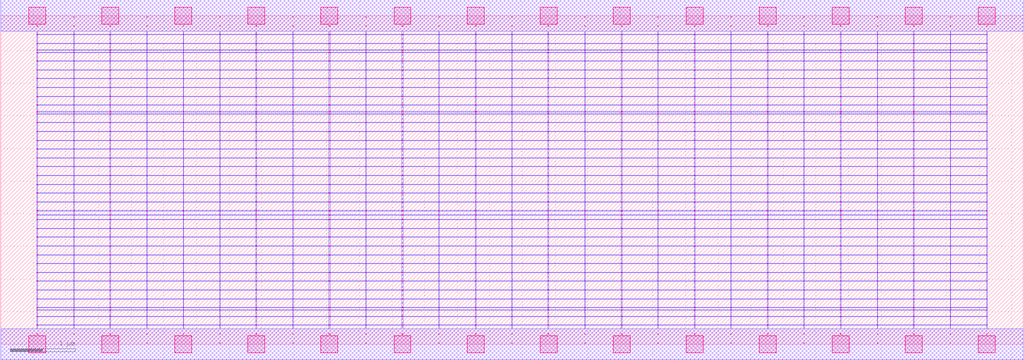
<source format=lef>
MACRO OOOAAOAI222211_DEBUG
 CLASS CORE ;
 FOREIGN OOOAAOAI222211_DEBUG 0 0 ;
 SIZE 15.68 BY 5.04 ;
 ORIGIN 0 0 ;
 SYMMETRY X Y R90 ;
 SITE unit ;

 OBS
    LAYER polycont ;
     RECT 7.83600000 2.58300000 7.84400000 2.59100000 ;
     RECT 7.83600000 2.71800000 7.84400000 2.72600000 ;
     RECT 7.83600000 2.85300000 7.84400000 2.86100000 ;
     RECT 7.83600000 2.98800000 7.84400000 2.99600000 ;
     RECT 7.83600000 3.12300000 7.84400000 3.13100000 ;
     RECT 7.83600000 3.25800000 7.84400000 3.26600000 ;
     RECT 7.83600000 3.39300000 7.84400000 3.40100000 ;
     RECT 7.83600000 3.52800000 7.84400000 3.53600000 ;
     RECT 7.83600000 3.56100000 7.84400000 3.56900000 ;
     RECT 7.83600000 3.66300000 7.84400000 3.67100000 ;
     RECT 7.83600000 3.79800000 7.84400000 3.80600000 ;
     RECT 7.83600000 3.93300000 7.84400000 3.94100000 ;
     RECT 7.83600000 4.06800000 7.84400000 4.07600000 ;
     RECT 7.83600000 4.20300000 7.84400000 4.21100000 ;
     RECT 7.83600000 4.33800000 7.84400000 4.34600000 ;
     RECT 7.83600000 4.47300000 7.84400000 4.48100000 ;
     RECT 7.83600000 4.51100000 7.84400000 4.51900000 ;
     RECT 7.83600000 4.60800000 7.84400000 4.61600000 ;
     RECT 7.83600000 4.74300000 7.84400000 4.75100000 ;
     RECT 7.83600000 4.87800000 7.84400000 4.88600000 ;
     RECT 11.19600000 2.71800000 11.20400000 2.72600000 ;
     RECT 11.75100000 2.71800000 11.76900000 2.72600000 ;
     RECT 12.31600000 2.71800000 12.32400000 2.72600000 ;
     RECT 12.87600000 2.71800000 12.88900000 2.72600000 ;
     RECT 13.43600000 2.71800000 13.44400000 2.72600000 ;
     RECT 13.99100000 2.71800000 14.00400000 2.72600000 ;
     RECT 14.55600000 2.71800000 14.56400000 2.72600000 ;
     RECT 15.11600000 2.71800000 15.12900000 2.72600000 ;
     RECT 8.95600000 2.58300000 8.96400000 2.59100000 ;
     RECT 8.39100000 2.85300000 8.40400000 2.86100000 ;
     RECT 8.95600000 2.85300000 8.96400000 2.86100000 ;
     RECT 9.51100000 2.85300000 9.52900000 2.86100000 ;
     RECT 10.07600000 2.85300000 10.08400000 2.86100000 ;
     RECT 10.63100000 2.85300000 10.64900000 2.86100000 ;
     RECT 11.19600000 2.85300000 11.20400000 2.86100000 ;
     RECT 11.75100000 2.85300000 11.76900000 2.86100000 ;
     RECT 12.31600000 2.85300000 12.32400000 2.86100000 ;
     RECT 12.87600000 2.85300000 12.88900000 2.86100000 ;
     RECT 13.43600000 2.85300000 13.44400000 2.86100000 ;
     RECT 13.99100000 2.85300000 14.00400000 2.86100000 ;
     RECT 14.55600000 2.85300000 14.56400000 2.86100000 ;
     RECT 15.11600000 2.85300000 15.12900000 2.86100000 ;
     RECT 9.51100000 2.58300000 9.52900000 2.59100000 ;
     RECT 8.39100000 2.98800000 8.40400000 2.99600000 ;
     RECT 8.95600000 2.98800000 8.96400000 2.99600000 ;
     RECT 9.51100000 2.98800000 9.52900000 2.99600000 ;
     RECT 10.07600000 2.98800000 10.08400000 2.99600000 ;
     RECT 10.63100000 2.98800000 10.64900000 2.99600000 ;
     RECT 11.19600000 2.98800000 11.20400000 2.99600000 ;
     RECT 11.75100000 2.98800000 11.76900000 2.99600000 ;
     RECT 12.31600000 2.98800000 12.32400000 2.99600000 ;
     RECT 12.87600000 2.98800000 12.88900000 2.99600000 ;
     RECT 13.43600000 2.98800000 13.44400000 2.99600000 ;
     RECT 13.99100000 2.98800000 14.00400000 2.99600000 ;
     RECT 14.55600000 2.98800000 14.56400000 2.99600000 ;
     RECT 15.11600000 2.98800000 15.12900000 2.99600000 ;
     RECT 10.07600000 2.58300000 10.08400000 2.59100000 ;
     RECT 13.43600000 3.12300000 13.44400000 3.13100000 ;
     RECT 10.63100000 2.58300000 10.64900000 2.59100000 ;
     RECT 13.43600000 3.25800000 13.44400000 3.26600000 ;
     RECT 11.19600000 2.58300000 11.20400000 2.59100000 ;
     RECT 13.43600000 3.39300000 13.44400000 3.40100000 ;
     RECT 11.75100000 2.58300000 11.76900000 2.59100000 ;
     RECT 13.43600000 3.52800000 13.44400000 3.53600000 ;
     RECT 12.31600000 2.58300000 12.32400000 2.59100000 ;
     RECT 13.43600000 3.56100000 13.44400000 3.56900000 ;
     RECT 12.87600000 2.58300000 12.88900000 2.59100000 ;
     RECT 13.43600000 3.66300000 13.44400000 3.67100000 ;
     RECT 13.43600000 2.58300000 13.44400000 2.59100000 ;
     RECT 13.43600000 3.79800000 13.44400000 3.80600000 ;
     RECT 13.99100000 2.58300000 14.00400000 2.59100000 ;
     RECT 13.43600000 3.93300000 13.44400000 3.94100000 ;
     RECT 14.55600000 2.58300000 14.56400000 2.59100000 ;
     RECT 13.43600000 4.06800000 13.44400000 4.07600000 ;
     RECT 15.11600000 2.58300000 15.12900000 2.59100000 ;
     RECT 13.43600000 4.20300000 13.44400000 4.21100000 ;
     RECT 8.39100000 2.58300000 8.40400000 2.59100000 ;
     RECT 13.43600000 4.33800000 13.44400000 4.34600000 ;
     RECT 8.39100000 2.71800000 8.40400000 2.72600000 ;
     RECT 13.43600000 4.47300000 13.44400000 4.48100000 ;
     RECT 8.95600000 2.71800000 8.96400000 2.72600000 ;
     RECT 13.43600000 4.51100000 13.44400000 4.51900000 ;
     RECT 9.51100000 2.71800000 9.52900000 2.72600000 ;
     RECT 13.43600000 4.60800000 13.44400000 4.61600000 ;
     RECT 10.07600000 2.71800000 10.08400000 2.72600000 ;
     RECT 13.43600000 4.74300000 13.44400000 4.75100000 ;
     RECT 10.63100000 2.71800000 10.64900000 2.72600000 ;
     RECT 13.43600000 4.87800000 13.44400000 4.88600000 ;
     RECT 4.47600000 2.98800000 4.48400000 2.99600000 ;
     RECT 5.03100000 2.98800000 5.04900000 2.99600000 ;
     RECT 5.59600000 2.98800000 5.60400000 2.99600000 ;
     RECT 6.15100000 2.98800000 6.16900000 2.99600000 ;
     RECT 6.71600000 2.98800000 6.72400000 2.99600000 ;
     RECT 7.27600000 2.98800000 7.28900000 2.99600000 ;
     RECT 2.23600000 2.58300000 2.24400000 2.59100000 ;
     RECT 2.79600000 2.58300000 2.80900000 2.59100000 ;
     RECT 3.35600000 2.58300000 3.36400000 2.59100000 ;
     RECT 3.91100000 2.58300000 3.92400000 2.59100000 ;
     RECT 4.47600000 2.58300000 4.48400000 2.59100000 ;
     RECT 5.03100000 2.58300000 5.04900000 2.59100000 ;
     RECT 5.59600000 2.58300000 5.60400000 2.59100000 ;
     RECT 6.15100000 2.58300000 6.16900000 2.59100000 ;
     RECT 6.71600000 2.58300000 6.72400000 2.59100000 ;
     RECT 7.27600000 2.58300000 7.28900000 2.59100000 ;
     RECT 0.55100000 2.58300000 0.56400000 2.59100000 ;
     RECT 0.55100000 2.71800000 0.56400000 2.72600000 ;
     RECT 0.55100000 2.85300000 0.56400000 2.86100000 ;
     RECT 1.11600000 2.85300000 1.12400000 2.86100000 ;
     RECT 3.35600000 3.12300000 3.36400000 3.13100000 ;
     RECT 1.67100000 2.85300000 1.68900000 2.86100000 ;
     RECT 2.23600000 2.85300000 2.24400000 2.86100000 ;
     RECT 3.35600000 3.25800000 3.36400000 3.26600000 ;
     RECT 2.79600000 2.85300000 2.80900000 2.86100000 ;
     RECT 3.35600000 2.85300000 3.36400000 2.86100000 ;
     RECT 3.35600000 3.39300000 3.36400000 3.40100000 ;
     RECT 3.91100000 2.85300000 3.92400000 2.86100000 ;
     RECT 4.47600000 2.85300000 4.48400000 2.86100000 ;
     RECT 3.35600000 3.52800000 3.36400000 3.53600000 ;
     RECT 5.03100000 2.85300000 5.04900000 2.86100000 ;
     RECT 5.59600000 2.85300000 5.60400000 2.86100000 ;
     RECT 3.35600000 3.56100000 3.36400000 3.56900000 ;
     RECT 6.15100000 2.85300000 6.16900000 2.86100000 ;
     RECT 6.71600000 2.85300000 6.72400000 2.86100000 ;
     RECT 3.35600000 3.66300000 3.36400000 3.67100000 ;
     RECT 7.27600000 2.85300000 7.28900000 2.86100000 ;
     RECT 1.11600000 2.71800000 1.12400000 2.72600000 ;
     RECT 3.35600000 3.79800000 3.36400000 3.80600000 ;
     RECT 1.67100000 2.71800000 1.68900000 2.72600000 ;
     RECT 2.23600000 2.71800000 2.24400000 2.72600000 ;
     RECT 3.35600000 3.93300000 3.36400000 3.94100000 ;
     RECT 2.79600000 2.71800000 2.80900000 2.72600000 ;
     RECT 3.35600000 2.71800000 3.36400000 2.72600000 ;
     RECT 3.35600000 4.06800000 3.36400000 4.07600000 ;
     RECT 3.91100000 2.71800000 3.92400000 2.72600000 ;
     RECT 4.47600000 2.71800000 4.48400000 2.72600000 ;
     RECT 3.35600000 4.20300000 3.36400000 4.21100000 ;
     RECT 5.03100000 2.71800000 5.04900000 2.72600000 ;
     RECT 5.59600000 2.71800000 5.60400000 2.72600000 ;
     RECT 3.35600000 4.33800000 3.36400000 4.34600000 ;
     RECT 6.15100000 2.71800000 6.16900000 2.72600000 ;
     RECT 6.71600000 2.71800000 6.72400000 2.72600000 ;
     RECT 3.35600000 4.47300000 3.36400000 4.48100000 ;
     RECT 7.27600000 2.71800000 7.28900000 2.72600000 ;
     RECT 1.11600000 2.58300000 1.12400000 2.59100000 ;
     RECT 3.35600000 4.51100000 3.36400000 4.51900000 ;
     RECT 1.67100000 2.58300000 1.68900000 2.59100000 ;
     RECT 0.55100000 2.98800000 0.56400000 2.99600000 ;
     RECT 3.35600000 4.60800000 3.36400000 4.61600000 ;
     RECT 1.11600000 2.98800000 1.12400000 2.99600000 ;
     RECT 1.67100000 2.98800000 1.68900000 2.99600000 ;
     RECT 3.35600000 4.74300000 3.36400000 4.75100000 ;
     RECT 2.23600000 2.98800000 2.24400000 2.99600000 ;
     RECT 2.79600000 2.98800000 2.80900000 2.99600000 ;
     RECT 3.35600000 4.87800000 3.36400000 4.88600000 ;
     RECT 3.35600000 2.98800000 3.36400000 2.99600000 ;
     RECT 3.91100000 2.98800000 3.92400000 2.99600000 ;
     RECT 4.47600000 2.04300000 4.48400000 2.05100000 ;
     RECT 4.47600000 2.17800000 4.48400000 2.18600000 ;
     RECT 4.47600000 2.31300000 4.48400000 2.32100000 ;
     RECT 4.47600000 2.44800000 4.48400000 2.45600000 ;
     RECT 4.47600000 0.15300000 4.48400000 0.16100000 ;
     RECT 4.47600000 0.28800000 4.48400000 0.29600000 ;
     RECT 4.47600000 0.42300000 4.48400000 0.43100000 ;
     RECT 4.47600000 0.52100000 4.48400000 0.52900000 ;
     RECT 4.47600000 0.55800000 4.48400000 0.56600000 ;
     RECT 4.47600000 0.69300000 4.48400000 0.70100000 ;
     RECT 4.47600000 0.82800000 4.48400000 0.83600000 ;
     RECT 4.47600000 0.96300000 4.48400000 0.97100000 ;
     RECT 4.47600000 1.09800000 4.48400000 1.10600000 ;
     RECT 4.47600000 1.23300000 4.48400000 1.24100000 ;
     RECT 4.47600000 1.36800000 4.48400000 1.37600000 ;
     RECT 4.47600000 1.50300000 4.48400000 1.51100000 ;
     RECT 4.47600000 1.63800000 4.48400000 1.64600000 ;
     RECT 4.47600000 1.77300000 4.48400000 1.78100000 ;
     RECT 4.47600000 1.90800000 4.48400000 1.91600000 ;
     RECT 4.47600000 1.98100000 4.48400000 1.98900000 ;
     RECT 13.43600000 2.44800000 13.44400000 2.45600000 ;
     RECT 13.99100000 2.44800000 14.00400000 2.45600000 ;
     RECT 14.55600000 2.44800000 14.56400000 2.45600000 ;
     RECT 15.11600000 2.44800000 15.12900000 2.45600000 ;
     RECT 15.11600000 0.15300000 15.12900000 0.16100000 ;
     RECT 13.43600000 0.55800000 13.44400000 0.56600000 ;
     RECT 13.99100000 0.55800000 14.00400000 0.56600000 ;
     RECT 14.55600000 0.55800000 14.56400000 0.56600000 ;
     RECT 15.11600000 0.55800000 15.12900000 0.56600000 ;
     RECT 13.43600000 0.15300000 13.44400000 0.16100000 ;
     RECT 13.43600000 0.69300000 13.44400000 0.70100000 ;
     RECT 13.99100000 0.69300000 14.00400000 0.70100000 ;
     RECT 14.55600000 0.69300000 14.56400000 0.70100000 ;
     RECT 15.11600000 0.69300000 15.12900000 0.70100000 ;
     RECT 13.43600000 0.28800000 13.44400000 0.29600000 ;
     RECT 13.43600000 0.82800000 13.44400000 0.83600000 ;
     RECT 13.99100000 0.82800000 14.00400000 0.83600000 ;
     RECT 14.55600000 0.82800000 14.56400000 0.83600000 ;
     RECT 15.11600000 0.82800000 15.12900000 0.83600000 ;
     RECT 13.99100000 0.28800000 14.00400000 0.29600000 ;
     RECT 13.43600000 0.96300000 13.44400000 0.97100000 ;
     RECT 13.99100000 0.96300000 14.00400000 0.97100000 ;
     RECT 14.55600000 0.96300000 14.56400000 0.97100000 ;
     RECT 15.11600000 0.96300000 15.12900000 0.97100000 ;
     RECT 14.55600000 0.28800000 14.56400000 0.29600000 ;
     RECT 13.43600000 1.09800000 13.44400000 1.10600000 ;
     RECT 13.99100000 1.09800000 14.00400000 1.10600000 ;
     RECT 14.55600000 1.09800000 14.56400000 1.10600000 ;
     RECT 15.11600000 1.09800000 15.12900000 1.10600000 ;
     RECT 15.11600000 0.28800000 15.12900000 0.29600000 ;
     RECT 13.43600000 1.23300000 13.44400000 1.24100000 ;
     RECT 13.99100000 1.23300000 14.00400000 1.24100000 ;
     RECT 14.55600000 1.23300000 14.56400000 1.24100000 ;
     RECT 15.11600000 1.23300000 15.12900000 1.24100000 ;
     RECT 13.99100000 0.15300000 14.00400000 0.16100000 ;
     RECT 13.43600000 1.36800000 13.44400000 1.37600000 ;
     RECT 13.99100000 1.36800000 14.00400000 1.37600000 ;
     RECT 14.55600000 1.36800000 14.56400000 1.37600000 ;
     RECT 15.11600000 1.36800000 15.12900000 1.37600000 ;
     RECT 13.43600000 0.42300000 13.44400000 0.43100000 ;
     RECT 13.43600000 1.50300000 13.44400000 1.51100000 ;
     RECT 13.99100000 1.50300000 14.00400000 1.51100000 ;
     RECT 14.55600000 1.50300000 14.56400000 1.51100000 ;
     RECT 15.11600000 1.50300000 15.12900000 1.51100000 ;
     RECT 13.99100000 0.42300000 14.00400000 0.43100000 ;
     RECT 13.43600000 1.63800000 13.44400000 1.64600000 ;
     RECT 13.99100000 1.63800000 14.00400000 1.64600000 ;
     RECT 14.55600000 1.63800000 14.56400000 1.64600000 ;
     RECT 15.11600000 1.63800000 15.12900000 1.64600000 ;
     RECT 14.55600000 0.42300000 14.56400000 0.43100000 ;
     RECT 13.43600000 1.77300000 13.44400000 1.78100000 ;
     RECT 13.99100000 1.77300000 14.00400000 1.78100000 ;
     RECT 14.55600000 1.77300000 14.56400000 1.78100000 ;
     RECT 15.11600000 1.77300000 15.12900000 1.78100000 ;
     RECT 15.11600000 0.42300000 15.12900000 0.43100000 ;
     RECT 13.43600000 1.90800000 13.44400000 1.91600000 ;
     RECT 13.99100000 1.90800000 14.00400000 1.91600000 ;
     RECT 14.55600000 1.90800000 14.56400000 1.91600000 ;
     RECT 15.11600000 1.90800000 15.12900000 1.91600000 ;
     RECT 14.55600000 0.15300000 14.56400000 0.16100000 ;
     RECT 13.43600000 1.98100000 13.44400000 1.98900000 ;
     RECT 13.99100000 1.98100000 14.00400000 1.98900000 ;
     RECT 14.55600000 1.98100000 14.56400000 1.98900000 ;
     RECT 15.11600000 1.98100000 15.12900000 1.98900000 ;
     RECT 13.43600000 0.52100000 13.44400000 0.52900000 ;
     RECT 13.43600000 2.04300000 13.44400000 2.05100000 ;
     RECT 13.99100000 2.04300000 14.00400000 2.05100000 ;
     RECT 14.55600000 2.04300000 14.56400000 2.05100000 ;
     RECT 15.11600000 2.04300000 15.12900000 2.05100000 ;
     RECT 13.99100000 0.52100000 14.00400000 0.52900000 ;
     RECT 13.43600000 2.17800000 13.44400000 2.18600000 ;
     RECT 13.99100000 2.17800000 14.00400000 2.18600000 ;
     RECT 14.55600000 2.17800000 14.56400000 2.18600000 ;
     RECT 15.11600000 2.17800000 15.12900000 2.18600000 ;
     RECT 14.55600000 0.52100000 14.56400000 0.52900000 ;
     RECT 13.43600000 2.31300000 13.44400000 2.32100000 ;
     RECT 13.99100000 2.31300000 14.00400000 2.32100000 ;
     RECT 14.55600000 2.31300000 14.56400000 2.32100000 ;
     RECT 15.11600000 2.31300000 15.12900000 2.32100000 ;
     RECT 15.11600000 0.52100000 15.12900000 0.52900000 ;

    LAYER pdiffc ;
     RECT 0.55100000 3.39300000 0.55900000 3.40100000 ;
     RECT 2.80100000 3.39300000 2.80900000 3.40100000 ;
     RECT 3.91100000 3.39300000 3.91900000 3.40100000 ;
     RECT 7.28100000 3.39300000 7.28900000 3.40100000 ;
     RECT 8.39100000 3.39300000 8.39900000 3.40100000 ;
     RECT 12.88100000 3.39300000 12.88900000 3.40100000 ;
     RECT 13.99100000 3.39300000 13.99900000 3.40100000 ;
     RECT 15.12100000 3.39300000 15.12900000 3.40100000 ;
     RECT 0.55100000 3.52800000 0.55900000 3.53600000 ;
     RECT 2.80100000 3.52800000 2.80900000 3.53600000 ;
     RECT 3.91100000 3.52800000 3.91900000 3.53600000 ;
     RECT 7.28100000 3.52800000 7.28900000 3.53600000 ;
     RECT 8.39100000 3.52800000 8.39900000 3.53600000 ;
     RECT 12.88100000 3.52800000 12.88900000 3.53600000 ;
     RECT 13.99100000 3.52800000 13.99900000 3.53600000 ;
     RECT 15.12100000 3.52800000 15.12900000 3.53600000 ;
     RECT 0.55100000 3.56100000 0.55900000 3.56900000 ;
     RECT 2.80100000 3.56100000 2.80900000 3.56900000 ;
     RECT 3.91100000 3.56100000 3.91900000 3.56900000 ;
     RECT 7.28100000 3.56100000 7.28900000 3.56900000 ;
     RECT 8.39100000 3.56100000 8.39900000 3.56900000 ;
     RECT 12.88100000 3.56100000 12.88900000 3.56900000 ;
     RECT 13.99100000 3.56100000 13.99900000 3.56900000 ;
     RECT 15.12100000 3.56100000 15.12900000 3.56900000 ;
     RECT 0.55100000 3.66300000 0.55900000 3.67100000 ;
     RECT 2.80100000 3.66300000 2.80900000 3.67100000 ;
     RECT 3.91100000 3.66300000 3.91900000 3.67100000 ;
     RECT 7.28100000 3.66300000 7.28900000 3.67100000 ;
     RECT 8.39100000 3.66300000 8.39900000 3.67100000 ;
     RECT 12.88100000 3.66300000 12.88900000 3.67100000 ;
     RECT 13.99100000 3.66300000 13.99900000 3.67100000 ;
     RECT 15.12100000 3.66300000 15.12900000 3.67100000 ;
     RECT 0.55100000 3.79800000 0.55900000 3.80600000 ;
     RECT 2.80100000 3.79800000 2.80900000 3.80600000 ;
     RECT 3.91100000 3.79800000 3.91900000 3.80600000 ;
     RECT 7.28100000 3.79800000 7.28900000 3.80600000 ;
     RECT 8.39100000 3.79800000 8.39900000 3.80600000 ;
     RECT 12.88100000 3.79800000 12.88900000 3.80600000 ;
     RECT 13.99100000 3.79800000 13.99900000 3.80600000 ;
     RECT 15.12100000 3.79800000 15.12900000 3.80600000 ;
     RECT 0.55100000 3.93300000 0.55900000 3.94100000 ;
     RECT 2.80100000 3.93300000 2.80900000 3.94100000 ;
     RECT 3.91100000 3.93300000 3.91900000 3.94100000 ;
     RECT 7.28100000 3.93300000 7.28900000 3.94100000 ;
     RECT 8.39100000 3.93300000 8.39900000 3.94100000 ;
     RECT 12.88100000 3.93300000 12.88900000 3.94100000 ;
     RECT 13.99100000 3.93300000 13.99900000 3.94100000 ;
     RECT 15.12100000 3.93300000 15.12900000 3.94100000 ;
     RECT 0.55100000 4.06800000 0.55900000 4.07600000 ;
     RECT 2.80100000 4.06800000 2.80900000 4.07600000 ;
     RECT 3.91100000 4.06800000 3.91900000 4.07600000 ;
     RECT 7.28100000 4.06800000 7.28900000 4.07600000 ;
     RECT 8.39100000 4.06800000 8.39900000 4.07600000 ;
     RECT 12.88100000 4.06800000 12.88900000 4.07600000 ;
     RECT 13.99100000 4.06800000 13.99900000 4.07600000 ;
     RECT 15.12100000 4.06800000 15.12900000 4.07600000 ;
     RECT 0.55100000 4.20300000 0.55900000 4.21100000 ;
     RECT 2.80100000 4.20300000 2.80900000 4.21100000 ;
     RECT 3.91100000 4.20300000 3.91900000 4.21100000 ;
     RECT 7.28100000 4.20300000 7.28900000 4.21100000 ;
     RECT 8.39100000 4.20300000 8.39900000 4.21100000 ;
     RECT 12.88100000 4.20300000 12.88900000 4.21100000 ;
     RECT 13.99100000 4.20300000 13.99900000 4.21100000 ;
     RECT 15.12100000 4.20300000 15.12900000 4.21100000 ;
     RECT 0.55100000 4.33800000 0.55900000 4.34600000 ;
     RECT 2.80100000 4.33800000 2.80900000 4.34600000 ;
     RECT 3.91100000 4.33800000 3.91900000 4.34600000 ;
     RECT 7.28100000 4.33800000 7.28900000 4.34600000 ;
     RECT 8.39100000 4.33800000 8.39900000 4.34600000 ;
     RECT 12.88100000 4.33800000 12.88900000 4.34600000 ;
     RECT 13.99100000 4.33800000 13.99900000 4.34600000 ;
     RECT 15.12100000 4.33800000 15.12900000 4.34600000 ;
     RECT 0.55100000 4.47300000 0.55900000 4.48100000 ;
     RECT 2.80100000 4.47300000 2.80900000 4.48100000 ;
     RECT 3.91100000 4.47300000 3.91900000 4.48100000 ;
     RECT 7.28100000 4.47300000 7.28900000 4.48100000 ;
     RECT 8.39100000 4.47300000 8.39900000 4.48100000 ;
     RECT 12.88100000 4.47300000 12.88900000 4.48100000 ;
     RECT 13.99100000 4.47300000 13.99900000 4.48100000 ;
     RECT 15.12100000 4.47300000 15.12900000 4.48100000 ;
     RECT 0.55100000 4.51100000 0.55900000 4.51900000 ;
     RECT 2.80100000 4.51100000 2.80900000 4.51900000 ;
     RECT 3.91100000 4.51100000 3.91900000 4.51900000 ;
     RECT 7.28100000 4.51100000 7.28900000 4.51900000 ;
     RECT 8.39100000 4.51100000 8.39900000 4.51900000 ;
     RECT 12.88100000 4.51100000 12.88900000 4.51900000 ;
     RECT 13.99100000 4.51100000 13.99900000 4.51900000 ;
     RECT 15.12100000 4.51100000 15.12900000 4.51900000 ;
     RECT 0.55100000 4.60800000 0.55900000 4.61600000 ;
     RECT 2.80100000 4.60800000 2.80900000 4.61600000 ;
     RECT 3.91100000 4.60800000 3.91900000 4.61600000 ;
     RECT 7.28100000 4.60800000 7.28900000 4.61600000 ;
     RECT 8.39100000 4.60800000 8.39900000 4.61600000 ;
     RECT 12.88100000 4.60800000 12.88900000 4.61600000 ;
     RECT 13.99100000 4.60800000 13.99900000 4.61600000 ;
     RECT 15.12100000 4.60800000 15.12900000 4.61600000 ;

    LAYER ndiffc ;
     RECT 7.27600000 0.42300000 7.28900000 0.43100000 ;
     RECT 8.39100000 0.42300000 8.40400000 0.43100000 ;
     RECT 9.51100000 0.42300000 9.52900000 0.43100000 ;
     RECT 10.63100000 0.42300000 10.64900000 0.43100000 ;
     RECT 11.75100000 0.42300000 11.76900000 0.43100000 ;
     RECT 12.87600000 0.42300000 12.88900000 0.43100000 ;
     RECT 7.27600000 0.52100000 7.28900000 0.52900000 ;
     RECT 8.39100000 0.52100000 8.40400000 0.52900000 ;
     RECT 9.51100000 0.52100000 9.52900000 0.52900000 ;
     RECT 10.63100000 0.52100000 10.64900000 0.52900000 ;
     RECT 11.75100000 0.52100000 11.76900000 0.52900000 ;
     RECT 12.87600000 0.52100000 12.88900000 0.52900000 ;
     RECT 7.27600000 0.55800000 7.28900000 0.56600000 ;
     RECT 8.39100000 0.55800000 8.40400000 0.56600000 ;
     RECT 9.51100000 0.55800000 9.52900000 0.56600000 ;
     RECT 10.63100000 0.55800000 10.64900000 0.56600000 ;
     RECT 11.75100000 0.55800000 11.76900000 0.56600000 ;
     RECT 12.87600000 0.55800000 12.88900000 0.56600000 ;
     RECT 7.27600000 0.69300000 7.28900000 0.70100000 ;
     RECT 8.39100000 0.69300000 8.40400000 0.70100000 ;
     RECT 9.51100000 0.69300000 9.52900000 0.70100000 ;
     RECT 10.63100000 0.69300000 10.64900000 0.70100000 ;
     RECT 11.75100000 0.69300000 11.76900000 0.70100000 ;
     RECT 12.87600000 0.69300000 12.88900000 0.70100000 ;
     RECT 7.27600000 0.82800000 7.28900000 0.83600000 ;
     RECT 8.39100000 0.82800000 8.40400000 0.83600000 ;
     RECT 9.51100000 0.82800000 9.52900000 0.83600000 ;
     RECT 10.63100000 0.82800000 10.64900000 0.83600000 ;
     RECT 11.75100000 0.82800000 11.76900000 0.83600000 ;
     RECT 12.87600000 0.82800000 12.88900000 0.83600000 ;
     RECT 7.27600000 0.96300000 7.28900000 0.97100000 ;
     RECT 8.39100000 0.96300000 8.40400000 0.97100000 ;
     RECT 9.51100000 0.96300000 9.52900000 0.97100000 ;
     RECT 10.63100000 0.96300000 10.64900000 0.97100000 ;
     RECT 11.75100000 0.96300000 11.76900000 0.97100000 ;
     RECT 12.87600000 0.96300000 12.88900000 0.97100000 ;
     RECT 7.27600000 1.09800000 7.28900000 1.10600000 ;
     RECT 8.39100000 1.09800000 8.40400000 1.10600000 ;
     RECT 9.51100000 1.09800000 9.52900000 1.10600000 ;
     RECT 10.63100000 1.09800000 10.64900000 1.10600000 ;
     RECT 11.75100000 1.09800000 11.76900000 1.10600000 ;
     RECT 12.87600000 1.09800000 12.88900000 1.10600000 ;
     RECT 7.27600000 1.23300000 7.28900000 1.24100000 ;
     RECT 8.39100000 1.23300000 8.40400000 1.24100000 ;
     RECT 9.51100000 1.23300000 9.52900000 1.24100000 ;
     RECT 10.63100000 1.23300000 10.64900000 1.24100000 ;
     RECT 11.75100000 1.23300000 11.76900000 1.24100000 ;
     RECT 12.87600000 1.23300000 12.88900000 1.24100000 ;
     RECT 7.27600000 1.36800000 7.28900000 1.37600000 ;
     RECT 8.39100000 1.36800000 8.40400000 1.37600000 ;
     RECT 9.51100000 1.36800000 9.52900000 1.37600000 ;
     RECT 10.63100000 1.36800000 10.64900000 1.37600000 ;
     RECT 11.75100000 1.36800000 11.76900000 1.37600000 ;
     RECT 12.87600000 1.36800000 12.88900000 1.37600000 ;
     RECT 7.27600000 1.50300000 7.28900000 1.51100000 ;
     RECT 8.39100000 1.50300000 8.40400000 1.51100000 ;
     RECT 9.51100000 1.50300000 9.52900000 1.51100000 ;
     RECT 10.63100000 1.50300000 10.64900000 1.51100000 ;
     RECT 11.75100000 1.50300000 11.76900000 1.51100000 ;
     RECT 12.87600000 1.50300000 12.88900000 1.51100000 ;
     RECT 7.27600000 1.63800000 7.28900000 1.64600000 ;
     RECT 8.39100000 1.63800000 8.40400000 1.64600000 ;
     RECT 9.51100000 1.63800000 9.52900000 1.64600000 ;
     RECT 10.63100000 1.63800000 10.64900000 1.64600000 ;
     RECT 11.75100000 1.63800000 11.76900000 1.64600000 ;
     RECT 12.87600000 1.63800000 12.88900000 1.64600000 ;
     RECT 7.27600000 1.77300000 7.28900000 1.78100000 ;
     RECT 8.39100000 1.77300000 8.40400000 1.78100000 ;
     RECT 9.51100000 1.77300000 9.52900000 1.78100000 ;
     RECT 10.63100000 1.77300000 10.64900000 1.78100000 ;
     RECT 11.75100000 1.77300000 11.76900000 1.78100000 ;
     RECT 12.87600000 1.77300000 12.88900000 1.78100000 ;
     RECT 7.27600000 1.90800000 7.28900000 1.91600000 ;
     RECT 8.39100000 1.90800000 8.40400000 1.91600000 ;
     RECT 9.51100000 1.90800000 9.52900000 1.91600000 ;
     RECT 10.63100000 1.90800000 10.64900000 1.91600000 ;
     RECT 11.75100000 1.90800000 11.76900000 1.91600000 ;
     RECT 12.87600000 1.90800000 12.88900000 1.91600000 ;
     RECT 7.27600000 1.98100000 7.28900000 1.98900000 ;
     RECT 8.39100000 1.98100000 8.40400000 1.98900000 ;
     RECT 9.51100000 1.98100000 9.52900000 1.98900000 ;
     RECT 10.63100000 1.98100000 10.64900000 1.98900000 ;
     RECT 11.75100000 1.98100000 11.76900000 1.98900000 ;
     RECT 12.87600000 1.98100000 12.88900000 1.98900000 ;
     RECT 7.27600000 2.04300000 7.28900000 2.05100000 ;
     RECT 8.39100000 2.04300000 8.40400000 2.05100000 ;
     RECT 9.51100000 2.04300000 9.52900000 2.05100000 ;
     RECT 10.63100000 2.04300000 10.64900000 2.05100000 ;
     RECT 11.75100000 2.04300000 11.76900000 2.05100000 ;
     RECT 12.87600000 2.04300000 12.88900000 2.05100000 ;
     RECT 0.55100000 0.42300000 0.56400000 0.43100000 ;
     RECT 1.67100000 0.42300000 1.68900000 0.43100000 ;
     RECT 2.79600000 0.42300000 2.80900000 0.43100000 ;
     RECT 3.91100000 0.42300000 3.92400000 0.43100000 ;
     RECT 5.03100000 0.42300000 5.04900000 0.43100000 ;
     RECT 6.15100000 0.42300000 6.16900000 0.43100000 ;
     RECT 0.55100000 1.36800000 0.56400000 1.37600000 ;
     RECT 1.67100000 1.36800000 1.68900000 1.37600000 ;
     RECT 2.79600000 1.36800000 2.80900000 1.37600000 ;
     RECT 3.91100000 1.36800000 3.92400000 1.37600000 ;
     RECT 5.03100000 1.36800000 5.04900000 1.37600000 ;
     RECT 6.15100000 1.36800000 6.16900000 1.37600000 ;
     RECT 0.55100000 0.82800000 0.56400000 0.83600000 ;
     RECT 1.67100000 0.82800000 1.68900000 0.83600000 ;
     RECT 2.79600000 0.82800000 2.80900000 0.83600000 ;
     RECT 3.91100000 0.82800000 3.92400000 0.83600000 ;
     RECT 5.03100000 0.82800000 5.04900000 0.83600000 ;
     RECT 6.15100000 0.82800000 6.16900000 0.83600000 ;
     RECT 0.55100000 1.50300000 0.56400000 1.51100000 ;
     RECT 1.67100000 1.50300000 1.68900000 1.51100000 ;
     RECT 2.79600000 1.50300000 2.80900000 1.51100000 ;
     RECT 3.91100000 1.50300000 3.92400000 1.51100000 ;
     RECT 5.03100000 1.50300000 5.04900000 1.51100000 ;
     RECT 6.15100000 1.50300000 6.16900000 1.51100000 ;
     RECT 0.55100000 0.55800000 0.56400000 0.56600000 ;
     RECT 1.67100000 0.55800000 1.68900000 0.56600000 ;
     RECT 2.79600000 0.55800000 2.80900000 0.56600000 ;
     RECT 3.91100000 0.55800000 3.92400000 0.56600000 ;
     RECT 5.03100000 0.55800000 5.04900000 0.56600000 ;
     RECT 6.15100000 0.55800000 6.16900000 0.56600000 ;
     RECT 0.55100000 1.63800000 0.56400000 1.64600000 ;
     RECT 1.67100000 1.63800000 1.68900000 1.64600000 ;
     RECT 2.79600000 1.63800000 2.80900000 1.64600000 ;
     RECT 3.91100000 1.63800000 3.92400000 1.64600000 ;
     RECT 5.03100000 1.63800000 5.04900000 1.64600000 ;
     RECT 6.15100000 1.63800000 6.16900000 1.64600000 ;
     RECT 0.55100000 0.96300000 0.56400000 0.97100000 ;
     RECT 1.67100000 0.96300000 1.68900000 0.97100000 ;
     RECT 2.79600000 0.96300000 2.80900000 0.97100000 ;
     RECT 3.91100000 0.96300000 3.92400000 0.97100000 ;
     RECT 5.03100000 0.96300000 5.04900000 0.97100000 ;
     RECT 6.15100000 0.96300000 6.16900000 0.97100000 ;
     RECT 0.55100000 1.77300000 0.56400000 1.78100000 ;
     RECT 1.67100000 1.77300000 1.68900000 1.78100000 ;
     RECT 2.79600000 1.77300000 2.80900000 1.78100000 ;
     RECT 3.91100000 1.77300000 3.92400000 1.78100000 ;
     RECT 5.03100000 1.77300000 5.04900000 1.78100000 ;
     RECT 6.15100000 1.77300000 6.16900000 1.78100000 ;
     RECT 0.55100000 0.52100000 0.56400000 0.52900000 ;
     RECT 1.67100000 0.52100000 1.68900000 0.52900000 ;
     RECT 2.79600000 0.52100000 2.80900000 0.52900000 ;
     RECT 3.91100000 0.52100000 3.92400000 0.52900000 ;
     RECT 5.03100000 0.52100000 5.04900000 0.52900000 ;
     RECT 6.15100000 0.52100000 6.16900000 0.52900000 ;
     RECT 0.55100000 1.90800000 0.56400000 1.91600000 ;
     RECT 1.67100000 1.90800000 1.68900000 1.91600000 ;
     RECT 2.79600000 1.90800000 2.80900000 1.91600000 ;
     RECT 3.91100000 1.90800000 3.92400000 1.91600000 ;
     RECT 5.03100000 1.90800000 5.04900000 1.91600000 ;
     RECT 6.15100000 1.90800000 6.16900000 1.91600000 ;
     RECT 0.55100000 1.09800000 0.56400000 1.10600000 ;
     RECT 1.67100000 1.09800000 1.68900000 1.10600000 ;
     RECT 2.79600000 1.09800000 2.80900000 1.10600000 ;
     RECT 3.91100000 1.09800000 3.92400000 1.10600000 ;
     RECT 5.03100000 1.09800000 5.04900000 1.10600000 ;
     RECT 6.15100000 1.09800000 6.16900000 1.10600000 ;
     RECT 0.55100000 1.98100000 0.56400000 1.98900000 ;
     RECT 1.67100000 1.98100000 1.68900000 1.98900000 ;
     RECT 2.79600000 1.98100000 2.80900000 1.98900000 ;
     RECT 3.91100000 1.98100000 3.92400000 1.98900000 ;
     RECT 5.03100000 1.98100000 5.04900000 1.98900000 ;
     RECT 6.15100000 1.98100000 6.16900000 1.98900000 ;
     RECT 0.55100000 0.69300000 0.56400000 0.70100000 ;
     RECT 1.67100000 0.69300000 1.68900000 0.70100000 ;
     RECT 2.79600000 0.69300000 2.80900000 0.70100000 ;
     RECT 3.91100000 0.69300000 3.92400000 0.70100000 ;
     RECT 5.03100000 0.69300000 5.04900000 0.70100000 ;
     RECT 6.15100000 0.69300000 6.16900000 0.70100000 ;
     RECT 0.55100000 2.04300000 0.56400000 2.05100000 ;
     RECT 1.67100000 2.04300000 1.68900000 2.05100000 ;
     RECT 2.79600000 2.04300000 2.80900000 2.05100000 ;
     RECT 3.91100000 2.04300000 3.92400000 2.05100000 ;
     RECT 5.03100000 2.04300000 5.04900000 2.05100000 ;
     RECT 6.15100000 2.04300000 6.16900000 2.05100000 ;
     RECT 0.55100000 1.23300000 0.56400000 1.24100000 ;
     RECT 1.67100000 1.23300000 1.68900000 1.24100000 ;
     RECT 2.79600000 1.23300000 2.80900000 1.24100000 ;
     RECT 3.91100000 1.23300000 3.92400000 1.24100000 ;
     RECT 5.03100000 1.23300000 5.04900000 1.24100000 ;
     RECT 6.15100000 1.23300000 6.16900000 1.24100000 ;

    LAYER met1 ;
     RECT 0.00000000 -0.24000000 15.68000000 0.24000000 ;
     RECT 7.83600000 0.24000000 7.84400000 0.28800000 ;
     RECT 0.55100000 0.28800000 15.12900000 0.29600000 ;
     RECT 7.83600000 0.29600000 7.84400000 0.42300000 ;
     RECT 0.55100000 0.42300000 15.12900000 0.43100000 ;
     RECT 7.83600000 0.43100000 7.84400000 0.52100000 ;
     RECT 0.55100000 0.52100000 15.12900000 0.52900000 ;
     RECT 7.83600000 0.52900000 7.84400000 0.55800000 ;
     RECT 0.55100000 0.55800000 15.12900000 0.56600000 ;
     RECT 7.83600000 0.56600000 7.84400000 0.69300000 ;
     RECT 0.55100000 0.69300000 15.12900000 0.70100000 ;
     RECT 7.83600000 0.70100000 7.84400000 0.82800000 ;
     RECT 0.55100000 0.82800000 15.12900000 0.83600000 ;
     RECT 7.83600000 0.83600000 7.84400000 0.96300000 ;
     RECT 0.55100000 0.96300000 15.12900000 0.97100000 ;
     RECT 7.83600000 0.97100000 7.84400000 1.09800000 ;
     RECT 0.55100000 1.09800000 15.12900000 1.10600000 ;
     RECT 7.83600000 1.10600000 7.84400000 1.23300000 ;
     RECT 0.55100000 1.23300000 15.12900000 1.24100000 ;
     RECT 7.83600000 1.24100000 7.84400000 1.36800000 ;
     RECT 0.55100000 1.36800000 15.12900000 1.37600000 ;
     RECT 7.83600000 1.37600000 7.84400000 1.50300000 ;
     RECT 0.55100000 1.50300000 15.12900000 1.51100000 ;
     RECT 7.83600000 1.51100000 7.84400000 1.63800000 ;
     RECT 0.55100000 1.63800000 15.12900000 1.64600000 ;
     RECT 7.83600000 1.64600000 7.84400000 1.77300000 ;
     RECT 0.55100000 1.77300000 15.12900000 1.78100000 ;
     RECT 7.83600000 1.78100000 7.84400000 1.90800000 ;
     RECT 0.55100000 1.90800000 15.12900000 1.91600000 ;
     RECT 7.83600000 1.91600000 7.84400000 1.98100000 ;
     RECT 0.55100000 1.98100000 15.12900000 1.98900000 ;
     RECT 7.83600000 1.98900000 7.84400000 2.04300000 ;
     RECT 0.55100000 2.04300000 15.12900000 2.05100000 ;
     RECT 7.83600000 2.05100000 7.84400000 2.17800000 ;
     RECT 0.55100000 2.17800000 15.12900000 2.18600000 ;
     RECT 7.83600000 2.18600000 7.84400000 2.31300000 ;
     RECT 0.55100000 2.31300000 15.12900000 2.32100000 ;
     RECT 7.83600000 2.32100000 7.84400000 2.44800000 ;
     RECT 0.55100000 2.44800000 15.12900000 2.45600000 ;
     RECT 0.55100000 2.45600000 0.56400000 2.58300000 ;
     RECT 1.11600000 2.45600000 1.12400000 2.58300000 ;
     RECT 1.67100000 2.45600000 1.68900000 2.58300000 ;
     RECT 2.23600000 2.45600000 2.24400000 2.58300000 ;
     RECT 2.79600000 2.45600000 2.80900000 2.58300000 ;
     RECT 3.35600000 2.45600000 3.36400000 2.58300000 ;
     RECT 3.91100000 2.45600000 3.92400000 2.58300000 ;
     RECT 4.47600000 2.45600000 4.48400000 2.58300000 ;
     RECT 5.03100000 2.45600000 5.04900000 2.58300000 ;
     RECT 5.59600000 2.45600000 5.60400000 2.58300000 ;
     RECT 6.15100000 2.45600000 6.16900000 2.58300000 ;
     RECT 6.71600000 2.45600000 6.72400000 2.58300000 ;
     RECT 7.27600000 2.45600000 7.28900000 2.58300000 ;
     RECT 7.83600000 2.45600000 7.84400000 2.58300000 ;
     RECT 8.39100000 2.45600000 8.40400000 2.58300000 ;
     RECT 8.95600000 2.45600000 8.96400000 2.58300000 ;
     RECT 9.51100000 2.45600000 9.52900000 2.58300000 ;
     RECT 10.07600000 2.45600000 10.08400000 2.58300000 ;
     RECT 10.63100000 2.45600000 10.64900000 2.58300000 ;
     RECT 11.19600000 2.45600000 11.20400000 2.58300000 ;
     RECT 11.75100000 2.45600000 11.76900000 2.58300000 ;
     RECT 12.31600000 2.45600000 12.32400000 2.58300000 ;
     RECT 12.87600000 2.45600000 12.88900000 2.58300000 ;
     RECT 13.43600000 2.45600000 13.44400000 2.58300000 ;
     RECT 13.99100000 2.45600000 14.00400000 2.58300000 ;
     RECT 14.55600000 2.45600000 14.56400000 2.58300000 ;
     RECT 15.11600000 2.45600000 15.12900000 2.58300000 ;
     RECT 0.55100000 2.58300000 15.12900000 2.59100000 ;
     RECT 7.83600000 2.59100000 7.84400000 2.71800000 ;
     RECT 0.55100000 2.71800000 15.12900000 2.72600000 ;
     RECT 7.83600000 2.72600000 7.84400000 2.85300000 ;
     RECT 0.55100000 2.85300000 15.12900000 2.86100000 ;
     RECT 7.83600000 2.86100000 7.84400000 2.98800000 ;
     RECT 0.55100000 2.98800000 15.12900000 2.99600000 ;
     RECT 7.83600000 2.99600000 7.84400000 3.12300000 ;
     RECT 0.55100000 3.12300000 15.12900000 3.13100000 ;
     RECT 7.83600000 3.13100000 7.84400000 3.25800000 ;
     RECT 0.55100000 3.25800000 15.12900000 3.26600000 ;
     RECT 7.83600000 3.26600000 7.84400000 3.39300000 ;
     RECT 0.55100000 3.39300000 15.12900000 3.40100000 ;
     RECT 7.83600000 3.40100000 7.84400000 3.52800000 ;
     RECT 0.55100000 3.52800000 15.12900000 3.53600000 ;
     RECT 7.83600000 3.53600000 7.84400000 3.56100000 ;
     RECT 0.55100000 3.56100000 15.12900000 3.56900000 ;
     RECT 7.83600000 3.56900000 7.84400000 3.66300000 ;
     RECT 0.55100000 3.66300000 15.12900000 3.67100000 ;
     RECT 7.83600000 3.67100000 7.84400000 3.79800000 ;
     RECT 0.55100000 3.79800000 15.12900000 3.80600000 ;
     RECT 7.83600000 3.80600000 7.84400000 3.93300000 ;
     RECT 0.55100000 3.93300000 15.12900000 3.94100000 ;
     RECT 7.83600000 3.94100000 7.84400000 4.06800000 ;
     RECT 0.55100000 4.06800000 15.12900000 4.07600000 ;
     RECT 7.83600000 4.07600000 7.84400000 4.20300000 ;
     RECT 0.55100000 4.20300000 15.12900000 4.21100000 ;
     RECT 7.83600000 4.21100000 7.84400000 4.33800000 ;
     RECT 0.55100000 4.33800000 15.12900000 4.34600000 ;
     RECT 7.83600000 4.34600000 7.84400000 4.47300000 ;
     RECT 0.55100000 4.47300000 15.12900000 4.48100000 ;
     RECT 7.83600000 4.48100000 7.84400000 4.51100000 ;
     RECT 0.55100000 4.51100000 15.12900000 4.51900000 ;
     RECT 7.83600000 4.51900000 7.84400000 4.60800000 ;
     RECT 0.55100000 4.60800000 15.12900000 4.61600000 ;
     RECT 7.83600000 4.61600000 7.84400000 4.74300000 ;
     RECT 0.55100000 4.74300000 15.12900000 4.75100000 ;
     RECT 7.83600000 4.75100000 7.84400000 4.80000000 ;
     RECT 0.00000000 4.80000000 15.68000000 5.28000000 ;
     RECT 11.75100000 2.99600000 11.76900000 3.12300000 ;
     RECT 11.75100000 2.59100000 11.76900000 2.71800000 ;
     RECT 11.75100000 3.13100000 11.76900000 3.25800000 ;
     RECT 11.75100000 3.26600000 11.76900000 3.39300000 ;
     RECT 11.75100000 3.40100000 11.76900000 3.52800000 ;
     RECT 11.75100000 3.53600000 11.76900000 3.56100000 ;
     RECT 11.75100000 3.56900000 11.76900000 3.66300000 ;
     RECT 11.75100000 3.67100000 11.76900000 3.79800000 ;
     RECT 8.39100000 3.80600000 8.40400000 3.93300000 ;
     RECT 8.95600000 3.80600000 8.96400000 3.93300000 ;
     RECT 9.51100000 3.80600000 9.52900000 3.93300000 ;
     RECT 10.07600000 3.80600000 10.08400000 3.93300000 ;
     RECT 10.63100000 3.80600000 10.64900000 3.93300000 ;
     RECT 11.19600000 3.80600000 11.20400000 3.93300000 ;
     RECT 11.75100000 3.80600000 11.76900000 3.93300000 ;
     RECT 12.31600000 3.80600000 12.32400000 3.93300000 ;
     RECT 12.87600000 3.80600000 12.88900000 3.93300000 ;
     RECT 13.43600000 3.80600000 13.44400000 3.93300000 ;
     RECT 13.99100000 3.80600000 14.00400000 3.93300000 ;
     RECT 14.55600000 3.80600000 14.56400000 3.93300000 ;
     RECT 15.11600000 3.80600000 15.12900000 3.93300000 ;
     RECT 11.75100000 2.72600000 11.76900000 2.85300000 ;
     RECT 11.75100000 3.94100000 11.76900000 4.06800000 ;
     RECT 11.75100000 4.07600000 11.76900000 4.20300000 ;
     RECT 11.75100000 4.21100000 11.76900000 4.33800000 ;
     RECT 11.75100000 4.34600000 11.76900000 4.47300000 ;
     RECT 11.75100000 4.48100000 11.76900000 4.51100000 ;
     RECT 11.75100000 4.51900000 11.76900000 4.60800000 ;
     RECT 11.75100000 4.61600000 11.76900000 4.74300000 ;
     RECT 11.75100000 4.75100000 11.76900000 4.80000000 ;
     RECT 11.75100000 2.86100000 11.76900000 2.98800000 ;
     RECT 12.87600000 4.07600000 12.88900000 4.20300000 ;
     RECT 13.43600000 4.07600000 13.44400000 4.20300000 ;
     RECT 13.99100000 4.07600000 14.00400000 4.20300000 ;
     RECT 14.55600000 4.07600000 14.56400000 4.20300000 ;
     RECT 15.11600000 4.07600000 15.12900000 4.20300000 ;
     RECT 12.87600000 3.94100000 12.88900000 4.06800000 ;
     RECT 12.31600000 4.21100000 12.32400000 4.33800000 ;
     RECT 12.87600000 4.21100000 12.88900000 4.33800000 ;
     RECT 13.43600000 4.21100000 13.44400000 4.33800000 ;
     RECT 13.99100000 4.21100000 14.00400000 4.33800000 ;
     RECT 14.55600000 4.21100000 14.56400000 4.33800000 ;
     RECT 15.11600000 4.21100000 15.12900000 4.33800000 ;
     RECT 13.43600000 3.94100000 13.44400000 4.06800000 ;
     RECT 12.31600000 4.34600000 12.32400000 4.47300000 ;
     RECT 12.87600000 4.34600000 12.88900000 4.47300000 ;
     RECT 13.43600000 4.34600000 13.44400000 4.47300000 ;
     RECT 13.99100000 4.34600000 14.00400000 4.47300000 ;
     RECT 14.55600000 4.34600000 14.56400000 4.47300000 ;
     RECT 15.11600000 4.34600000 15.12900000 4.47300000 ;
     RECT 13.99100000 3.94100000 14.00400000 4.06800000 ;
     RECT 12.31600000 4.48100000 12.32400000 4.51100000 ;
     RECT 12.87600000 4.48100000 12.88900000 4.51100000 ;
     RECT 13.43600000 4.48100000 13.44400000 4.51100000 ;
     RECT 13.99100000 4.48100000 14.00400000 4.51100000 ;
     RECT 14.55600000 4.48100000 14.56400000 4.51100000 ;
     RECT 15.11600000 4.48100000 15.12900000 4.51100000 ;
     RECT 14.55600000 3.94100000 14.56400000 4.06800000 ;
     RECT 12.31600000 4.51900000 12.32400000 4.60800000 ;
     RECT 12.87600000 4.51900000 12.88900000 4.60800000 ;
     RECT 13.43600000 4.51900000 13.44400000 4.60800000 ;
     RECT 13.99100000 4.51900000 14.00400000 4.60800000 ;
     RECT 14.55600000 4.51900000 14.56400000 4.60800000 ;
     RECT 15.11600000 4.51900000 15.12900000 4.60800000 ;
     RECT 15.11600000 3.94100000 15.12900000 4.06800000 ;
     RECT 12.31600000 4.61600000 12.32400000 4.74300000 ;
     RECT 12.87600000 4.61600000 12.88900000 4.74300000 ;
     RECT 13.43600000 4.61600000 13.44400000 4.74300000 ;
     RECT 13.99100000 4.61600000 14.00400000 4.74300000 ;
     RECT 14.55600000 4.61600000 14.56400000 4.74300000 ;
     RECT 15.11600000 4.61600000 15.12900000 4.74300000 ;
     RECT 12.31600000 3.94100000 12.32400000 4.06800000 ;
     RECT 12.31600000 4.75100000 12.32400000 4.80000000 ;
     RECT 12.87600000 4.75100000 12.88900000 4.80000000 ;
     RECT 13.43600000 4.75100000 13.44400000 4.80000000 ;
     RECT 13.99100000 4.75100000 14.00400000 4.80000000 ;
     RECT 14.55600000 4.75100000 14.56400000 4.80000000 ;
     RECT 15.11600000 4.75100000 15.12900000 4.80000000 ;
     RECT 12.31600000 4.07600000 12.32400000 4.20300000 ;
     RECT 11.19600000 4.48100000 11.20400000 4.51100000 ;
     RECT 9.51100000 4.21100000 9.52900000 4.33800000 ;
     RECT 10.07600000 4.21100000 10.08400000 4.33800000 ;
     RECT 10.63100000 4.21100000 10.64900000 4.33800000 ;
     RECT 11.19600000 4.21100000 11.20400000 4.33800000 ;
     RECT 8.95600000 4.07600000 8.96400000 4.20300000 ;
     RECT 9.51100000 4.07600000 9.52900000 4.20300000 ;
     RECT 10.07600000 4.07600000 10.08400000 4.20300000 ;
     RECT 8.39100000 4.51900000 8.40400000 4.60800000 ;
     RECT 8.95600000 4.51900000 8.96400000 4.60800000 ;
     RECT 9.51100000 4.51900000 9.52900000 4.60800000 ;
     RECT 10.07600000 4.51900000 10.08400000 4.60800000 ;
     RECT 10.63100000 4.51900000 10.64900000 4.60800000 ;
     RECT 11.19600000 4.51900000 11.20400000 4.60800000 ;
     RECT 10.63100000 4.07600000 10.64900000 4.20300000 ;
     RECT 11.19600000 4.07600000 11.20400000 4.20300000 ;
     RECT 8.95600000 3.94100000 8.96400000 4.06800000 ;
     RECT 9.51100000 3.94100000 9.52900000 4.06800000 ;
     RECT 8.39100000 4.34600000 8.40400000 4.47300000 ;
     RECT 8.95600000 4.34600000 8.96400000 4.47300000 ;
     RECT 9.51100000 4.34600000 9.52900000 4.47300000 ;
     RECT 8.39100000 4.61600000 8.40400000 4.74300000 ;
     RECT 8.95600000 4.61600000 8.96400000 4.74300000 ;
     RECT 9.51100000 4.61600000 9.52900000 4.74300000 ;
     RECT 10.07600000 4.61600000 10.08400000 4.74300000 ;
     RECT 10.63100000 4.61600000 10.64900000 4.74300000 ;
     RECT 11.19600000 4.61600000 11.20400000 4.74300000 ;
     RECT 10.07600000 4.34600000 10.08400000 4.47300000 ;
     RECT 10.63100000 4.34600000 10.64900000 4.47300000 ;
     RECT 11.19600000 4.34600000 11.20400000 4.47300000 ;
     RECT 10.07600000 3.94100000 10.08400000 4.06800000 ;
     RECT 10.63100000 3.94100000 10.64900000 4.06800000 ;
     RECT 11.19600000 3.94100000 11.20400000 4.06800000 ;
     RECT 8.39100000 3.94100000 8.40400000 4.06800000 ;
     RECT 8.39100000 4.75100000 8.40400000 4.80000000 ;
     RECT 8.95600000 4.75100000 8.96400000 4.80000000 ;
     RECT 9.51100000 4.75100000 9.52900000 4.80000000 ;
     RECT 10.07600000 4.75100000 10.08400000 4.80000000 ;
     RECT 10.63100000 4.75100000 10.64900000 4.80000000 ;
     RECT 11.19600000 4.75100000 11.20400000 4.80000000 ;
     RECT 8.39100000 4.07600000 8.40400000 4.20300000 ;
     RECT 8.39100000 4.21100000 8.40400000 4.33800000 ;
     RECT 8.95600000 4.21100000 8.96400000 4.33800000 ;
     RECT 8.39100000 4.48100000 8.40400000 4.51100000 ;
     RECT 8.95600000 4.48100000 8.96400000 4.51100000 ;
     RECT 9.51100000 4.48100000 9.52900000 4.51100000 ;
     RECT 10.07600000 4.48100000 10.08400000 4.51100000 ;
     RECT 10.63100000 4.48100000 10.64900000 4.51100000 ;
     RECT 10.07600000 2.59100000 10.08400000 2.71800000 ;
     RECT 11.19600000 3.26600000 11.20400000 3.39300000 ;
     RECT 8.95600000 2.99600000 8.96400000 3.12300000 ;
     RECT 8.39100000 3.40100000 8.40400000 3.52800000 ;
     RECT 8.95600000 3.40100000 8.96400000 3.52800000 ;
     RECT 9.51100000 3.40100000 9.52900000 3.52800000 ;
     RECT 10.07600000 3.40100000 10.08400000 3.52800000 ;
     RECT 10.63100000 3.40100000 10.64900000 3.52800000 ;
     RECT 11.19600000 3.40100000 11.20400000 3.52800000 ;
     RECT 9.51100000 2.99600000 9.52900000 3.12300000 ;
     RECT 8.39100000 2.59100000 8.40400000 2.71800000 ;
     RECT 8.39100000 3.53600000 8.40400000 3.56100000 ;
     RECT 8.95600000 3.53600000 8.96400000 3.56100000 ;
     RECT 9.51100000 3.53600000 9.52900000 3.56100000 ;
     RECT 8.39100000 2.86100000 8.40400000 2.98800000 ;
     RECT 8.95600000 2.86100000 8.96400000 2.98800000 ;
     RECT 10.07600000 3.53600000 10.08400000 3.56100000 ;
     RECT 10.63100000 3.53600000 10.64900000 3.56100000 ;
     RECT 11.19600000 3.53600000 11.20400000 3.56100000 ;
     RECT 10.07600000 2.99600000 10.08400000 3.12300000 ;
     RECT 8.95600000 2.59100000 8.96400000 2.71800000 ;
     RECT 8.39100000 2.72600000 8.40400000 2.85300000 ;
     RECT 8.39100000 3.56900000 8.40400000 3.66300000 ;
     RECT 8.95600000 3.56900000 8.96400000 3.66300000 ;
     RECT 9.51100000 3.56900000 9.52900000 3.66300000 ;
     RECT 10.07600000 3.56900000 10.08400000 3.66300000 ;
     RECT 10.63100000 3.56900000 10.64900000 3.66300000 ;
     RECT 11.19600000 3.56900000 11.20400000 3.66300000 ;
     RECT 10.63100000 2.99600000 10.64900000 3.12300000 ;
     RECT 9.51100000 2.86100000 9.52900000 2.98800000 ;
     RECT 10.07600000 2.86100000 10.08400000 2.98800000 ;
     RECT 8.95600000 2.72600000 8.96400000 2.85300000 ;
     RECT 9.51100000 2.72600000 9.52900000 2.85300000 ;
     RECT 8.39100000 3.67100000 8.40400000 3.79800000 ;
     RECT 8.95600000 3.67100000 8.96400000 3.79800000 ;
     RECT 9.51100000 3.67100000 9.52900000 3.79800000 ;
     RECT 10.07600000 3.67100000 10.08400000 3.79800000 ;
     RECT 10.63100000 3.67100000 10.64900000 3.79800000 ;
     RECT 11.19600000 3.67100000 11.20400000 3.79800000 ;
     RECT 11.19600000 2.99600000 11.20400000 3.12300000 ;
     RECT 10.07600000 2.72600000 10.08400000 2.85300000 ;
     RECT 10.63100000 2.72600000 10.64900000 2.85300000 ;
     RECT 10.63100000 2.59100000 10.64900000 2.71800000 ;
     RECT 11.19600000 2.59100000 11.20400000 2.71800000 ;
     RECT 10.63100000 2.86100000 10.64900000 2.98800000 ;
     RECT 11.19600000 2.86100000 11.20400000 2.98800000 ;
     RECT 8.39100000 3.13100000 8.40400000 3.25800000 ;
     RECT 8.95600000 3.13100000 8.96400000 3.25800000 ;
     RECT 9.51100000 3.13100000 9.52900000 3.25800000 ;
     RECT 10.07600000 3.13100000 10.08400000 3.25800000 ;
     RECT 10.63100000 3.13100000 10.64900000 3.25800000 ;
     RECT 11.19600000 3.13100000 11.20400000 3.25800000 ;
     RECT 8.39100000 2.99600000 8.40400000 3.12300000 ;
     RECT 8.39100000 3.26600000 8.40400000 3.39300000 ;
     RECT 8.95600000 3.26600000 8.96400000 3.39300000 ;
     RECT 9.51100000 3.26600000 9.52900000 3.39300000 ;
     RECT 10.07600000 3.26600000 10.08400000 3.39300000 ;
     RECT 11.19600000 2.72600000 11.20400000 2.85300000 ;
     RECT 10.63100000 3.26600000 10.64900000 3.39300000 ;
     RECT 9.51100000 2.59100000 9.52900000 2.71800000 ;
     RECT 13.43600000 2.59100000 13.44400000 2.71800000 ;
     RECT 13.43600000 2.99600000 13.44400000 3.12300000 ;
     RECT 12.31600000 3.53600000 12.32400000 3.56100000 ;
     RECT 12.87600000 3.53600000 12.88900000 3.56100000 ;
     RECT 13.43600000 3.53600000 13.44400000 3.56100000 ;
     RECT 13.99100000 3.53600000 14.00400000 3.56100000 ;
     RECT 14.55600000 3.53600000 14.56400000 3.56100000 ;
     RECT 15.11600000 3.53600000 15.12900000 3.56100000 ;
     RECT 13.99100000 2.99600000 14.00400000 3.12300000 ;
     RECT 14.55600000 2.99600000 14.56400000 3.12300000 ;
     RECT 15.11600000 2.99600000 15.12900000 3.12300000 ;
     RECT 13.99100000 2.86100000 14.00400000 2.98800000 ;
     RECT 12.31600000 2.59100000 12.32400000 2.71800000 ;
     RECT 14.55600000 2.86100000 14.56400000 2.98800000 ;
     RECT 12.31600000 2.72600000 12.32400000 2.85300000 ;
     RECT 12.87600000 2.72600000 12.88900000 2.85300000 ;
     RECT 12.31600000 3.26600000 12.32400000 3.39300000 ;
     RECT 12.87600000 3.26600000 12.88900000 3.39300000 ;
     RECT 13.43600000 3.26600000 13.44400000 3.39300000 ;
     RECT 12.31600000 3.56900000 12.32400000 3.66300000 ;
     RECT 12.87600000 3.56900000 12.88900000 3.66300000 ;
     RECT 13.43600000 3.56900000 13.44400000 3.66300000 ;
     RECT 13.99100000 3.56900000 14.00400000 3.66300000 ;
     RECT 14.55600000 3.56900000 14.56400000 3.66300000 ;
     RECT 15.11600000 3.56900000 15.12900000 3.66300000 ;
     RECT 13.99100000 3.26600000 14.00400000 3.39300000 ;
     RECT 14.55600000 3.26600000 14.56400000 3.39300000 ;
     RECT 15.11600000 3.26600000 15.12900000 3.39300000 ;
     RECT 13.99100000 2.59100000 14.00400000 2.71800000 ;
     RECT 13.43600000 2.72600000 13.44400000 2.85300000 ;
     RECT 13.99100000 2.72600000 14.00400000 2.85300000 ;
     RECT 14.55600000 2.59100000 14.56400000 2.71800000 ;
     RECT 15.11600000 2.86100000 15.12900000 2.98800000 ;
     RECT 12.31600000 2.86100000 12.32400000 2.98800000 ;
     RECT 12.87600000 2.86100000 12.88900000 2.98800000 ;
     RECT 13.43600000 2.86100000 13.44400000 2.98800000 ;
     RECT 12.31600000 3.67100000 12.32400000 3.79800000 ;
     RECT 12.87600000 3.67100000 12.88900000 3.79800000 ;
     RECT 13.43600000 3.67100000 13.44400000 3.79800000 ;
     RECT 13.99100000 3.67100000 14.00400000 3.79800000 ;
     RECT 14.55600000 3.67100000 14.56400000 3.79800000 ;
     RECT 15.11600000 3.67100000 15.12900000 3.79800000 ;
     RECT 12.31600000 2.99600000 12.32400000 3.12300000 ;
     RECT 12.87600000 2.99600000 12.88900000 3.12300000 ;
     RECT 14.55600000 2.72600000 14.56400000 2.85300000 ;
     RECT 15.11600000 2.72600000 15.12900000 2.85300000 ;
     RECT 12.31600000 3.13100000 12.32400000 3.25800000 ;
     RECT 12.31600000 3.40100000 12.32400000 3.52800000 ;
     RECT 12.87600000 3.40100000 12.88900000 3.52800000 ;
     RECT 13.43600000 3.40100000 13.44400000 3.52800000 ;
     RECT 13.99100000 3.40100000 14.00400000 3.52800000 ;
     RECT 14.55600000 3.40100000 14.56400000 3.52800000 ;
     RECT 15.11600000 3.40100000 15.12900000 3.52800000 ;
     RECT 15.11600000 2.59100000 15.12900000 2.71800000 ;
     RECT 12.87600000 3.13100000 12.88900000 3.25800000 ;
     RECT 13.43600000 3.13100000 13.44400000 3.25800000 ;
     RECT 13.99100000 3.13100000 14.00400000 3.25800000 ;
     RECT 14.55600000 3.13100000 14.56400000 3.25800000 ;
     RECT 15.11600000 3.13100000 15.12900000 3.25800000 ;
     RECT 12.87600000 2.59100000 12.88900000 2.71800000 ;
     RECT 3.35600000 3.80600000 3.36400000 3.93300000 ;
     RECT 3.91100000 3.80600000 3.92400000 3.93300000 ;
     RECT 4.47600000 3.80600000 4.48400000 3.93300000 ;
     RECT 5.03100000 3.80600000 5.04900000 3.93300000 ;
     RECT 5.59600000 3.80600000 5.60400000 3.93300000 ;
     RECT 6.15100000 3.80600000 6.16900000 3.93300000 ;
     RECT 6.71600000 3.80600000 6.72400000 3.93300000 ;
     RECT 7.27600000 3.80600000 7.28900000 3.93300000 ;
     RECT 3.91100000 3.94100000 3.92400000 4.06800000 ;
     RECT 3.91100000 3.40100000 3.92400000 3.52800000 ;
     RECT 3.91100000 4.07600000 3.92400000 4.20300000 ;
     RECT 3.91100000 2.99600000 3.92400000 3.12300000 ;
     RECT 3.91100000 2.59100000 3.92400000 2.71800000 ;
     RECT 3.91100000 4.21100000 3.92400000 4.33800000 ;
     RECT 3.91100000 3.53600000 3.92400000 3.56100000 ;
     RECT 3.91100000 4.34600000 3.92400000 4.47300000 ;
     RECT 3.91100000 3.13100000 3.92400000 3.25800000 ;
     RECT 3.91100000 4.48100000 3.92400000 4.51100000 ;
     RECT 3.91100000 3.56900000 3.92400000 3.66300000 ;
     RECT 3.91100000 4.51900000 3.92400000 4.60800000 ;
     RECT 3.91100000 2.86100000 3.92400000 2.98800000 ;
     RECT 3.91100000 4.61600000 3.92400000 4.74300000 ;
     RECT 3.91100000 3.67100000 3.92400000 3.79800000 ;
     RECT 3.91100000 2.72600000 3.92400000 2.85300000 ;
     RECT 3.91100000 4.75100000 3.92400000 4.80000000 ;
     RECT 3.91100000 3.26600000 3.92400000 3.39300000 ;
     RECT 0.55100000 3.80600000 0.56400000 3.93300000 ;
     RECT 1.11600000 3.80600000 1.12400000 3.93300000 ;
     RECT 1.67100000 3.80600000 1.68900000 3.93300000 ;
     RECT 2.23600000 3.80600000 2.24400000 3.93300000 ;
     RECT 2.79600000 3.80600000 2.80900000 3.93300000 ;
     RECT 7.27600000 4.21100000 7.28900000 4.33800000 ;
     RECT 7.27600000 3.94100000 7.28900000 4.06800000 ;
     RECT 4.47600000 3.94100000 4.48400000 4.06800000 ;
     RECT 4.47600000 4.34600000 4.48400000 4.47300000 ;
     RECT 5.03100000 4.34600000 5.04900000 4.47300000 ;
     RECT 5.59600000 4.34600000 5.60400000 4.47300000 ;
     RECT 6.15100000 4.34600000 6.16900000 4.47300000 ;
     RECT 6.71600000 4.34600000 6.72400000 4.47300000 ;
     RECT 7.27600000 4.34600000 7.28900000 4.47300000 ;
     RECT 5.03100000 3.94100000 5.04900000 4.06800000 ;
     RECT 4.47600000 4.07600000 4.48400000 4.20300000 ;
     RECT 4.47600000 4.48100000 4.48400000 4.51100000 ;
     RECT 5.03100000 4.48100000 5.04900000 4.51100000 ;
     RECT 5.59600000 4.48100000 5.60400000 4.51100000 ;
     RECT 6.15100000 4.48100000 6.16900000 4.51100000 ;
     RECT 6.71600000 4.48100000 6.72400000 4.51100000 ;
     RECT 7.27600000 4.48100000 7.28900000 4.51100000 ;
     RECT 5.03100000 4.07600000 5.04900000 4.20300000 ;
     RECT 5.59600000 4.07600000 5.60400000 4.20300000 ;
     RECT 4.47600000 4.51900000 4.48400000 4.60800000 ;
     RECT 5.03100000 4.51900000 5.04900000 4.60800000 ;
     RECT 5.59600000 4.51900000 5.60400000 4.60800000 ;
     RECT 6.15100000 4.51900000 6.16900000 4.60800000 ;
     RECT 6.71600000 4.51900000 6.72400000 4.60800000 ;
     RECT 7.27600000 4.51900000 7.28900000 4.60800000 ;
     RECT 6.15100000 4.07600000 6.16900000 4.20300000 ;
     RECT 6.71600000 4.07600000 6.72400000 4.20300000 ;
     RECT 4.47600000 4.61600000 4.48400000 4.74300000 ;
     RECT 5.03100000 4.61600000 5.04900000 4.74300000 ;
     RECT 5.59600000 4.61600000 5.60400000 4.74300000 ;
     RECT 6.15100000 4.61600000 6.16900000 4.74300000 ;
     RECT 6.71600000 4.61600000 6.72400000 4.74300000 ;
     RECT 7.27600000 4.61600000 7.28900000 4.74300000 ;
     RECT 7.27600000 4.07600000 7.28900000 4.20300000 ;
     RECT 5.59600000 3.94100000 5.60400000 4.06800000 ;
     RECT 6.15100000 3.94100000 6.16900000 4.06800000 ;
     RECT 4.47600000 4.75100000 4.48400000 4.80000000 ;
     RECT 5.03100000 4.75100000 5.04900000 4.80000000 ;
     RECT 5.59600000 4.75100000 5.60400000 4.80000000 ;
     RECT 6.15100000 4.75100000 6.16900000 4.80000000 ;
     RECT 6.71600000 4.75100000 6.72400000 4.80000000 ;
     RECT 7.27600000 4.75100000 7.28900000 4.80000000 ;
     RECT 6.71600000 3.94100000 6.72400000 4.06800000 ;
     RECT 4.47600000 4.21100000 4.48400000 4.33800000 ;
     RECT 5.03100000 4.21100000 5.04900000 4.33800000 ;
     RECT 5.59600000 4.21100000 5.60400000 4.33800000 ;
     RECT 6.15100000 4.21100000 6.16900000 4.33800000 ;
     RECT 6.71600000 4.21100000 6.72400000 4.33800000 ;
     RECT 0.55100000 4.51900000 0.56400000 4.60800000 ;
     RECT 1.11600000 4.51900000 1.12400000 4.60800000 ;
     RECT 1.67100000 4.51900000 1.68900000 4.60800000 ;
     RECT 2.23600000 4.51900000 2.24400000 4.60800000 ;
     RECT 2.79600000 4.51900000 2.80900000 4.60800000 ;
     RECT 3.35600000 4.51900000 3.36400000 4.60800000 ;
     RECT 3.35600000 3.94100000 3.36400000 4.06800000 ;
     RECT 0.55100000 3.94100000 0.56400000 4.06800000 ;
     RECT 0.55100000 4.34600000 0.56400000 4.47300000 ;
     RECT 1.11600000 4.34600000 1.12400000 4.47300000 ;
     RECT 1.67100000 4.34600000 1.68900000 4.47300000 ;
     RECT 2.23600000 4.34600000 2.24400000 4.47300000 ;
     RECT 2.79600000 4.34600000 2.80900000 4.47300000 ;
     RECT 3.35600000 4.34600000 3.36400000 4.47300000 ;
     RECT 0.55100000 4.61600000 0.56400000 4.74300000 ;
     RECT 1.11600000 4.61600000 1.12400000 4.74300000 ;
     RECT 1.67100000 4.61600000 1.68900000 4.74300000 ;
     RECT 2.23600000 4.61600000 2.24400000 4.74300000 ;
     RECT 2.79600000 4.61600000 2.80900000 4.74300000 ;
     RECT 3.35600000 4.61600000 3.36400000 4.74300000 ;
     RECT 1.11600000 3.94100000 1.12400000 4.06800000 ;
     RECT 0.55100000 4.07600000 0.56400000 4.20300000 ;
     RECT 1.11600000 4.07600000 1.12400000 4.20300000 ;
     RECT 1.67100000 4.07600000 1.68900000 4.20300000 ;
     RECT 0.55100000 4.21100000 0.56400000 4.33800000 ;
     RECT 1.11600000 4.21100000 1.12400000 4.33800000 ;
     RECT 1.67100000 4.21100000 1.68900000 4.33800000 ;
     RECT 2.23600000 4.21100000 2.24400000 4.33800000 ;
     RECT 0.55100000 4.48100000 0.56400000 4.51100000 ;
     RECT 0.55100000 4.75100000 0.56400000 4.80000000 ;
     RECT 1.11600000 4.75100000 1.12400000 4.80000000 ;
     RECT 1.67100000 4.75100000 1.68900000 4.80000000 ;
     RECT 2.23600000 4.75100000 2.24400000 4.80000000 ;
     RECT 2.79600000 4.75100000 2.80900000 4.80000000 ;
     RECT 3.35600000 4.75100000 3.36400000 4.80000000 ;
     RECT 1.11600000 4.48100000 1.12400000 4.51100000 ;
     RECT 1.67100000 4.48100000 1.68900000 4.51100000 ;
     RECT 2.23600000 4.48100000 2.24400000 4.51100000 ;
     RECT 2.79600000 4.48100000 2.80900000 4.51100000 ;
     RECT 3.35600000 4.48100000 3.36400000 4.51100000 ;
     RECT 2.79600000 4.21100000 2.80900000 4.33800000 ;
     RECT 3.35600000 4.21100000 3.36400000 4.33800000 ;
     RECT 2.23600000 4.07600000 2.24400000 4.20300000 ;
     RECT 2.79600000 4.07600000 2.80900000 4.20300000 ;
     RECT 3.35600000 4.07600000 3.36400000 4.20300000 ;
     RECT 1.67100000 3.94100000 1.68900000 4.06800000 ;
     RECT 2.23600000 3.94100000 2.24400000 4.06800000 ;
     RECT 2.79600000 3.94100000 2.80900000 4.06800000 ;
     RECT 2.79600000 2.99600000 2.80900000 3.12300000 ;
     RECT 3.35600000 2.99600000 3.36400000 3.12300000 ;
     RECT 0.55100000 3.40100000 0.56400000 3.52800000 ;
     RECT 0.55100000 2.72600000 0.56400000 2.85300000 ;
     RECT 1.11600000 2.72600000 1.12400000 2.85300000 ;
     RECT 0.55100000 2.86100000 0.56400000 2.98800000 ;
     RECT 1.11600000 2.86100000 1.12400000 2.98800000 ;
     RECT 2.79600000 2.86100000 2.80900000 2.98800000 ;
     RECT 3.35600000 2.86100000 3.36400000 2.98800000 ;
     RECT 1.67100000 2.86100000 1.68900000 2.98800000 ;
     RECT 1.67100000 2.72600000 1.68900000 2.85300000 ;
     RECT 0.55100000 3.67100000 0.56400000 3.79800000 ;
     RECT 1.11600000 3.67100000 1.12400000 3.79800000 ;
     RECT 1.67100000 3.67100000 1.68900000 3.79800000 ;
     RECT 2.23600000 2.86100000 2.24400000 2.98800000 ;
     RECT 0.55100000 3.13100000 0.56400000 3.25800000 ;
     RECT 1.11600000 3.13100000 1.12400000 3.25800000 ;
     RECT 1.67100000 3.13100000 1.68900000 3.25800000 ;
     RECT 2.23600000 3.13100000 2.24400000 3.25800000 ;
     RECT 2.79600000 3.13100000 2.80900000 3.25800000 ;
     RECT 3.35600000 3.13100000 3.36400000 3.25800000 ;
     RECT 1.11600000 3.40100000 1.12400000 3.52800000 ;
     RECT 0.55100000 3.56900000 0.56400000 3.66300000 ;
     RECT 1.67100000 3.40100000 1.68900000 3.52800000 ;
     RECT 0.55100000 2.59100000 0.56400000 2.71800000 ;
     RECT 0.55100000 3.53600000 0.56400000 3.56100000 ;
     RECT 1.11600000 3.53600000 1.12400000 3.56100000 ;
     RECT 2.23600000 3.67100000 2.24400000 3.79800000 ;
     RECT 2.79600000 3.67100000 2.80900000 3.79800000 ;
     RECT 3.35600000 3.67100000 3.36400000 3.79800000 ;
     RECT 1.67100000 3.53600000 1.68900000 3.56100000 ;
     RECT 2.23600000 2.72600000 2.24400000 2.85300000 ;
     RECT 2.79600000 2.72600000 2.80900000 2.85300000 ;
     RECT 3.35600000 2.72600000 3.36400000 2.85300000 ;
     RECT 2.23600000 3.53600000 2.24400000 3.56100000 ;
     RECT 2.79600000 3.53600000 2.80900000 3.56100000 ;
     RECT 3.35600000 3.53600000 3.36400000 3.56100000 ;
     RECT 2.23600000 3.40100000 2.24400000 3.52800000 ;
     RECT 1.11600000 2.59100000 1.12400000 2.71800000 ;
     RECT 2.79600000 3.40100000 2.80900000 3.52800000 ;
     RECT 3.35600000 3.40100000 3.36400000 3.52800000 ;
     RECT 1.67100000 2.99600000 1.68900000 3.12300000 ;
     RECT 1.11600000 3.56900000 1.12400000 3.66300000 ;
     RECT 1.67100000 3.56900000 1.68900000 3.66300000 ;
     RECT 2.23600000 3.56900000 2.24400000 3.66300000 ;
     RECT 2.79600000 3.56900000 2.80900000 3.66300000 ;
     RECT 3.35600000 3.56900000 3.36400000 3.66300000 ;
     RECT 1.67100000 2.59100000 1.68900000 2.71800000 ;
     RECT 0.55100000 3.26600000 0.56400000 3.39300000 ;
     RECT 1.11600000 3.26600000 1.12400000 3.39300000 ;
     RECT 1.67100000 3.26600000 1.68900000 3.39300000 ;
     RECT 2.23600000 3.26600000 2.24400000 3.39300000 ;
     RECT 2.79600000 3.26600000 2.80900000 3.39300000 ;
     RECT 3.35600000 3.26600000 3.36400000 3.39300000 ;
     RECT 2.23600000 2.59100000 2.24400000 2.71800000 ;
     RECT 2.79600000 2.59100000 2.80900000 2.71800000 ;
     RECT 3.35600000 2.59100000 3.36400000 2.71800000 ;
     RECT 0.55100000 2.99600000 0.56400000 3.12300000 ;
     RECT 1.11600000 2.99600000 1.12400000 3.12300000 ;
     RECT 2.23600000 2.99600000 2.24400000 3.12300000 ;
     RECT 6.71600000 3.53600000 6.72400000 3.56100000 ;
     RECT 7.27600000 3.53600000 7.28900000 3.56100000 ;
     RECT 5.03100000 2.59100000 5.04900000 2.71800000 ;
     RECT 5.59600000 2.59100000 5.60400000 2.71800000 ;
     RECT 6.15100000 2.59100000 6.16900000 2.71800000 ;
     RECT 6.71600000 2.59100000 6.72400000 2.71800000 ;
     RECT 7.27600000 2.59100000 7.28900000 2.71800000 ;
     RECT 6.15100000 3.26600000 6.16900000 3.39300000 ;
     RECT 6.71600000 3.26600000 6.72400000 3.39300000 ;
     RECT 7.27600000 3.26600000 7.28900000 3.39300000 ;
     RECT 5.03100000 2.72600000 5.04900000 2.85300000 ;
     RECT 5.59600000 2.72600000 5.60400000 2.85300000 ;
     RECT 6.15100000 2.72600000 6.16900000 2.85300000 ;
     RECT 4.47600000 3.40100000 4.48400000 3.52800000 ;
     RECT 5.03100000 3.40100000 5.04900000 3.52800000 ;
     RECT 5.59600000 3.40100000 5.60400000 3.52800000 ;
     RECT 6.15100000 3.40100000 6.16900000 3.52800000 ;
     RECT 4.47600000 3.56900000 4.48400000 3.66300000 ;
     RECT 5.03100000 3.56900000 5.04900000 3.66300000 ;
     RECT 5.59600000 3.56900000 5.60400000 3.66300000 ;
     RECT 6.15100000 3.56900000 6.16900000 3.66300000 ;
     RECT 4.47600000 3.67100000 4.48400000 3.79800000 ;
     RECT 5.03100000 3.67100000 5.04900000 3.79800000 ;
     RECT 5.59600000 3.67100000 5.60400000 3.79800000 ;
     RECT 6.15100000 3.67100000 6.16900000 3.79800000 ;
     RECT 6.71600000 3.67100000 6.72400000 3.79800000 ;
     RECT 7.27600000 3.67100000 7.28900000 3.79800000 ;
     RECT 6.71600000 3.56900000 6.72400000 3.66300000 ;
     RECT 7.27600000 3.56900000 7.28900000 3.66300000 ;
     RECT 5.03100000 3.13100000 5.04900000 3.25800000 ;
     RECT 5.59600000 3.13100000 5.60400000 3.25800000 ;
     RECT 4.47600000 2.72600000 4.48400000 2.85300000 ;
     RECT 6.15100000 3.13100000 6.16900000 3.25800000 ;
     RECT 6.71600000 3.40100000 6.72400000 3.52800000 ;
     RECT 7.27600000 3.40100000 7.28900000 3.52800000 ;
     RECT 6.71600000 2.72600000 6.72400000 2.85300000 ;
     RECT 4.47600000 2.99600000 4.48400000 3.12300000 ;
     RECT 5.03100000 2.99600000 5.04900000 3.12300000 ;
     RECT 5.59600000 2.99600000 5.60400000 3.12300000 ;
     RECT 6.15100000 2.99600000 6.16900000 3.12300000 ;
     RECT 6.71600000 2.99600000 6.72400000 3.12300000 ;
     RECT 7.27600000 2.99600000 7.28900000 3.12300000 ;
     RECT 7.27600000 2.72600000 7.28900000 2.85300000 ;
     RECT 4.47600000 2.59100000 4.48400000 2.71800000 ;
     RECT 4.47600000 3.53600000 4.48400000 3.56100000 ;
     RECT 4.47600000 3.13100000 4.48400000 3.25800000 ;
     RECT 6.71600000 3.13100000 6.72400000 3.25800000 ;
     RECT 7.27600000 3.13100000 7.28900000 3.25800000 ;
     RECT 5.03100000 3.53600000 5.04900000 3.56100000 ;
     RECT 5.59600000 3.53600000 5.60400000 3.56100000 ;
     RECT 6.15100000 3.53600000 6.16900000 3.56100000 ;
     RECT 4.47600000 2.86100000 4.48400000 2.98800000 ;
     RECT 4.47600000 3.26600000 4.48400000 3.39300000 ;
     RECT 5.03100000 3.26600000 5.04900000 3.39300000 ;
     RECT 5.59600000 3.26600000 5.60400000 3.39300000 ;
     RECT 5.03100000 2.86100000 5.04900000 2.98800000 ;
     RECT 5.59600000 2.86100000 5.60400000 2.98800000 ;
     RECT 6.15100000 2.86100000 6.16900000 2.98800000 ;
     RECT 6.71600000 2.86100000 6.72400000 2.98800000 ;
     RECT 7.27600000 2.86100000 7.28900000 2.98800000 ;
     RECT 3.91100000 0.97100000 3.92400000 1.09800000 ;
     RECT 0.55100000 1.10600000 0.56400000 1.23300000 ;
     RECT 1.11600000 1.10600000 1.12400000 1.23300000 ;
     RECT 1.67100000 1.10600000 1.68900000 1.23300000 ;
     RECT 2.23600000 1.10600000 2.24400000 1.23300000 ;
     RECT 2.79600000 1.10600000 2.80900000 1.23300000 ;
     RECT 3.35600000 1.10600000 3.36400000 1.23300000 ;
     RECT 3.91100000 1.10600000 3.92400000 1.23300000 ;
     RECT 4.47600000 1.10600000 4.48400000 1.23300000 ;
     RECT 5.03100000 1.10600000 5.04900000 1.23300000 ;
     RECT 5.59600000 1.10600000 5.60400000 1.23300000 ;
     RECT 6.15100000 1.10600000 6.16900000 1.23300000 ;
     RECT 6.71600000 1.10600000 6.72400000 1.23300000 ;
     RECT 7.27600000 1.10600000 7.28900000 1.23300000 ;
     RECT 3.91100000 1.24100000 3.92400000 1.36800000 ;
     RECT 3.91100000 1.37600000 3.92400000 1.50300000 ;
     RECT 3.91100000 0.29600000 3.92400000 0.42300000 ;
     RECT 3.91100000 1.51100000 3.92400000 1.63800000 ;
     RECT 3.91100000 1.64600000 3.92400000 1.77300000 ;
     RECT 3.91100000 1.78100000 3.92400000 1.90800000 ;
     RECT 3.91100000 1.91600000 3.92400000 1.98100000 ;
     RECT 3.91100000 1.98900000 3.92400000 2.04300000 ;
     RECT 3.91100000 2.05100000 3.92400000 2.17800000 ;
     RECT 3.91100000 2.18600000 3.92400000 2.31300000 ;
     RECT 3.91100000 2.32100000 3.92400000 2.44800000 ;
     RECT 3.91100000 0.43100000 3.92400000 0.52100000 ;
     RECT 3.91100000 0.52900000 3.92400000 0.55800000 ;
     RECT 3.91100000 0.24000000 3.92400000 0.28800000 ;
     RECT 3.91100000 0.56600000 3.92400000 0.69300000 ;
     RECT 3.91100000 0.70100000 3.92400000 0.82800000 ;
     RECT 3.91100000 0.83600000 3.92400000 0.96300000 ;
     RECT 5.03100000 1.51100000 5.04900000 1.63800000 ;
     RECT 5.59600000 1.51100000 5.60400000 1.63800000 ;
     RECT 6.15100000 1.51100000 6.16900000 1.63800000 ;
     RECT 6.71600000 1.51100000 6.72400000 1.63800000 ;
     RECT 7.27600000 1.51100000 7.28900000 1.63800000 ;
     RECT 6.15100000 1.24100000 6.16900000 1.36800000 ;
     RECT 4.47600000 1.64600000 4.48400000 1.77300000 ;
     RECT 5.03100000 1.64600000 5.04900000 1.77300000 ;
     RECT 5.59600000 1.64600000 5.60400000 1.77300000 ;
     RECT 6.15100000 1.64600000 6.16900000 1.77300000 ;
     RECT 6.71600000 1.64600000 6.72400000 1.77300000 ;
     RECT 7.27600000 1.64600000 7.28900000 1.77300000 ;
     RECT 6.71600000 1.24100000 6.72400000 1.36800000 ;
     RECT 4.47600000 1.78100000 4.48400000 1.90800000 ;
     RECT 5.03100000 1.78100000 5.04900000 1.90800000 ;
     RECT 5.59600000 1.78100000 5.60400000 1.90800000 ;
     RECT 6.15100000 1.78100000 6.16900000 1.90800000 ;
     RECT 6.71600000 1.78100000 6.72400000 1.90800000 ;
     RECT 7.27600000 1.78100000 7.28900000 1.90800000 ;
     RECT 7.27600000 1.24100000 7.28900000 1.36800000 ;
     RECT 4.47600000 1.91600000 4.48400000 1.98100000 ;
     RECT 5.03100000 1.91600000 5.04900000 1.98100000 ;
     RECT 5.59600000 1.91600000 5.60400000 1.98100000 ;
     RECT 6.15100000 1.91600000 6.16900000 1.98100000 ;
     RECT 6.71600000 1.91600000 6.72400000 1.98100000 ;
     RECT 7.27600000 1.91600000 7.28900000 1.98100000 ;
     RECT 4.47600000 1.24100000 4.48400000 1.36800000 ;
     RECT 4.47600000 1.98900000 4.48400000 2.04300000 ;
     RECT 5.03100000 1.98900000 5.04900000 2.04300000 ;
     RECT 5.59600000 1.98900000 5.60400000 2.04300000 ;
     RECT 6.15100000 1.98900000 6.16900000 2.04300000 ;
     RECT 6.71600000 1.98900000 6.72400000 2.04300000 ;
     RECT 7.27600000 1.98900000 7.28900000 2.04300000 ;
     RECT 4.47600000 1.37600000 4.48400000 1.50300000 ;
     RECT 4.47600000 2.05100000 4.48400000 2.17800000 ;
     RECT 5.03100000 2.05100000 5.04900000 2.17800000 ;
     RECT 5.59600000 2.05100000 5.60400000 2.17800000 ;
     RECT 6.15100000 2.05100000 6.16900000 2.17800000 ;
     RECT 6.71600000 2.05100000 6.72400000 2.17800000 ;
     RECT 7.27600000 2.05100000 7.28900000 2.17800000 ;
     RECT 5.03100000 1.37600000 5.04900000 1.50300000 ;
     RECT 4.47600000 2.18600000 4.48400000 2.31300000 ;
     RECT 5.03100000 2.18600000 5.04900000 2.31300000 ;
     RECT 5.59600000 2.18600000 5.60400000 2.31300000 ;
     RECT 6.15100000 2.18600000 6.16900000 2.31300000 ;
     RECT 6.71600000 2.18600000 6.72400000 2.31300000 ;
     RECT 7.27600000 2.18600000 7.28900000 2.31300000 ;
     RECT 5.59600000 1.37600000 5.60400000 1.50300000 ;
     RECT 4.47600000 2.32100000 4.48400000 2.44800000 ;
     RECT 5.03100000 2.32100000 5.04900000 2.44800000 ;
     RECT 5.59600000 2.32100000 5.60400000 2.44800000 ;
     RECT 6.15100000 2.32100000 6.16900000 2.44800000 ;
     RECT 6.71600000 2.32100000 6.72400000 2.44800000 ;
     RECT 7.27600000 2.32100000 7.28900000 2.44800000 ;
     RECT 6.15100000 1.37600000 6.16900000 1.50300000 ;
     RECT 6.71600000 1.37600000 6.72400000 1.50300000 ;
     RECT 7.27600000 1.37600000 7.28900000 1.50300000 ;
     RECT 5.03100000 1.24100000 5.04900000 1.36800000 ;
     RECT 5.59600000 1.24100000 5.60400000 1.36800000 ;
     RECT 4.47600000 1.51100000 4.48400000 1.63800000 ;
     RECT 1.11600000 1.64600000 1.12400000 1.77300000 ;
     RECT 1.67100000 1.64600000 1.68900000 1.77300000 ;
     RECT 0.55100000 1.98900000 0.56400000 2.04300000 ;
     RECT 1.11600000 1.98900000 1.12400000 2.04300000 ;
     RECT 1.67100000 1.98900000 1.68900000 2.04300000 ;
     RECT 2.23600000 1.98900000 2.24400000 2.04300000 ;
     RECT 2.79600000 1.98900000 2.80900000 2.04300000 ;
     RECT 3.35600000 1.98900000 3.36400000 2.04300000 ;
     RECT 2.23600000 1.64600000 2.24400000 1.77300000 ;
     RECT 2.79600000 1.64600000 2.80900000 1.77300000 ;
     RECT 3.35600000 1.64600000 3.36400000 1.77300000 ;
     RECT 2.79600000 1.24100000 2.80900000 1.36800000 ;
     RECT 3.35600000 1.24100000 3.36400000 1.36800000 ;
     RECT 0.55100000 1.24100000 0.56400000 1.36800000 ;
     RECT 0.55100000 1.37600000 0.56400000 1.50300000 ;
     RECT 0.55100000 2.05100000 0.56400000 2.17800000 ;
     RECT 1.11600000 2.05100000 1.12400000 2.17800000 ;
     RECT 1.67100000 2.05100000 1.68900000 2.17800000 ;
     RECT 2.23600000 2.05100000 2.24400000 2.17800000 ;
     RECT 2.79600000 2.05100000 2.80900000 2.17800000 ;
     RECT 3.35600000 2.05100000 3.36400000 2.17800000 ;
     RECT 1.11600000 1.37600000 1.12400000 1.50300000 ;
     RECT 0.55100000 1.51100000 0.56400000 1.63800000 ;
     RECT 1.11600000 1.51100000 1.12400000 1.63800000 ;
     RECT 0.55100000 1.78100000 0.56400000 1.90800000 ;
     RECT 1.11600000 1.78100000 1.12400000 1.90800000 ;
     RECT 1.67100000 1.78100000 1.68900000 1.90800000 ;
     RECT 2.23600000 1.78100000 2.24400000 1.90800000 ;
     RECT 0.55100000 2.18600000 0.56400000 2.31300000 ;
     RECT 1.11600000 2.18600000 1.12400000 2.31300000 ;
     RECT 1.67100000 2.18600000 1.68900000 2.31300000 ;
     RECT 2.23600000 2.18600000 2.24400000 2.31300000 ;
     RECT 2.79600000 2.18600000 2.80900000 2.31300000 ;
     RECT 3.35600000 2.18600000 3.36400000 2.31300000 ;
     RECT 2.79600000 1.78100000 2.80900000 1.90800000 ;
     RECT 3.35600000 1.78100000 3.36400000 1.90800000 ;
     RECT 1.67100000 1.51100000 1.68900000 1.63800000 ;
     RECT 2.23600000 1.51100000 2.24400000 1.63800000 ;
     RECT 2.79600000 1.51100000 2.80900000 1.63800000 ;
     RECT 3.35600000 1.51100000 3.36400000 1.63800000 ;
     RECT 1.67100000 1.37600000 1.68900000 1.50300000 ;
     RECT 0.55100000 2.32100000 0.56400000 2.44800000 ;
     RECT 1.11600000 2.32100000 1.12400000 2.44800000 ;
     RECT 1.67100000 2.32100000 1.68900000 2.44800000 ;
     RECT 2.23600000 2.32100000 2.24400000 2.44800000 ;
     RECT 2.79600000 2.32100000 2.80900000 2.44800000 ;
     RECT 3.35600000 2.32100000 3.36400000 2.44800000 ;
     RECT 2.23600000 1.37600000 2.24400000 1.50300000 ;
     RECT 2.79600000 1.37600000 2.80900000 1.50300000 ;
     RECT 0.55100000 1.91600000 0.56400000 1.98100000 ;
     RECT 1.11600000 1.91600000 1.12400000 1.98100000 ;
     RECT 1.67100000 1.91600000 1.68900000 1.98100000 ;
     RECT 2.23600000 1.91600000 2.24400000 1.98100000 ;
     RECT 2.79600000 1.91600000 2.80900000 1.98100000 ;
     RECT 3.35600000 1.91600000 3.36400000 1.98100000 ;
     RECT 3.35600000 1.37600000 3.36400000 1.50300000 ;
     RECT 1.11600000 1.24100000 1.12400000 1.36800000 ;
     RECT 1.67100000 1.24100000 1.68900000 1.36800000 ;
     RECT 2.23600000 1.24100000 2.24400000 1.36800000 ;
     RECT 0.55100000 1.64600000 0.56400000 1.77300000 ;
     RECT 1.11600000 0.24000000 1.12400000 0.28800000 ;
     RECT 2.79600000 0.43100000 2.80900000 0.52100000 ;
     RECT 3.35600000 0.43100000 3.36400000 0.52100000 ;
     RECT 0.55100000 0.29600000 0.56400000 0.42300000 ;
     RECT 0.55100000 0.97100000 0.56400000 1.09800000 ;
     RECT 1.11600000 0.97100000 1.12400000 1.09800000 ;
     RECT 1.67100000 0.97100000 1.68900000 1.09800000 ;
     RECT 2.23600000 0.97100000 2.24400000 1.09800000 ;
     RECT 1.67100000 0.43100000 1.68900000 0.52100000 ;
     RECT 2.23600000 0.43100000 2.24400000 0.52100000 ;
     RECT 1.11600000 0.29600000 1.12400000 0.42300000 ;
     RECT 1.67100000 0.29600000 1.68900000 0.42300000 ;
     RECT 2.79600000 0.97100000 2.80900000 1.09800000 ;
     RECT 0.55100000 0.43100000 0.56400000 0.52100000 ;
     RECT 1.11600000 0.43100000 1.12400000 0.52100000 ;
     RECT 3.35600000 0.97100000 3.36400000 1.09800000 ;
     RECT 1.67100000 0.24000000 1.68900000 0.28800000 ;
     RECT 2.79600000 0.24000000 2.80900000 0.28800000 ;
     RECT 3.35600000 0.24000000 3.36400000 0.28800000 ;
     RECT 0.55100000 0.52900000 0.56400000 0.55800000 ;
     RECT 1.11600000 0.52900000 1.12400000 0.55800000 ;
     RECT 1.67100000 0.52900000 1.68900000 0.55800000 ;
     RECT 2.23600000 0.52900000 2.24400000 0.55800000 ;
     RECT 2.79600000 0.52900000 2.80900000 0.55800000 ;
     RECT 3.35600000 0.52900000 3.36400000 0.55800000 ;
     RECT 2.23600000 0.24000000 2.24400000 0.28800000 ;
     RECT 2.23600000 0.29600000 2.24400000 0.42300000 ;
     RECT 0.55100000 0.56600000 0.56400000 0.69300000 ;
     RECT 1.11600000 0.56600000 1.12400000 0.69300000 ;
     RECT 1.67100000 0.56600000 1.68900000 0.69300000 ;
     RECT 2.23600000 0.56600000 2.24400000 0.69300000 ;
     RECT 2.79600000 0.56600000 2.80900000 0.69300000 ;
     RECT 3.35600000 0.56600000 3.36400000 0.69300000 ;
     RECT 2.79600000 0.29600000 2.80900000 0.42300000 ;
     RECT 0.55100000 0.70100000 0.56400000 0.82800000 ;
     RECT 1.11600000 0.70100000 1.12400000 0.82800000 ;
     RECT 1.67100000 0.70100000 1.68900000 0.82800000 ;
     RECT 2.23600000 0.70100000 2.24400000 0.82800000 ;
     RECT 2.79600000 0.70100000 2.80900000 0.82800000 ;
     RECT 3.35600000 0.70100000 3.36400000 0.82800000 ;
     RECT 3.35600000 0.29600000 3.36400000 0.42300000 ;
     RECT 0.55100000 0.83600000 0.56400000 0.96300000 ;
     RECT 1.11600000 0.83600000 1.12400000 0.96300000 ;
     RECT 1.67100000 0.83600000 1.68900000 0.96300000 ;
     RECT 2.23600000 0.83600000 2.24400000 0.96300000 ;
     RECT 2.79600000 0.83600000 2.80900000 0.96300000 ;
     RECT 3.35600000 0.83600000 3.36400000 0.96300000 ;
     RECT 0.55100000 0.24000000 0.56400000 0.28800000 ;
     RECT 6.71600000 0.52900000 6.72400000 0.55800000 ;
     RECT 7.27600000 0.52900000 7.28900000 0.55800000 ;
     RECT 7.27600000 0.29600000 7.28900000 0.42300000 ;
     RECT 4.47600000 0.24000000 4.48400000 0.28800000 ;
     RECT 4.47600000 0.97100000 4.48400000 1.09800000 ;
     RECT 5.03100000 0.97100000 5.04900000 1.09800000 ;
     RECT 4.47600000 0.43100000 4.48400000 0.52100000 ;
     RECT 5.03100000 0.43100000 5.04900000 0.52100000 ;
     RECT 5.59600000 0.43100000 5.60400000 0.52100000 ;
     RECT 6.15100000 0.43100000 6.16900000 0.52100000 ;
     RECT 6.71600000 0.43100000 6.72400000 0.52100000 ;
     RECT 4.47600000 0.56600000 4.48400000 0.69300000 ;
     RECT 5.03100000 0.56600000 5.04900000 0.69300000 ;
     RECT 5.59600000 0.56600000 5.60400000 0.69300000 ;
     RECT 6.15100000 0.56600000 6.16900000 0.69300000 ;
     RECT 6.71600000 0.56600000 6.72400000 0.69300000 ;
     RECT 7.27600000 0.56600000 7.28900000 0.69300000 ;
     RECT 5.03100000 0.24000000 5.04900000 0.28800000 ;
     RECT 5.59600000 0.24000000 5.60400000 0.28800000 ;
     RECT 7.27600000 0.43100000 7.28900000 0.52100000 ;
     RECT 5.59600000 0.97100000 5.60400000 1.09800000 ;
     RECT 6.15100000 0.97100000 6.16900000 1.09800000 ;
     RECT 6.71600000 0.97100000 6.72400000 1.09800000 ;
     RECT 5.59600000 0.29600000 5.60400000 0.42300000 ;
     RECT 6.15100000 0.29600000 6.16900000 0.42300000 ;
     RECT 7.27600000 0.97100000 7.28900000 1.09800000 ;
     RECT 4.47600000 0.70100000 4.48400000 0.82800000 ;
     RECT 5.03100000 0.70100000 5.04900000 0.82800000 ;
     RECT 5.59600000 0.70100000 5.60400000 0.82800000 ;
     RECT 6.15100000 0.70100000 6.16900000 0.82800000 ;
     RECT 6.71600000 0.70100000 6.72400000 0.82800000 ;
     RECT 7.27600000 0.70100000 7.28900000 0.82800000 ;
     RECT 6.15100000 0.24000000 6.16900000 0.28800000 ;
     RECT 6.71600000 0.24000000 6.72400000 0.28800000 ;
     RECT 4.47600000 0.29600000 4.48400000 0.42300000 ;
     RECT 5.03100000 0.29600000 5.04900000 0.42300000 ;
     RECT 6.71600000 0.29600000 6.72400000 0.42300000 ;
     RECT 4.47600000 0.52900000 4.48400000 0.55800000 ;
     RECT 5.03100000 0.52900000 5.04900000 0.55800000 ;
     RECT 5.59600000 0.52900000 5.60400000 0.55800000 ;
     RECT 6.15100000 0.52900000 6.16900000 0.55800000 ;
     RECT 4.47600000 0.83600000 4.48400000 0.96300000 ;
     RECT 5.03100000 0.83600000 5.04900000 0.96300000 ;
     RECT 5.59600000 0.83600000 5.60400000 0.96300000 ;
     RECT 6.15100000 0.83600000 6.16900000 0.96300000 ;
     RECT 6.71600000 0.83600000 6.72400000 0.96300000 ;
     RECT 7.27600000 0.83600000 7.28900000 0.96300000 ;
     RECT 7.27600000 0.24000000 7.28900000 0.28800000 ;
     RECT 11.75100000 1.64600000 11.76900000 1.77300000 ;
     RECT 11.75100000 0.52900000 11.76900000 0.55800000 ;
     RECT 11.75100000 0.24000000 11.76900000 0.28800000 ;
     RECT 11.75100000 1.78100000 11.76900000 1.90800000 ;
     RECT 11.75100000 0.97100000 11.76900000 1.09800000 ;
     RECT 11.75100000 1.91600000 11.76900000 1.98100000 ;
     RECT 11.75100000 0.56600000 11.76900000 0.69300000 ;
     RECT 8.39100000 1.10600000 8.40400000 1.23300000 ;
     RECT 11.75100000 1.98900000 11.76900000 2.04300000 ;
     RECT 8.95600000 1.10600000 8.96400000 1.23300000 ;
     RECT 9.51100000 1.10600000 9.52900000 1.23300000 ;
     RECT 10.07600000 1.10600000 10.08400000 1.23300000 ;
     RECT 10.63100000 1.10600000 10.64900000 1.23300000 ;
     RECT 11.19600000 1.10600000 11.20400000 1.23300000 ;
     RECT 11.75100000 1.10600000 11.76900000 1.23300000 ;
     RECT 12.31600000 1.10600000 12.32400000 1.23300000 ;
     RECT 12.87600000 1.10600000 12.88900000 1.23300000 ;
     RECT 13.43600000 1.10600000 13.44400000 1.23300000 ;
     RECT 13.99100000 1.10600000 14.00400000 1.23300000 ;
     RECT 14.55600000 1.10600000 14.56400000 1.23300000 ;
     RECT 15.11600000 1.10600000 15.12900000 1.23300000 ;
     RECT 11.75100000 2.05100000 11.76900000 2.17800000 ;
     RECT 11.75100000 0.43100000 11.76900000 0.52100000 ;
     RECT 11.75100000 2.18600000 11.76900000 2.31300000 ;
     RECT 11.75100000 1.24100000 11.76900000 1.36800000 ;
     RECT 11.75100000 0.29600000 11.76900000 0.42300000 ;
     RECT 11.75100000 2.32100000 11.76900000 2.44800000 ;
     RECT 11.75100000 0.70100000 11.76900000 0.82800000 ;
     RECT 11.75100000 1.37600000 11.76900000 1.50300000 ;
     RECT 11.75100000 1.51100000 11.76900000 1.63800000 ;
     RECT 11.75100000 0.83600000 11.76900000 0.96300000 ;
     RECT 14.55600000 1.98900000 14.56400000 2.04300000 ;
     RECT 15.11600000 1.98900000 15.12900000 2.04300000 ;
     RECT 13.43600000 1.64600000 13.44400000 1.77300000 ;
     RECT 12.31600000 1.78100000 12.32400000 1.90800000 ;
     RECT 12.87600000 1.78100000 12.88900000 1.90800000 ;
     RECT 13.43600000 1.78100000 13.44400000 1.90800000 ;
     RECT 13.99100000 1.78100000 14.00400000 1.90800000 ;
     RECT 14.55600000 1.78100000 14.56400000 1.90800000 ;
     RECT 15.11600000 1.78100000 15.12900000 1.90800000 ;
     RECT 13.99100000 1.64600000 14.00400000 1.77300000 ;
     RECT 14.55600000 1.64600000 14.56400000 1.77300000 ;
     RECT 12.31600000 1.91600000 12.32400000 1.98100000 ;
     RECT 12.87600000 1.91600000 12.88900000 1.98100000 ;
     RECT 13.43600000 1.91600000 13.44400000 1.98100000 ;
     RECT 13.99100000 1.91600000 14.00400000 1.98100000 ;
     RECT 12.31600000 2.05100000 12.32400000 2.17800000 ;
     RECT 12.87600000 2.05100000 12.88900000 2.17800000 ;
     RECT 13.43600000 2.05100000 13.44400000 2.17800000 ;
     RECT 13.99100000 2.05100000 14.00400000 2.17800000 ;
     RECT 14.55600000 2.05100000 14.56400000 2.17800000 ;
     RECT 15.11600000 2.05100000 15.12900000 2.17800000 ;
     RECT 14.55600000 1.91600000 14.56400000 1.98100000 ;
     RECT 15.11600000 1.91600000 15.12900000 1.98100000 ;
     RECT 12.31600000 2.18600000 12.32400000 2.31300000 ;
     RECT 12.87600000 2.18600000 12.88900000 2.31300000 ;
     RECT 13.43600000 2.18600000 13.44400000 2.31300000 ;
     RECT 13.99100000 2.18600000 14.00400000 2.31300000 ;
     RECT 14.55600000 2.18600000 14.56400000 2.31300000 ;
     RECT 15.11600000 2.18600000 15.12900000 2.31300000 ;
     RECT 15.11600000 1.64600000 15.12900000 1.77300000 ;
     RECT 12.31600000 1.24100000 12.32400000 1.36800000 ;
     RECT 12.87600000 1.24100000 12.88900000 1.36800000 ;
     RECT 13.43600000 1.24100000 13.44400000 1.36800000 ;
     RECT 13.99100000 1.24100000 14.00400000 1.36800000 ;
     RECT 14.55600000 1.24100000 14.56400000 1.36800000 ;
     RECT 15.11600000 1.24100000 15.12900000 1.36800000 ;
     RECT 12.31600000 1.64600000 12.32400000 1.77300000 ;
     RECT 12.87600000 1.64600000 12.88900000 1.77300000 ;
     RECT 12.31600000 2.32100000 12.32400000 2.44800000 ;
     RECT 12.87600000 2.32100000 12.88900000 2.44800000 ;
     RECT 13.43600000 2.32100000 13.44400000 2.44800000 ;
     RECT 13.99100000 2.32100000 14.00400000 2.44800000 ;
     RECT 14.55600000 2.32100000 14.56400000 2.44800000 ;
     RECT 15.11600000 2.32100000 15.12900000 2.44800000 ;
     RECT 12.31600000 1.98900000 12.32400000 2.04300000 ;
     RECT 12.87600000 1.98900000 12.88900000 2.04300000 ;
     RECT 12.31600000 1.37600000 12.32400000 1.50300000 ;
     RECT 12.87600000 1.37600000 12.88900000 1.50300000 ;
     RECT 13.43600000 1.37600000 13.44400000 1.50300000 ;
     RECT 13.99100000 1.37600000 14.00400000 1.50300000 ;
     RECT 14.55600000 1.37600000 14.56400000 1.50300000 ;
     RECT 15.11600000 1.37600000 15.12900000 1.50300000 ;
     RECT 13.43600000 1.98900000 13.44400000 2.04300000 ;
     RECT 12.31600000 1.51100000 12.32400000 1.63800000 ;
     RECT 12.87600000 1.51100000 12.88900000 1.63800000 ;
     RECT 13.43600000 1.51100000 13.44400000 1.63800000 ;
     RECT 13.99100000 1.51100000 14.00400000 1.63800000 ;
     RECT 14.55600000 1.51100000 14.56400000 1.63800000 ;
     RECT 15.11600000 1.51100000 15.12900000 1.63800000 ;
     RECT 13.99100000 1.98900000 14.00400000 2.04300000 ;
     RECT 9.51100000 1.91600000 9.52900000 1.98100000 ;
     RECT 10.07600000 1.91600000 10.08400000 1.98100000 ;
     RECT 10.63100000 1.91600000 10.64900000 1.98100000 ;
     RECT 11.19600000 1.91600000 11.20400000 1.98100000 ;
     RECT 10.07600000 1.78100000 10.08400000 1.90800000 ;
     RECT 10.63100000 1.78100000 10.64900000 1.90800000 ;
     RECT 11.19600000 1.78100000 11.20400000 1.90800000 ;
     RECT 10.07600000 1.24100000 10.08400000 1.36800000 ;
     RECT 10.63100000 1.24100000 10.64900000 1.36800000 ;
     RECT 11.19600000 1.24100000 11.20400000 1.36800000 ;
     RECT 11.19600000 1.64600000 11.20400000 1.77300000 ;
     RECT 8.95600000 1.64600000 8.96400000 1.77300000 ;
     RECT 9.51100000 1.64600000 9.52900000 1.77300000 ;
     RECT 10.07600000 1.64600000 10.08400000 1.77300000 ;
     RECT 10.63100000 1.64600000 10.64900000 1.77300000 ;
     RECT 8.39100000 1.78100000 8.40400000 1.90800000 ;
     RECT 8.39100000 1.98900000 8.40400000 2.04300000 ;
     RECT 8.95600000 1.98900000 8.96400000 2.04300000 ;
     RECT 8.39100000 2.32100000 8.40400000 2.44800000 ;
     RECT 8.95600000 2.32100000 8.96400000 2.44800000 ;
     RECT 9.51100000 2.32100000 9.52900000 2.44800000 ;
     RECT 10.07600000 2.32100000 10.08400000 2.44800000 ;
     RECT 10.63100000 2.32100000 10.64900000 2.44800000 ;
     RECT 11.19600000 2.32100000 11.20400000 2.44800000 ;
     RECT 8.39100000 2.05100000 8.40400000 2.17800000 ;
     RECT 8.95600000 2.05100000 8.96400000 2.17800000 ;
     RECT 9.51100000 2.05100000 9.52900000 2.17800000 ;
     RECT 10.07600000 2.05100000 10.08400000 2.17800000 ;
     RECT 10.63100000 2.05100000 10.64900000 2.17800000 ;
     RECT 11.19600000 2.05100000 11.20400000 2.17800000 ;
     RECT 9.51100000 1.98900000 9.52900000 2.04300000 ;
     RECT 10.07600000 1.98900000 10.08400000 2.04300000 ;
     RECT 8.39100000 1.37600000 8.40400000 1.50300000 ;
     RECT 8.95600000 1.37600000 8.96400000 1.50300000 ;
     RECT 9.51100000 1.37600000 9.52900000 1.50300000 ;
     RECT 10.07600000 1.37600000 10.08400000 1.50300000 ;
     RECT 10.63100000 1.37600000 10.64900000 1.50300000 ;
     RECT 11.19600000 1.37600000 11.20400000 1.50300000 ;
     RECT 10.63100000 1.98900000 10.64900000 2.04300000 ;
     RECT 11.19600000 1.98900000 11.20400000 2.04300000 ;
     RECT 8.95600000 1.78100000 8.96400000 1.90800000 ;
     RECT 9.51100000 1.78100000 9.52900000 1.90800000 ;
     RECT 8.39100000 1.91600000 8.40400000 1.98100000 ;
     RECT 8.95600000 1.91600000 8.96400000 1.98100000 ;
     RECT 8.39100000 1.24100000 8.40400000 1.36800000 ;
     RECT 8.39100000 1.51100000 8.40400000 1.63800000 ;
     RECT 8.95600000 1.51100000 8.96400000 1.63800000 ;
     RECT 9.51100000 1.51100000 9.52900000 1.63800000 ;
     RECT 10.07600000 1.51100000 10.08400000 1.63800000 ;
     RECT 10.63100000 1.51100000 10.64900000 1.63800000 ;
     RECT 11.19600000 1.51100000 11.20400000 1.63800000 ;
     RECT 8.95600000 1.24100000 8.96400000 1.36800000 ;
     RECT 9.51100000 1.24100000 9.52900000 1.36800000 ;
     RECT 8.39100000 2.18600000 8.40400000 2.31300000 ;
     RECT 8.95600000 2.18600000 8.96400000 2.31300000 ;
     RECT 9.51100000 2.18600000 9.52900000 2.31300000 ;
     RECT 10.07600000 2.18600000 10.08400000 2.31300000 ;
     RECT 10.63100000 2.18600000 10.64900000 2.31300000 ;
     RECT 11.19600000 2.18600000 11.20400000 2.31300000 ;
     RECT 8.39100000 1.64600000 8.40400000 1.77300000 ;
     RECT 10.07600000 0.70100000 10.08400000 0.82800000 ;
     RECT 10.63100000 0.70100000 10.64900000 0.82800000 ;
     RECT 11.19600000 0.70100000 11.20400000 0.82800000 ;
     RECT 10.63100000 0.56600000 10.64900000 0.69300000 ;
     RECT 11.19600000 0.56600000 11.20400000 0.69300000 ;
     RECT 10.63100000 0.43100000 10.64900000 0.52100000 ;
     RECT 11.19600000 0.43100000 11.20400000 0.52100000 ;
     RECT 11.19600000 0.97100000 11.20400000 1.09800000 ;
     RECT 9.51100000 0.29600000 9.52900000 0.42300000 ;
     RECT 8.39100000 0.24000000 8.40400000 0.28800000 ;
     RECT 8.95600000 0.24000000 8.96400000 0.28800000 ;
     RECT 8.39100000 0.97100000 8.40400000 1.09800000 ;
     RECT 10.07600000 0.29600000 10.08400000 0.42300000 ;
     RECT 10.63100000 0.29600000 10.64900000 0.42300000 ;
     RECT 11.19600000 0.29600000 11.20400000 0.42300000 ;
     RECT 8.95600000 0.97100000 8.96400000 1.09800000 ;
     RECT 9.51100000 0.97100000 9.52900000 1.09800000 ;
     RECT 9.51100000 0.24000000 9.52900000 0.28800000 ;
     RECT 10.07600000 0.24000000 10.08400000 0.28800000 ;
     RECT 10.63100000 0.24000000 10.64900000 0.28800000 ;
     RECT 11.19600000 0.24000000 11.20400000 0.28800000 ;
     RECT 8.39100000 0.52900000 8.40400000 0.55800000 ;
     RECT 8.95600000 0.52900000 8.96400000 0.55800000 ;
     RECT 9.51100000 0.52900000 9.52900000 0.55800000 ;
     RECT 10.07600000 0.97100000 10.08400000 1.09800000 ;
     RECT 10.63100000 0.97100000 10.64900000 1.09800000 ;
     RECT 8.39100000 0.29600000 8.40400000 0.42300000 ;
     RECT 8.95600000 0.29600000 8.96400000 0.42300000 ;
     RECT 8.39100000 0.43100000 8.40400000 0.52100000 ;
     RECT 8.95600000 0.43100000 8.96400000 0.52100000 ;
     RECT 9.51100000 0.43100000 9.52900000 0.52100000 ;
     RECT 10.07600000 0.43100000 10.08400000 0.52100000 ;
     RECT 8.39100000 0.56600000 8.40400000 0.69300000 ;
     RECT 8.95600000 0.56600000 8.96400000 0.69300000 ;
     RECT 9.51100000 0.56600000 9.52900000 0.69300000 ;
     RECT 10.07600000 0.56600000 10.08400000 0.69300000 ;
     RECT 8.39100000 0.70100000 8.40400000 0.82800000 ;
     RECT 10.07600000 0.52900000 10.08400000 0.55800000 ;
     RECT 10.63100000 0.52900000 10.64900000 0.55800000 ;
     RECT 11.19600000 0.52900000 11.20400000 0.55800000 ;
     RECT 8.39100000 0.83600000 8.40400000 0.96300000 ;
     RECT 8.95600000 0.83600000 8.96400000 0.96300000 ;
     RECT 9.51100000 0.83600000 9.52900000 0.96300000 ;
     RECT 10.07600000 0.83600000 10.08400000 0.96300000 ;
     RECT 10.63100000 0.83600000 10.64900000 0.96300000 ;
     RECT 11.19600000 0.83600000 11.20400000 0.96300000 ;
     RECT 8.95600000 0.70100000 8.96400000 0.82800000 ;
     RECT 9.51100000 0.70100000 9.52900000 0.82800000 ;
     RECT 14.55600000 0.43100000 14.56400000 0.52100000 ;
     RECT 15.11600000 0.43100000 15.12900000 0.52100000 ;
     RECT 12.31600000 0.29600000 12.32400000 0.42300000 ;
     RECT 15.11600000 0.52900000 15.12900000 0.55800000 ;
     RECT 13.99100000 0.70100000 14.00400000 0.82800000 ;
     RECT 14.55600000 0.70100000 14.56400000 0.82800000 ;
     RECT 15.11600000 0.70100000 15.12900000 0.82800000 ;
     RECT 12.87600000 0.29600000 12.88900000 0.42300000 ;
     RECT 13.43600000 0.29600000 13.44400000 0.42300000 ;
     RECT 13.99100000 0.29600000 14.00400000 0.42300000 ;
     RECT 14.55600000 0.29600000 14.56400000 0.42300000 ;
     RECT 15.11600000 0.29600000 15.12900000 0.42300000 ;
     RECT 15.11600000 0.83600000 15.12900000 0.96300000 ;
     RECT 12.31600000 0.24000000 12.32400000 0.28800000 ;
     RECT 12.31600000 0.97100000 12.32400000 1.09800000 ;
     RECT 12.87600000 0.56600000 12.88900000 0.69300000 ;
     RECT 13.43600000 0.56600000 13.44400000 0.69300000 ;
     RECT 13.99100000 0.56600000 14.00400000 0.69300000 ;
     RECT 12.87600000 0.97100000 12.88900000 1.09800000 ;
     RECT 13.43600000 0.97100000 13.44400000 1.09800000 ;
     RECT 13.99100000 0.97100000 14.00400000 1.09800000 ;
     RECT 14.55600000 0.97100000 14.56400000 1.09800000 ;
     RECT 15.11600000 0.97100000 15.12900000 1.09800000 ;
     RECT 12.87600000 0.24000000 12.88900000 0.28800000 ;
     RECT 13.43600000 0.24000000 13.44400000 0.28800000 ;
     RECT 13.99100000 0.24000000 14.00400000 0.28800000 ;
     RECT 14.55600000 0.24000000 14.56400000 0.28800000 ;
     RECT 15.11600000 0.24000000 15.12900000 0.28800000 ;
     RECT 12.31600000 0.52900000 12.32400000 0.55800000 ;
     RECT 12.87600000 0.52900000 12.88900000 0.55800000 ;
     RECT 13.43600000 0.52900000 13.44400000 0.55800000 ;
     RECT 12.31600000 0.70100000 12.32400000 0.82800000 ;
     RECT 12.87600000 0.70100000 12.88900000 0.82800000 ;
     RECT 13.43600000 0.70100000 13.44400000 0.82800000 ;
     RECT 14.55600000 0.56600000 14.56400000 0.69300000 ;
     RECT 15.11600000 0.56600000 15.12900000 0.69300000 ;
     RECT 12.31600000 0.56600000 12.32400000 0.69300000 ;
     RECT 13.99100000 0.52900000 14.00400000 0.55800000 ;
     RECT 14.55600000 0.52900000 14.56400000 0.55800000 ;
     RECT 12.31600000 0.43100000 12.32400000 0.52100000 ;
     RECT 12.87600000 0.43100000 12.88900000 0.52100000 ;
     RECT 13.43600000 0.43100000 13.44400000 0.52100000 ;
     RECT 12.31600000 0.83600000 12.32400000 0.96300000 ;
     RECT 12.87600000 0.83600000 12.88900000 0.96300000 ;
     RECT 13.43600000 0.83600000 13.44400000 0.96300000 ;
     RECT 13.99100000 0.83600000 14.00400000 0.96300000 ;
     RECT 14.55600000 0.83600000 14.56400000 0.96300000 ;
     RECT 13.99100000 0.43100000 14.00400000 0.52100000 ;

    LAYER via1 ;
     RECT 7.83600000 0.01800000 7.84400000 0.02600000 ;
     RECT 7.83600000 0.15300000 7.84400000 0.16100000 ;
     RECT 7.83600000 0.28800000 7.84400000 0.29600000 ;
     RECT 7.83600000 0.42300000 7.84400000 0.43100000 ;
     RECT 7.83600000 0.52100000 7.84400000 0.52900000 ;
     RECT 7.83600000 0.55800000 7.84400000 0.56600000 ;
     RECT 7.83600000 0.69300000 7.84400000 0.70100000 ;
     RECT 7.83600000 0.82800000 7.84400000 0.83600000 ;
     RECT 7.83600000 0.96300000 7.84400000 0.97100000 ;
     RECT 7.83600000 1.09800000 7.84400000 1.10600000 ;
     RECT 7.83600000 1.23300000 7.84400000 1.24100000 ;
     RECT 7.83600000 1.36800000 7.84400000 1.37600000 ;
     RECT 7.83600000 1.50300000 7.84400000 1.51100000 ;
     RECT 7.83600000 1.63800000 7.84400000 1.64600000 ;
     RECT 7.83600000 1.77300000 7.84400000 1.78100000 ;
     RECT 7.83600000 1.90800000 7.84400000 1.91600000 ;
     RECT 7.83600000 1.98100000 7.84400000 1.98900000 ;
     RECT 7.83600000 2.04300000 7.84400000 2.05100000 ;
     RECT 7.83600000 2.17800000 7.84400000 2.18600000 ;
     RECT 7.83600000 2.31300000 7.84400000 2.32100000 ;
     RECT 7.83600000 2.44800000 7.84400000 2.45600000 ;
     RECT 7.83600000 2.58300000 7.84400000 2.59100000 ;
     RECT 7.83600000 2.71800000 7.84400000 2.72600000 ;
     RECT 7.83600000 2.85300000 7.84400000 2.86100000 ;
     RECT 7.83600000 2.98800000 7.84400000 2.99600000 ;
     RECT 7.83600000 3.12300000 7.84400000 3.13100000 ;
     RECT 7.83600000 3.25800000 7.84400000 3.26600000 ;
     RECT 7.83600000 3.39300000 7.84400000 3.40100000 ;
     RECT 7.83600000 3.52800000 7.84400000 3.53600000 ;
     RECT 7.83600000 3.56100000 7.84400000 3.56900000 ;
     RECT 7.83600000 3.66300000 7.84400000 3.67100000 ;
     RECT 7.83600000 3.79800000 7.84400000 3.80600000 ;
     RECT 7.83600000 3.93300000 7.84400000 3.94100000 ;
     RECT 7.83600000 4.06800000 7.84400000 4.07600000 ;
     RECT 7.83600000 4.20300000 7.84400000 4.21100000 ;
     RECT 7.83600000 4.33800000 7.84400000 4.34600000 ;
     RECT 7.83600000 4.47300000 7.84400000 4.48100000 ;
     RECT 7.83600000 4.51100000 7.84400000 4.51900000 ;
     RECT 7.83600000 4.60800000 7.84400000 4.61600000 ;
     RECT 7.83600000 4.74300000 7.84400000 4.75100000 ;
     RECT 7.83600000 4.87800000 7.84400000 4.88600000 ;
     RECT 7.83600000 5.01300000 7.84400000 5.02100000 ;
     RECT 11.75100000 3.93300000 11.76900000 3.94100000 ;
     RECT 12.31600000 3.93300000 12.32400000 3.94100000 ;
     RECT 12.87600000 3.93300000 12.88900000 3.94100000 ;
     RECT 13.43600000 3.93300000 13.44400000 3.94100000 ;
     RECT 13.99100000 3.93300000 14.00400000 3.94100000 ;
     RECT 14.55600000 3.93300000 14.56400000 3.94100000 ;
     RECT 15.11600000 3.93300000 15.12900000 3.94100000 ;
     RECT 11.75100000 4.06800000 11.76900000 4.07600000 ;
     RECT 12.31600000 4.06800000 12.32400000 4.07600000 ;
     RECT 12.87600000 4.06800000 12.88900000 4.07600000 ;
     RECT 13.43600000 4.06800000 13.44400000 4.07600000 ;
     RECT 13.99100000 4.06800000 14.00400000 4.07600000 ;
     RECT 14.55600000 4.06800000 14.56400000 4.07600000 ;
     RECT 15.11600000 4.06800000 15.12900000 4.07600000 ;
     RECT 11.75100000 4.20300000 11.76900000 4.21100000 ;
     RECT 12.31600000 4.20300000 12.32400000 4.21100000 ;
     RECT 12.87600000 4.20300000 12.88900000 4.21100000 ;
     RECT 13.43600000 4.20300000 13.44400000 4.21100000 ;
     RECT 13.99100000 4.20300000 14.00400000 4.21100000 ;
     RECT 14.55600000 4.20300000 14.56400000 4.21100000 ;
     RECT 15.11600000 4.20300000 15.12900000 4.21100000 ;
     RECT 11.75100000 4.33800000 11.76900000 4.34600000 ;
     RECT 12.31600000 4.33800000 12.32400000 4.34600000 ;
     RECT 12.87600000 4.33800000 12.88900000 4.34600000 ;
     RECT 13.43600000 4.33800000 13.44400000 4.34600000 ;
     RECT 13.99100000 4.33800000 14.00400000 4.34600000 ;
     RECT 14.55600000 4.33800000 14.56400000 4.34600000 ;
     RECT 15.11600000 4.33800000 15.12900000 4.34600000 ;
     RECT 11.75100000 4.47300000 11.76900000 4.48100000 ;
     RECT 12.31600000 4.47300000 12.32400000 4.48100000 ;
     RECT 12.87600000 4.47300000 12.88900000 4.48100000 ;
     RECT 13.43600000 4.47300000 13.44400000 4.48100000 ;
     RECT 13.99100000 4.47300000 14.00400000 4.48100000 ;
     RECT 14.55600000 4.47300000 14.56400000 4.48100000 ;
     RECT 15.11600000 4.47300000 15.12900000 4.48100000 ;
     RECT 11.75100000 4.51100000 11.76900000 4.51900000 ;
     RECT 12.31600000 4.51100000 12.32400000 4.51900000 ;
     RECT 12.87600000 4.51100000 12.88900000 4.51900000 ;
     RECT 13.43600000 4.51100000 13.44400000 4.51900000 ;
     RECT 13.99100000 4.51100000 14.00400000 4.51900000 ;
     RECT 14.55600000 4.51100000 14.56400000 4.51900000 ;
     RECT 15.11600000 4.51100000 15.12900000 4.51900000 ;
     RECT 11.75100000 4.60800000 11.76900000 4.61600000 ;
     RECT 12.31600000 4.60800000 12.32400000 4.61600000 ;
     RECT 12.87600000 4.60800000 12.88900000 4.61600000 ;
     RECT 13.43600000 4.60800000 13.44400000 4.61600000 ;
     RECT 13.99100000 4.60800000 14.00400000 4.61600000 ;
     RECT 14.55600000 4.60800000 14.56400000 4.61600000 ;
     RECT 15.11600000 4.60800000 15.12900000 4.61600000 ;
     RECT 11.75100000 4.74300000 11.76900000 4.75100000 ;
     RECT 12.31600000 4.74300000 12.32400000 4.75100000 ;
     RECT 12.87600000 4.74300000 12.88900000 4.75100000 ;
     RECT 13.43600000 4.74300000 13.44400000 4.75100000 ;
     RECT 13.99100000 4.74300000 14.00400000 4.75100000 ;
     RECT 14.55600000 4.74300000 14.56400000 4.75100000 ;
     RECT 15.11600000 4.74300000 15.12900000 4.75100000 ;
     RECT 11.75100000 4.87800000 11.76900000 4.88600000 ;
     RECT 12.31600000 4.87800000 12.32400000 4.88600000 ;
     RECT 12.87600000 4.87800000 12.88900000 4.88600000 ;
     RECT 13.43600000 4.87800000 13.44400000 4.88600000 ;
     RECT 13.99100000 4.87800000 14.00400000 4.88600000 ;
     RECT 14.55600000 4.87800000 14.56400000 4.88600000 ;
     RECT 15.11600000 4.87800000 15.12900000 4.88600000 ;
     RECT 12.31600000 5.01300000 12.32400000 5.02100000 ;
     RECT 13.43600000 5.01300000 13.44400000 5.02100000 ;
     RECT 14.55600000 5.01300000 14.56400000 5.02100000 ;
     RECT 11.63000000 4.91000000 11.89000000 5.17000000 ;
     RECT 12.75000000 4.91000000 13.01000000 5.17000000 ;
     RECT 13.87000000 4.91000000 14.13000000 5.17000000 ;
     RECT 14.99000000 4.91000000 15.25000000 5.17000000 ;
     RECT 11.19600000 4.51100000 11.20400000 4.51900000 ;
     RECT 10.63100000 4.06800000 10.64900000 4.07600000 ;
     RECT 11.19600000 4.06800000 11.20400000 4.07600000 ;
     RECT 8.95600000 3.93300000 8.96400000 3.94100000 ;
     RECT 9.51100000 3.93300000 9.52900000 3.94100000 ;
     RECT 8.39100000 4.33800000 8.40400000 4.34600000 ;
     RECT 8.95600000 4.33800000 8.96400000 4.34600000 ;
     RECT 9.51100000 4.33800000 9.52900000 4.34600000 ;
     RECT 8.39100000 4.60800000 8.40400000 4.61600000 ;
     RECT 8.95600000 4.60800000 8.96400000 4.61600000 ;
     RECT 9.51100000 4.60800000 9.52900000 4.61600000 ;
     RECT 10.07600000 4.60800000 10.08400000 4.61600000 ;
     RECT 10.63100000 4.60800000 10.64900000 4.61600000 ;
     RECT 11.19600000 4.60800000 11.20400000 4.61600000 ;
     RECT 10.07600000 4.33800000 10.08400000 4.34600000 ;
     RECT 10.63100000 4.33800000 10.64900000 4.34600000 ;
     RECT 11.19600000 4.33800000 11.20400000 4.34600000 ;
     RECT 10.07600000 3.93300000 10.08400000 3.94100000 ;
     RECT 10.63100000 3.93300000 10.64900000 3.94100000 ;
     RECT 11.19600000 3.93300000 11.20400000 3.94100000 ;
     RECT 8.39100000 3.93300000 8.40400000 3.94100000 ;
     RECT 8.39100000 4.74300000 8.40400000 4.75100000 ;
     RECT 8.95600000 4.74300000 8.96400000 4.75100000 ;
     RECT 9.51100000 4.74300000 9.52900000 4.75100000 ;
     RECT 10.07600000 4.74300000 10.08400000 4.75100000 ;
     RECT 10.63100000 4.74300000 10.64900000 4.75100000 ;
     RECT 11.19600000 4.74300000 11.20400000 4.75100000 ;
     RECT 8.39100000 4.06800000 8.40400000 4.07600000 ;
     RECT 8.39100000 4.20300000 8.40400000 4.21100000 ;
     RECT 8.95600000 4.20300000 8.96400000 4.21100000 ;
     RECT 8.39100000 4.47300000 8.40400000 4.48100000 ;
     RECT 8.95600000 4.47300000 8.96400000 4.48100000 ;
     RECT 9.51100000 4.47300000 9.52900000 4.48100000 ;
     RECT 10.07600000 4.47300000 10.08400000 4.48100000 ;
     RECT 8.39100000 4.87800000 8.40400000 4.88600000 ;
     RECT 8.95600000 4.87800000 8.96400000 4.88600000 ;
     RECT 9.51100000 4.87800000 9.52900000 4.88600000 ;
     RECT 10.07600000 4.87800000 10.08400000 4.88600000 ;
     RECT 10.63100000 4.87800000 10.64900000 4.88600000 ;
     RECT 11.19600000 4.87800000 11.20400000 4.88600000 ;
     RECT 10.63100000 4.47300000 10.64900000 4.48100000 ;
     RECT 11.19600000 4.47300000 11.20400000 4.48100000 ;
     RECT 9.51100000 4.20300000 9.52900000 4.21100000 ;
     RECT 10.07600000 4.20300000 10.08400000 4.21100000 ;
     RECT 10.63100000 4.20300000 10.64900000 4.21100000 ;
     RECT 11.19600000 4.20300000 11.20400000 4.21100000 ;
     RECT 8.95600000 4.06800000 8.96400000 4.07600000 ;
     RECT 8.95600000 5.01300000 8.96400000 5.02100000 ;
     RECT 10.07600000 5.01300000 10.08400000 5.02100000 ;
     RECT 11.19600000 5.01300000 11.20400000 5.02100000 ;
     RECT 9.51100000 4.06800000 9.52900000 4.07600000 ;
     RECT 10.07600000 4.06800000 10.08400000 4.07600000 ;
     RECT 8.39100000 4.51100000 8.40400000 4.51900000 ;
     RECT 8.27000000 4.91000000 8.53000000 5.17000000 ;
     RECT 9.39000000 4.91000000 9.65000000 5.17000000 ;
     RECT 10.51000000 4.91000000 10.77000000 5.17000000 ;
     RECT 8.95600000 4.51100000 8.96400000 4.51900000 ;
     RECT 9.51100000 4.51100000 9.52900000 4.51900000 ;
     RECT 10.07600000 4.51100000 10.08400000 4.51900000 ;
     RECT 10.63100000 4.51100000 10.64900000 4.51900000 ;
     RECT 8.95600000 2.98800000 8.96400000 2.99600000 ;
     RECT 9.51100000 2.98800000 9.52900000 2.99600000 ;
     RECT 10.07600000 2.98800000 10.08400000 2.99600000 ;
     RECT 10.63100000 2.98800000 10.64900000 2.99600000 ;
     RECT 11.19600000 2.98800000 11.20400000 2.99600000 ;
     RECT 10.07600000 2.58300000 10.08400000 2.59100000 ;
     RECT 8.39100000 3.12300000 8.40400000 3.13100000 ;
     RECT 8.95600000 3.12300000 8.96400000 3.13100000 ;
     RECT 9.51100000 3.12300000 9.52900000 3.13100000 ;
     RECT 10.07600000 3.12300000 10.08400000 3.13100000 ;
     RECT 9.51100000 2.71800000 9.52900000 2.72600000 ;
     RECT 10.63100000 3.12300000 10.64900000 3.13100000 ;
     RECT 11.19600000 3.12300000 11.20400000 3.13100000 ;
     RECT 10.63100000 2.58300000 10.64900000 2.59100000 ;
     RECT 8.39100000 3.25800000 8.40400000 3.26600000 ;
     RECT 8.95600000 3.25800000 8.96400000 3.26600000 ;
     RECT 9.51100000 3.25800000 9.52900000 3.26600000 ;
     RECT 10.07600000 3.25800000 10.08400000 3.26600000 ;
     RECT 10.63100000 3.25800000 10.64900000 3.26600000 ;
     RECT 11.19600000 3.25800000 11.20400000 3.26600000 ;
     RECT 11.19600000 2.58300000 11.20400000 2.59100000 ;
     RECT 8.39100000 3.39300000 8.40400000 3.40100000 ;
     RECT 8.95600000 3.39300000 8.96400000 3.40100000 ;
     RECT 9.51100000 3.39300000 9.52900000 3.40100000 ;
     RECT 10.07600000 2.71800000 10.08400000 2.72600000 ;
     RECT 10.07600000 3.39300000 10.08400000 3.40100000 ;
     RECT 10.63100000 3.39300000 10.64900000 3.40100000 ;
     RECT 11.19600000 3.39300000 11.20400000 3.40100000 ;
     RECT 8.39100000 3.52800000 8.40400000 3.53600000 ;
     RECT 8.95600000 3.52800000 8.96400000 3.53600000 ;
     RECT 9.51100000 3.52800000 9.52900000 3.53600000 ;
     RECT 10.07600000 3.52800000 10.08400000 3.53600000 ;
     RECT 8.39100000 2.58300000 8.40400000 2.59100000 ;
     RECT 10.63100000 3.52800000 10.64900000 3.53600000 ;
     RECT 11.19600000 3.52800000 11.20400000 3.53600000 ;
     RECT 8.39100000 3.56100000 8.40400000 3.56900000 ;
     RECT 8.95600000 3.56100000 8.96400000 3.56900000 ;
     RECT 9.51100000 3.56100000 9.52900000 3.56900000 ;
     RECT 10.63100000 2.71800000 10.64900000 2.72600000 ;
     RECT 10.07600000 3.56100000 10.08400000 3.56900000 ;
     RECT 10.63100000 3.56100000 10.64900000 3.56900000 ;
     RECT 11.19600000 3.56100000 11.20400000 3.56900000 ;
     RECT 8.39100000 3.66300000 8.40400000 3.67100000 ;
     RECT 8.95600000 3.66300000 8.96400000 3.67100000 ;
     RECT 9.51100000 3.66300000 9.52900000 3.67100000 ;
     RECT 10.07600000 3.66300000 10.08400000 3.67100000 ;
     RECT 10.63100000 3.66300000 10.64900000 3.67100000 ;
     RECT 8.39100000 2.71800000 8.40400000 2.72600000 ;
     RECT 11.19600000 3.66300000 11.20400000 3.67100000 ;
     RECT 8.39100000 3.79800000 8.40400000 3.80600000 ;
     RECT 8.95600000 3.79800000 8.96400000 3.80600000 ;
     RECT 9.51100000 3.79800000 9.52900000 3.80600000 ;
     RECT 11.19600000 2.71800000 11.20400000 2.72600000 ;
     RECT 10.07600000 3.79800000 10.08400000 3.80600000 ;
     RECT 10.63100000 3.79800000 10.64900000 3.80600000 ;
     RECT 11.19600000 3.79800000 11.20400000 3.80600000 ;
     RECT 8.95600000 2.58300000 8.96400000 2.59100000 ;
     RECT 8.39100000 2.85300000 8.40400000 2.86100000 ;
     RECT 8.95600000 2.85300000 8.96400000 2.86100000 ;
     RECT 9.51100000 2.85300000 9.52900000 2.86100000 ;
     RECT 10.07600000 2.85300000 10.08400000 2.86100000 ;
     RECT 10.63100000 2.85300000 10.64900000 2.86100000 ;
     RECT 8.95600000 2.71800000 8.96400000 2.72600000 ;
     RECT 11.19600000 2.85300000 11.20400000 2.86100000 ;
     RECT 9.51100000 2.58300000 9.52900000 2.59100000 ;
     RECT 8.39100000 2.98800000 8.40400000 2.99600000 ;
     RECT 13.43600000 2.58300000 13.44400000 2.59100000 ;
     RECT 13.99100000 2.71800000 14.00400000 2.72600000 ;
     RECT 14.55600000 2.71800000 14.56400000 2.72600000 ;
     RECT 15.11600000 2.71800000 15.12900000 2.72600000 ;
     RECT 11.75100000 3.25800000 11.76900000 3.26600000 ;
     RECT 12.31600000 3.25800000 12.32400000 3.26600000 ;
     RECT 12.87600000 3.25800000 12.88900000 3.26600000 ;
     RECT 11.75100000 3.79800000 11.76900000 3.80600000 ;
     RECT 12.31600000 3.79800000 12.32400000 3.80600000 ;
     RECT 12.87600000 3.79800000 12.88900000 3.80600000 ;
     RECT 13.43600000 3.79800000 13.44400000 3.80600000 ;
     RECT 13.99100000 3.79800000 14.00400000 3.80600000 ;
     RECT 14.55600000 3.79800000 14.56400000 3.80600000 ;
     RECT 15.11600000 3.79800000 15.12900000 3.80600000 ;
     RECT 13.99100000 2.58300000 14.00400000 2.59100000 ;
     RECT 13.43600000 3.25800000 13.44400000 3.26600000 ;
     RECT 13.99100000 3.25800000 14.00400000 3.26600000 ;
     RECT 14.55600000 3.25800000 14.56400000 3.26600000 ;
     RECT 15.11600000 3.25800000 15.12900000 3.26600000 ;
     RECT 11.75100000 2.98800000 11.76900000 2.99600000 ;
     RECT 12.31600000 2.98800000 12.32400000 2.99600000 ;
     RECT 12.87600000 2.98800000 12.88900000 2.99600000 ;
     RECT 13.43600000 2.98800000 13.44400000 2.99600000 ;
     RECT 13.99100000 2.98800000 14.00400000 2.99600000 ;
     RECT 14.55600000 2.98800000 14.56400000 2.99600000 ;
     RECT 15.11600000 2.98800000 15.12900000 2.99600000 ;
     RECT 11.75100000 3.39300000 11.76900000 3.40100000 ;
     RECT 12.31600000 3.39300000 12.32400000 3.40100000 ;
     RECT 14.55600000 2.58300000 14.56400000 2.59100000 ;
     RECT 12.87600000 3.39300000 12.88900000 3.40100000 ;
     RECT 13.43600000 3.39300000 13.44400000 3.40100000 ;
     RECT 13.99100000 3.39300000 14.00400000 3.40100000 ;
     RECT 14.55600000 3.39300000 14.56400000 3.40100000 ;
     RECT 15.11600000 3.39300000 15.12900000 3.40100000 ;
     RECT 11.75100000 2.58300000 11.76900000 2.59100000 ;
     RECT 11.75100000 2.85300000 11.76900000 2.86100000 ;
     RECT 12.31600000 2.85300000 12.32400000 2.86100000 ;
     RECT 12.87600000 2.85300000 12.88900000 2.86100000 ;
     RECT 13.43600000 2.85300000 13.44400000 2.86100000 ;
     RECT 13.99100000 2.85300000 14.00400000 2.86100000 ;
     RECT 14.55600000 2.85300000 14.56400000 2.86100000 ;
     RECT 11.75100000 3.52800000 11.76900000 3.53600000 ;
     RECT 15.11600000 2.58300000 15.12900000 2.59100000 ;
     RECT 12.31600000 3.52800000 12.32400000 3.53600000 ;
     RECT 12.87600000 3.52800000 12.88900000 3.53600000 ;
     RECT 13.43600000 3.52800000 13.44400000 3.53600000 ;
     RECT 13.99100000 3.52800000 14.00400000 3.53600000 ;
     RECT 14.55600000 3.52800000 14.56400000 3.53600000 ;
     RECT 15.11600000 3.52800000 15.12900000 3.53600000 ;
     RECT 12.31600000 2.58300000 12.32400000 2.59100000 ;
     RECT 15.11600000 2.85300000 15.12900000 2.86100000 ;
     RECT 11.75100000 3.12300000 11.76900000 3.13100000 ;
     RECT 12.31600000 3.12300000 12.32400000 3.13100000 ;
     RECT 12.87600000 3.12300000 12.88900000 3.13100000 ;
     RECT 13.43600000 3.12300000 13.44400000 3.13100000 ;
     RECT 13.99100000 3.12300000 14.00400000 3.13100000 ;
     RECT 11.75100000 3.56100000 11.76900000 3.56900000 ;
     RECT 12.31600000 3.56100000 12.32400000 3.56900000 ;
     RECT 12.87600000 3.56100000 12.88900000 3.56900000 ;
     RECT 13.43600000 3.56100000 13.44400000 3.56900000 ;
     RECT 13.99100000 3.56100000 14.00400000 3.56900000 ;
     RECT 14.55600000 3.56100000 14.56400000 3.56900000 ;
     RECT 15.11600000 3.56100000 15.12900000 3.56900000 ;
     RECT 12.87600000 2.58300000 12.88900000 2.59100000 ;
     RECT 14.55600000 3.12300000 14.56400000 3.13100000 ;
     RECT 15.11600000 3.12300000 15.12900000 3.13100000 ;
     RECT 11.75100000 2.71800000 11.76900000 2.72600000 ;
     RECT 12.31600000 2.71800000 12.32400000 2.72600000 ;
     RECT 12.87600000 2.71800000 12.88900000 2.72600000 ;
     RECT 13.43600000 2.71800000 13.44400000 2.72600000 ;
     RECT 11.75100000 3.66300000 11.76900000 3.67100000 ;
     RECT 12.31600000 3.66300000 12.32400000 3.67100000 ;
     RECT 12.87600000 3.66300000 12.88900000 3.67100000 ;
     RECT 13.43600000 3.66300000 13.44400000 3.67100000 ;
     RECT 13.99100000 3.66300000 14.00400000 3.67100000 ;
     RECT 14.55600000 3.66300000 14.56400000 3.67100000 ;
     RECT 15.11600000 3.66300000 15.12900000 3.67100000 ;
     RECT 4.47600000 3.93300000 4.48400000 3.94100000 ;
     RECT 5.03100000 3.93300000 5.04900000 3.94100000 ;
     RECT 5.59600000 3.93300000 5.60400000 3.94100000 ;
     RECT 6.15100000 3.93300000 6.16900000 3.94100000 ;
     RECT 6.71600000 3.93300000 6.72400000 3.94100000 ;
     RECT 7.27600000 3.93300000 7.28900000 3.94100000 ;
     RECT 4.47600000 4.06800000 4.48400000 4.07600000 ;
     RECT 5.03100000 4.06800000 5.04900000 4.07600000 ;
     RECT 5.59600000 4.06800000 5.60400000 4.07600000 ;
     RECT 6.15100000 4.06800000 6.16900000 4.07600000 ;
     RECT 6.71600000 4.06800000 6.72400000 4.07600000 ;
     RECT 7.27600000 4.06800000 7.28900000 4.07600000 ;
     RECT 4.47600000 4.20300000 4.48400000 4.21100000 ;
     RECT 5.03100000 4.20300000 5.04900000 4.21100000 ;
     RECT 5.59600000 4.20300000 5.60400000 4.21100000 ;
     RECT 6.15100000 4.20300000 6.16900000 4.21100000 ;
     RECT 6.71600000 4.20300000 6.72400000 4.21100000 ;
     RECT 7.27600000 4.20300000 7.28900000 4.21100000 ;
     RECT 4.47600000 4.33800000 4.48400000 4.34600000 ;
     RECT 5.03100000 4.33800000 5.04900000 4.34600000 ;
     RECT 5.59600000 4.33800000 5.60400000 4.34600000 ;
     RECT 6.15100000 4.33800000 6.16900000 4.34600000 ;
     RECT 6.71600000 4.33800000 6.72400000 4.34600000 ;
     RECT 7.27600000 4.33800000 7.28900000 4.34600000 ;
     RECT 4.47600000 4.47300000 4.48400000 4.48100000 ;
     RECT 5.03100000 4.47300000 5.04900000 4.48100000 ;
     RECT 5.59600000 4.47300000 5.60400000 4.48100000 ;
     RECT 6.15100000 4.47300000 6.16900000 4.48100000 ;
     RECT 6.71600000 4.47300000 6.72400000 4.48100000 ;
     RECT 7.27600000 4.47300000 7.28900000 4.48100000 ;
     RECT 4.47600000 4.51100000 4.48400000 4.51900000 ;
     RECT 5.03100000 4.51100000 5.04900000 4.51900000 ;
     RECT 5.59600000 4.51100000 5.60400000 4.51900000 ;
     RECT 6.15100000 4.51100000 6.16900000 4.51900000 ;
     RECT 6.71600000 4.51100000 6.72400000 4.51900000 ;
     RECT 7.27600000 4.51100000 7.28900000 4.51900000 ;
     RECT 4.47600000 4.60800000 4.48400000 4.61600000 ;
     RECT 5.03100000 4.60800000 5.04900000 4.61600000 ;
     RECT 5.59600000 4.60800000 5.60400000 4.61600000 ;
     RECT 6.15100000 4.60800000 6.16900000 4.61600000 ;
     RECT 6.71600000 4.60800000 6.72400000 4.61600000 ;
     RECT 7.27600000 4.60800000 7.28900000 4.61600000 ;
     RECT 4.47600000 4.74300000 4.48400000 4.75100000 ;
     RECT 5.03100000 4.74300000 5.04900000 4.75100000 ;
     RECT 5.59600000 4.74300000 5.60400000 4.75100000 ;
     RECT 6.15100000 4.74300000 6.16900000 4.75100000 ;
     RECT 6.71600000 4.74300000 6.72400000 4.75100000 ;
     RECT 7.27600000 4.74300000 7.28900000 4.75100000 ;
     RECT 4.47600000 4.87800000 4.48400000 4.88600000 ;
     RECT 5.03100000 4.87800000 5.04900000 4.88600000 ;
     RECT 5.59600000 4.87800000 5.60400000 4.88600000 ;
     RECT 6.15100000 4.87800000 6.16900000 4.88600000 ;
     RECT 6.71600000 4.87800000 6.72400000 4.88600000 ;
     RECT 7.27600000 4.87800000 7.28900000 4.88600000 ;
     RECT 4.47600000 5.01300000 4.48400000 5.02100000 ;
     RECT 5.59600000 5.01300000 5.60400000 5.02100000 ;
     RECT 6.71600000 5.01300000 6.72400000 5.02100000 ;
     RECT 4.91000000 4.91000000 5.17000000 5.17000000 ;
     RECT 6.03000000 4.91000000 6.29000000 5.17000000 ;
     RECT 7.15000000 4.91000000 7.41000000 5.17000000 ;
     RECT 2.79600000 3.93300000 2.80900000 3.94100000 ;
     RECT 0.55100000 4.20300000 0.56400000 4.21100000 ;
     RECT 1.11600000 4.20300000 1.12400000 4.21100000 ;
     RECT 1.67100000 4.20300000 1.68900000 4.21100000 ;
     RECT 2.23600000 4.20300000 2.24400000 4.21100000 ;
     RECT 0.55100000 4.51100000 0.56400000 4.51900000 ;
     RECT 1.11600000 4.51100000 1.12400000 4.51900000 ;
     RECT 1.67100000 4.51100000 1.68900000 4.51900000 ;
     RECT 2.23600000 4.51100000 2.24400000 4.51900000 ;
     RECT 2.79600000 4.51100000 2.80900000 4.51900000 ;
     RECT 3.35600000 4.51100000 3.36400000 4.51900000 ;
     RECT 3.91100000 4.51100000 3.92400000 4.51900000 ;
     RECT 2.79600000 4.20300000 2.80900000 4.21100000 ;
     RECT 3.35600000 4.20300000 3.36400000 4.21100000 ;
     RECT 3.91100000 4.20300000 3.92400000 4.21100000 ;
     RECT 3.35600000 3.93300000 3.36400000 3.94100000 ;
     RECT 0.55100000 4.06800000 0.56400000 4.07600000 ;
     RECT 1.11600000 4.06800000 1.12400000 4.07600000 ;
     RECT 0.55100000 4.60800000 0.56400000 4.61600000 ;
     RECT 1.11600000 4.60800000 1.12400000 4.61600000 ;
     RECT 1.67100000 4.60800000 1.68900000 4.61600000 ;
     RECT 2.23600000 4.60800000 2.24400000 4.61600000 ;
     RECT 2.79600000 4.60800000 2.80900000 4.61600000 ;
     RECT 3.35600000 4.60800000 3.36400000 4.61600000 ;
     RECT 3.91100000 4.60800000 3.92400000 4.61600000 ;
     RECT 1.67100000 4.06800000 1.68900000 4.07600000 ;
     RECT 2.23600000 4.06800000 2.24400000 4.07600000 ;
     RECT 2.79600000 4.06800000 2.80900000 4.07600000 ;
     RECT 0.55100000 4.33800000 0.56400000 4.34600000 ;
     RECT 1.11600000 4.33800000 1.12400000 4.34600000 ;
     RECT 1.67100000 4.33800000 1.68900000 4.34600000 ;
     RECT 0.55100000 4.74300000 0.56400000 4.75100000 ;
     RECT 1.11600000 4.74300000 1.12400000 4.75100000 ;
     RECT 1.67100000 4.74300000 1.68900000 4.75100000 ;
     RECT 2.23600000 4.74300000 2.24400000 4.75100000 ;
     RECT 2.79600000 4.74300000 2.80900000 4.75100000 ;
     RECT 3.35600000 4.74300000 3.36400000 4.75100000 ;
     RECT 3.91100000 4.74300000 3.92400000 4.75100000 ;
     RECT 2.23600000 4.33800000 2.24400000 4.34600000 ;
     RECT 2.79600000 4.33800000 2.80900000 4.34600000 ;
     RECT 3.35600000 4.33800000 3.36400000 4.34600000 ;
     RECT 3.91100000 4.33800000 3.92400000 4.34600000 ;
     RECT 3.35600000 4.06800000 3.36400000 4.07600000 ;
     RECT 3.91100000 4.06800000 3.92400000 4.07600000 ;
     RECT 0.55100000 4.87800000 0.56400000 4.88600000 ;
     RECT 1.11600000 4.87800000 1.12400000 4.88600000 ;
     RECT 1.67100000 4.87800000 1.68900000 4.88600000 ;
     RECT 2.23600000 4.87800000 2.24400000 4.88600000 ;
     RECT 2.79600000 4.87800000 2.80900000 4.88600000 ;
     RECT 3.35600000 4.87800000 3.36400000 4.88600000 ;
     RECT 3.91100000 4.87800000 3.92400000 4.88600000 ;
     RECT 3.91100000 3.93300000 3.92400000 3.94100000 ;
     RECT 0.55100000 3.93300000 0.56400000 3.94100000 ;
     RECT 1.11600000 3.93300000 1.12400000 3.94100000 ;
     RECT 1.67100000 3.93300000 1.68900000 3.94100000 ;
     RECT 0.55100000 4.47300000 0.56400000 4.48100000 ;
     RECT 1.11600000 4.47300000 1.12400000 4.48100000 ;
     RECT 1.11600000 5.01300000 1.12400000 5.02100000 ;
     RECT 2.23600000 5.01300000 2.24400000 5.02100000 ;
     RECT 3.35600000 5.01300000 3.36400000 5.02100000 ;
     RECT 1.67100000 4.47300000 1.68900000 4.48100000 ;
     RECT 2.23600000 4.47300000 2.24400000 4.48100000 ;
     RECT 2.79600000 4.47300000 2.80900000 4.48100000 ;
     RECT 0.43000000 4.91000000 0.69000000 5.17000000 ;
     RECT 1.55000000 4.91000000 1.81000000 5.17000000 ;
     RECT 2.67000000 4.91000000 2.93000000 5.17000000 ;
     RECT 3.79000000 4.91000000 4.05000000 5.17000000 ;
     RECT 3.35600000 4.47300000 3.36400000 4.48100000 ;
     RECT 3.91100000 4.47300000 3.92400000 4.48100000 ;
     RECT 2.23600000 3.93300000 2.24400000 3.94100000 ;
     RECT 2.79600000 2.58300000 2.80900000 2.59100000 ;
     RECT 3.35600000 2.58300000 3.36400000 2.59100000 ;
     RECT 3.91100000 2.58300000 3.92400000 2.59100000 ;
     RECT 0.55100000 3.52800000 0.56400000 3.53600000 ;
     RECT 1.11600000 3.52800000 1.12400000 3.53600000 ;
     RECT 1.67100000 3.52800000 1.68900000 3.53600000 ;
     RECT 1.67100000 2.85300000 1.68900000 2.86100000 ;
     RECT 2.23600000 2.85300000 2.24400000 2.86100000 ;
     RECT 2.79600000 2.85300000 2.80900000 2.86100000 ;
     RECT 3.35600000 2.85300000 3.36400000 2.86100000 ;
     RECT 3.91100000 2.85300000 3.92400000 2.86100000 ;
     RECT 0.55100000 3.66300000 0.56400000 3.67100000 ;
     RECT 1.11600000 3.66300000 1.12400000 3.67100000 ;
     RECT 1.67100000 3.66300000 1.68900000 3.67100000 ;
     RECT 2.23600000 3.66300000 2.24400000 3.67100000 ;
     RECT 2.79600000 3.66300000 2.80900000 3.67100000 ;
     RECT 3.35600000 3.66300000 3.36400000 3.67100000 ;
     RECT 3.91100000 3.66300000 3.92400000 3.67100000 ;
     RECT 2.23600000 3.52800000 2.24400000 3.53600000 ;
     RECT 2.79600000 3.52800000 2.80900000 3.53600000 ;
     RECT 3.35600000 3.52800000 3.36400000 3.53600000 ;
     RECT 0.55100000 2.85300000 0.56400000 2.86100000 ;
     RECT 1.11600000 2.85300000 1.12400000 2.86100000 ;
     RECT 0.55100000 3.12300000 0.56400000 3.13100000 ;
     RECT 1.11600000 3.12300000 1.12400000 3.13100000 ;
     RECT 1.67100000 3.12300000 1.68900000 3.13100000 ;
     RECT 2.23600000 3.12300000 2.24400000 3.13100000 ;
     RECT 0.55100000 3.56100000 0.56400000 3.56900000 ;
     RECT 1.11600000 3.56100000 1.12400000 3.56900000 ;
     RECT 1.67100000 3.56100000 1.68900000 3.56900000 ;
     RECT 2.23600000 3.56100000 2.24400000 3.56900000 ;
     RECT 1.11600000 2.71800000 1.12400000 2.72600000 ;
     RECT 1.67100000 2.71800000 1.68900000 2.72600000 ;
     RECT 2.23600000 2.71800000 2.24400000 2.72600000 ;
     RECT 0.55100000 3.25800000 0.56400000 3.26600000 ;
     RECT 2.79600000 3.56100000 2.80900000 3.56900000 ;
     RECT 3.35600000 3.56100000 3.36400000 3.56900000 ;
     RECT 3.91100000 3.56100000 3.92400000 3.56900000 ;
     RECT 3.91100000 3.52800000 3.92400000 3.53600000 ;
     RECT 2.79600000 2.98800000 2.80900000 2.99600000 ;
     RECT 3.35600000 2.98800000 3.36400000 2.99600000 ;
     RECT 3.91100000 2.98800000 3.92400000 2.99600000 ;
     RECT 0.55100000 2.98800000 0.56400000 2.99600000 ;
     RECT 1.11600000 2.98800000 1.12400000 2.99600000 ;
     RECT 1.67100000 2.98800000 1.68900000 2.99600000 ;
     RECT 0.55100000 3.39300000 0.56400000 3.40100000 ;
     RECT 1.11600000 3.39300000 1.12400000 3.40100000 ;
     RECT 1.67100000 3.39300000 1.68900000 3.40100000 ;
     RECT 1.11600000 3.25800000 1.12400000 3.26600000 ;
     RECT 1.67100000 3.25800000 1.68900000 3.26600000 ;
     RECT 2.23600000 3.25800000 2.24400000 3.26600000 ;
     RECT 2.79600000 3.25800000 2.80900000 3.26600000 ;
     RECT 0.55100000 3.79800000 0.56400000 3.80600000 ;
     RECT 1.11600000 3.79800000 1.12400000 3.80600000 ;
     RECT 1.67100000 3.79800000 1.68900000 3.80600000 ;
     RECT 2.23600000 3.79800000 2.24400000 3.80600000 ;
     RECT 2.79600000 3.79800000 2.80900000 3.80600000 ;
     RECT 3.35600000 3.79800000 3.36400000 3.80600000 ;
     RECT 3.91100000 3.79800000 3.92400000 3.80600000 ;
     RECT 2.23600000 3.39300000 2.24400000 3.40100000 ;
     RECT 2.79600000 3.39300000 2.80900000 3.40100000 ;
     RECT 3.35600000 3.39300000 3.36400000 3.40100000 ;
     RECT 2.79600000 3.12300000 2.80900000 3.13100000 ;
     RECT 3.35600000 3.12300000 3.36400000 3.13100000 ;
     RECT 3.91100000 3.12300000 3.92400000 3.13100000 ;
     RECT 3.35600000 3.25800000 3.36400000 3.26600000 ;
     RECT 3.91100000 3.25800000 3.92400000 3.26600000 ;
     RECT 1.11600000 2.58300000 1.12400000 2.59100000 ;
     RECT 0.55100000 2.58300000 0.56400000 2.59100000 ;
     RECT 0.55100000 2.71800000 0.56400000 2.72600000 ;
     RECT 1.67100000 2.58300000 1.68900000 2.59100000 ;
     RECT 3.91100000 3.39300000 3.92400000 3.40100000 ;
     RECT 2.23600000 2.98800000 2.24400000 2.99600000 ;
     RECT 2.23600000 2.58300000 2.24400000 2.59100000 ;
     RECT 2.79600000 2.71800000 2.80900000 2.72600000 ;
     RECT 3.35600000 2.71800000 3.36400000 2.72600000 ;
     RECT 3.91100000 2.71800000 3.92400000 2.72600000 ;
     RECT 6.71600000 3.66300000 6.72400000 3.67100000 ;
     RECT 7.27600000 3.66300000 7.28900000 3.67100000 ;
     RECT 4.47600000 2.85300000 4.48400000 2.86100000 ;
     RECT 5.03100000 2.85300000 5.04900000 2.86100000 ;
     RECT 5.59600000 2.85300000 5.60400000 2.86100000 ;
     RECT 6.15100000 2.85300000 6.16900000 2.86100000 ;
     RECT 6.71600000 2.85300000 6.72400000 2.86100000 ;
     RECT 7.27600000 2.85300000 7.28900000 2.86100000 ;
     RECT 5.59600000 3.12300000 5.60400000 3.13100000 ;
     RECT 6.15100000 3.12300000 6.16900000 3.13100000 ;
     RECT 6.71600000 3.12300000 6.72400000 3.13100000 ;
     RECT 7.27600000 3.12300000 7.28900000 3.13100000 ;
     RECT 7.27600000 2.71800000 7.28900000 2.72600000 ;
     RECT 5.03100000 2.71800000 5.04900000 2.72600000 ;
     RECT 4.47600000 3.39300000 4.48400000 3.40100000 ;
     RECT 5.03100000 3.39300000 5.04900000 3.40100000 ;
     RECT 4.47600000 3.52800000 4.48400000 3.53600000 ;
     RECT 5.03100000 3.52800000 5.04900000 3.53600000 ;
     RECT 5.59600000 3.52800000 5.60400000 3.53600000 ;
     RECT 6.15100000 3.52800000 6.16900000 3.53600000 ;
     RECT 6.71600000 3.52800000 6.72400000 3.53600000 ;
     RECT 7.27600000 3.52800000 7.28900000 3.53600000 ;
     RECT 4.47600000 2.58300000 4.48400000 2.59100000 ;
     RECT 5.03100000 2.58300000 5.04900000 2.59100000 ;
     RECT 5.59600000 2.58300000 5.60400000 2.59100000 ;
     RECT 6.15100000 2.58300000 6.16900000 2.59100000 ;
     RECT 4.47600000 3.56100000 4.48400000 3.56900000 ;
     RECT 6.71600000 2.58300000 6.72400000 2.59100000 ;
     RECT 7.27600000 2.58300000 7.28900000 2.59100000 ;
     RECT 5.59600000 3.39300000 5.60400000 3.40100000 ;
     RECT 6.15100000 3.39300000 6.16900000 3.40100000 ;
     RECT 6.71600000 3.39300000 6.72400000 3.40100000 ;
     RECT 7.27600000 3.39300000 7.28900000 3.40100000 ;
     RECT 5.59600000 2.71800000 5.60400000 2.72600000 ;
     RECT 4.47600000 2.71800000 4.48400000 2.72600000 ;
     RECT 6.15100000 2.71800000 6.16900000 2.72600000 ;
     RECT 4.47600000 3.79800000 4.48400000 3.80600000 ;
     RECT 5.03100000 3.79800000 5.04900000 3.80600000 ;
     RECT 5.59600000 3.79800000 5.60400000 3.80600000 ;
     RECT 6.71600000 2.71800000 6.72400000 2.72600000 ;
     RECT 4.47600000 3.66300000 4.48400000 3.67100000 ;
     RECT 5.03100000 3.66300000 5.04900000 3.67100000 ;
     RECT 4.47600000 2.98800000 4.48400000 2.99600000 ;
     RECT 6.15100000 2.98800000 6.16900000 2.99600000 ;
     RECT 6.71600000 2.98800000 6.72400000 2.99600000 ;
     RECT 6.15100000 3.79800000 6.16900000 3.80600000 ;
     RECT 6.71600000 3.79800000 6.72400000 3.80600000 ;
     RECT 7.27600000 3.79800000 7.28900000 3.80600000 ;
     RECT 5.03100000 3.56100000 5.04900000 3.56900000 ;
     RECT 5.59600000 3.56100000 5.60400000 3.56900000 ;
     RECT 4.47600000 3.25800000 4.48400000 3.26600000 ;
     RECT 5.03100000 3.25800000 5.04900000 3.26600000 ;
     RECT 6.15100000 3.56100000 6.16900000 3.56900000 ;
     RECT 6.71600000 3.56100000 6.72400000 3.56900000 ;
     RECT 7.27600000 3.56100000 7.28900000 3.56900000 ;
     RECT 7.27600000 2.98800000 7.28900000 2.99600000 ;
     RECT 5.03100000 2.98800000 5.04900000 2.99600000 ;
     RECT 5.59600000 2.98800000 5.60400000 2.99600000 ;
     RECT 4.47600000 3.12300000 4.48400000 3.13100000 ;
     RECT 5.59600000 3.25800000 5.60400000 3.26600000 ;
     RECT 6.15100000 3.25800000 6.16900000 3.26600000 ;
     RECT 6.71600000 3.25800000 6.72400000 3.26600000 ;
     RECT 7.27600000 3.25800000 7.28900000 3.26600000 ;
     RECT 5.03100000 3.12300000 5.04900000 3.13100000 ;
     RECT 5.59600000 3.66300000 5.60400000 3.67100000 ;
     RECT 6.15100000 3.66300000 6.16900000 3.67100000 ;
     RECT 4.47600000 1.23300000 4.48400000 1.24100000 ;
     RECT 5.03100000 1.23300000 5.04900000 1.24100000 ;
     RECT 5.59600000 1.23300000 5.60400000 1.24100000 ;
     RECT 6.15100000 1.23300000 6.16900000 1.24100000 ;
     RECT 6.71600000 1.23300000 6.72400000 1.24100000 ;
     RECT 7.27600000 1.23300000 7.28900000 1.24100000 ;
     RECT 4.47600000 1.36800000 4.48400000 1.37600000 ;
     RECT 5.03100000 1.36800000 5.04900000 1.37600000 ;
     RECT 5.59600000 1.36800000 5.60400000 1.37600000 ;
     RECT 6.15100000 1.36800000 6.16900000 1.37600000 ;
     RECT 6.71600000 1.36800000 6.72400000 1.37600000 ;
     RECT 7.27600000 1.36800000 7.28900000 1.37600000 ;
     RECT 4.47600000 1.50300000 4.48400000 1.51100000 ;
     RECT 5.03100000 1.50300000 5.04900000 1.51100000 ;
     RECT 5.59600000 1.50300000 5.60400000 1.51100000 ;
     RECT 6.15100000 1.50300000 6.16900000 1.51100000 ;
     RECT 6.71600000 1.50300000 6.72400000 1.51100000 ;
     RECT 7.27600000 1.50300000 7.28900000 1.51100000 ;
     RECT 4.47600000 1.63800000 4.48400000 1.64600000 ;
     RECT 5.03100000 1.63800000 5.04900000 1.64600000 ;
     RECT 5.59600000 1.63800000 5.60400000 1.64600000 ;
     RECT 6.15100000 1.63800000 6.16900000 1.64600000 ;
     RECT 6.71600000 1.63800000 6.72400000 1.64600000 ;
     RECT 7.27600000 1.63800000 7.28900000 1.64600000 ;
     RECT 4.47600000 1.77300000 4.48400000 1.78100000 ;
     RECT 5.03100000 1.77300000 5.04900000 1.78100000 ;
     RECT 5.59600000 1.77300000 5.60400000 1.78100000 ;
     RECT 6.15100000 1.77300000 6.16900000 1.78100000 ;
     RECT 6.71600000 1.77300000 6.72400000 1.78100000 ;
     RECT 7.27600000 1.77300000 7.28900000 1.78100000 ;
     RECT 4.47600000 1.90800000 4.48400000 1.91600000 ;
     RECT 5.03100000 1.90800000 5.04900000 1.91600000 ;
     RECT 5.59600000 1.90800000 5.60400000 1.91600000 ;
     RECT 6.15100000 1.90800000 6.16900000 1.91600000 ;
     RECT 6.71600000 1.90800000 6.72400000 1.91600000 ;
     RECT 7.27600000 1.90800000 7.28900000 1.91600000 ;
     RECT 4.47600000 1.98100000 4.48400000 1.98900000 ;
     RECT 5.03100000 1.98100000 5.04900000 1.98900000 ;
     RECT 5.59600000 1.98100000 5.60400000 1.98900000 ;
     RECT 6.15100000 1.98100000 6.16900000 1.98900000 ;
     RECT 6.71600000 1.98100000 6.72400000 1.98900000 ;
     RECT 7.27600000 1.98100000 7.28900000 1.98900000 ;
     RECT 4.47600000 2.04300000 4.48400000 2.05100000 ;
     RECT 5.03100000 2.04300000 5.04900000 2.05100000 ;
     RECT 5.59600000 2.04300000 5.60400000 2.05100000 ;
     RECT 6.15100000 2.04300000 6.16900000 2.05100000 ;
     RECT 6.71600000 2.04300000 6.72400000 2.05100000 ;
     RECT 7.27600000 2.04300000 7.28900000 2.05100000 ;
     RECT 4.47600000 2.17800000 4.48400000 2.18600000 ;
     RECT 5.03100000 2.17800000 5.04900000 2.18600000 ;
     RECT 5.59600000 2.17800000 5.60400000 2.18600000 ;
     RECT 6.15100000 2.17800000 6.16900000 2.18600000 ;
     RECT 6.71600000 2.17800000 6.72400000 2.18600000 ;
     RECT 7.27600000 2.17800000 7.28900000 2.18600000 ;
     RECT 4.47600000 2.31300000 4.48400000 2.32100000 ;
     RECT 5.03100000 2.31300000 5.04900000 2.32100000 ;
     RECT 5.59600000 2.31300000 5.60400000 2.32100000 ;
     RECT 6.15100000 2.31300000 6.16900000 2.32100000 ;
     RECT 6.71600000 2.31300000 6.72400000 2.32100000 ;
     RECT 7.27600000 2.31300000 7.28900000 2.32100000 ;
     RECT 4.47600000 2.44800000 4.48400000 2.45600000 ;
     RECT 5.03100000 2.44800000 5.04900000 2.45600000 ;
     RECT 5.59600000 2.44800000 5.60400000 2.45600000 ;
     RECT 6.15100000 2.44800000 6.16900000 2.45600000 ;
     RECT 6.71600000 2.44800000 6.72400000 2.45600000 ;
     RECT 7.27600000 2.44800000 7.28900000 2.45600000 ;
     RECT 1.11600000 1.90800000 1.12400000 1.91600000 ;
     RECT 1.67100000 1.90800000 1.68900000 1.91600000 ;
     RECT 2.23600000 1.90800000 2.24400000 1.91600000 ;
     RECT 2.79600000 1.90800000 2.80900000 1.91600000 ;
     RECT 3.35600000 1.90800000 3.36400000 1.91600000 ;
     RECT 3.91100000 1.90800000 3.92400000 1.91600000 ;
     RECT 2.79600000 1.50300000 2.80900000 1.51100000 ;
     RECT 3.35600000 1.50300000 3.36400000 1.51100000 ;
     RECT 3.91100000 1.50300000 3.92400000 1.51100000 ;
     RECT 3.35600000 1.23300000 3.36400000 1.24100000 ;
     RECT 0.55100000 1.36800000 0.56400000 1.37600000 ;
     RECT 1.11600000 1.36800000 1.12400000 1.37600000 ;
     RECT 0.55100000 1.98100000 0.56400000 1.98900000 ;
     RECT 1.11600000 1.98100000 1.12400000 1.98900000 ;
     RECT 1.67100000 1.98100000 1.68900000 1.98900000 ;
     RECT 2.23600000 1.98100000 2.24400000 1.98900000 ;
     RECT 2.79600000 1.98100000 2.80900000 1.98900000 ;
     RECT 3.35600000 1.98100000 3.36400000 1.98900000 ;
     RECT 3.91100000 1.98100000 3.92400000 1.98900000 ;
     RECT 1.67100000 1.36800000 1.68900000 1.37600000 ;
     RECT 2.23600000 1.36800000 2.24400000 1.37600000 ;
     RECT 2.79600000 1.36800000 2.80900000 1.37600000 ;
     RECT 0.55100000 1.63800000 0.56400000 1.64600000 ;
     RECT 1.11600000 1.63800000 1.12400000 1.64600000 ;
     RECT 1.67100000 1.63800000 1.68900000 1.64600000 ;
     RECT 0.55100000 2.04300000 0.56400000 2.05100000 ;
     RECT 1.11600000 2.04300000 1.12400000 2.05100000 ;
     RECT 1.67100000 2.04300000 1.68900000 2.05100000 ;
     RECT 2.23600000 2.04300000 2.24400000 2.05100000 ;
     RECT 2.79600000 2.04300000 2.80900000 2.05100000 ;
     RECT 3.35600000 2.04300000 3.36400000 2.05100000 ;
     RECT 3.91100000 2.04300000 3.92400000 2.05100000 ;
     RECT 2.23600000 1.63800000 2.24400000 1.64600000 ;
     RECT 2.79600000 1.63800000 2.80900000 1.64600000 ;
     RECT 3.35600000 1.63800000 3.36400000 1.64600000 ;
     RECT 3.91100000 1.63800000 3.92400000 1.64600000 ;
     RECT 3.35600000 1.36800000 3.36400000 1.37600000 ;
     RECT 3.91100000 1.36800000 3.92400000 1.37600000 ;
     RECT 0.55100000 2.17800000 0.56400000 2.18600000 ;
     RECT 1.11600000 2.17800000 1.12400000 2.18600000 ;
     RECT 1.67100000 2.17800000 1.68900000 2.18600000 ;
     RECT 2.23600000 2.17800000 2.24400000 2.18600000 ;
     RECT 2.79600000 2.17800000 2.80900000 2.18600000 ;
     RECT 3.35600000 2.17800000 3.36400000 2.18600000 ;
     RECT 3.91100000 2.17800000 3.92400000 2.18600000 ;
     RECT 3.91100000 1.23300000 3.92400000 1.24100000 ;
     RECT 0.55100000 1.23300000 0.56400000 1.24100000 ;
     RECT 1.11600000 1.23300000 1.12400000 1.24100000 ;
     RECT 1.67100000 1.23300000 1.68900000 1.24100000 ;
     RECT 0.55100000 1.77300000 0.56400000 1.78100000 ;
     RECT 1.11600000 1.77300000 1.12400000 1.78100000 ;
     RECT 0.55100000 2.31300000 0.56400000 2.32100000 ;
     RECT 1.11600000 2.31300000 1.12400000 2.32100000 ;
     RECT 1.67100000 2.31300000 1.68900000 2.32100000 ;
     RECT 2.23600000 2.31300000 2.24400000 2.32100000 ;
     RECT 2.79600000 2.31300000 2.80900000 2.32100000 ;
     RECT 3.35600000 2.31300000 3.36400000 2.32100000 ;
     RECT 3.91100000 2.31300000 3.92400000 2.32100000 ;
     RECT 1.67100000 1.77300000 1.68900000 1.78100000 ;
     RECT 2.23600000 1.77300000 2.24400000 1.78100000 ;
     RECT 2.79600000 1.77300000 2.80900000 1.78100000 ;
     RECT 3.35600000 1.77300000 3.36400000 1.78100000 ;
     RECT 3.91100000 1.77300000 3.92400000 1.78100000 ;
     RECT 2.23600000 1.23300000 2.24400000 1.24100000 ;
     RECT 0.55100000 2.44800000 0.56400000 2.45600000 ;
     RECT 1.11600000 2.44800000 1.12400000 2.45600000 ;
     RECT 1.67100000 2.44800000 1.68900000 2.45600000 ;
     RECT 2.23600000 2.44800000 2.24400000 2.45600000 ;
     RECT 2.79600000 2.44800000 2.80900000 2.45600000 ;
     RECT 3.35600000 2.44800000 3.36400000 2.45600000 ;
     RECT 3.91100000 2.44800000 3.92400000 2.45600000 ;
     RECT 2.79600000 1.23300000 2.80900000 1.24100000 ;
     RECT 0.55100000 1.50300000 0.56400000 1.51100000 ;
     RECT 1.11600000 1.50300000 1.12400000 1.51100000 ;
     RECT 1.67100000 1.50300000 1.68900000 1.51100000 ;
     RECT 2.23600000 1.50300000 2.24400000 1.51100000 ;
     RECT 0.55100000 1.90800000 0.56400000 1.91600000 ;
     RECT 2.79600000 0.82800000 2.80900000 0.83600000 ;
     RECT 3.35600000 0.82800000 3.36400000 0.83600000 ;
     RECT 3.91100000 0.82800000 3.92400000 0.83600000 ;
     RECT 0.43000000 -0.13000000 0.69000000 0.13000000 ;
     RECT 1.67100000 0.15300000 1.68900000 0.16100000 ;
     RECT 0.55100000 0.96300000 0.56400000 0.97100000 ;
     RECT 1.11600000 0.96300000 1.12400000 0.97100000 ;
     RECT 1.67100000 0.96300000 1.68900000 0.97100000 ;
     RECT 2.23600000 0.96300000 2.24400000 0.97100000 ;
     RECT 2.79600000 0.96300000 2.80900000 0.97100000 ;
     RECT 3.35600000 0.96300000 3.36400000 0.97100000 ;
     RECT 3.91100000 0.96300000 3.92400000 0.97100000 ;
     RECT 1.55000000 -0.13000000 1.81000000 0.13000000 ;
     RECT 0.55100000 1.09800000 0.56400000 1.10600000 ;
     RECT 1.11600000 1.09800000 1.12400000 1.10600000 ;
     RECT 1.67100000 1.09800000 1.68900000 1.10600000 ;
     RECT 2.23600000 1.09800000 2.24400000 1.10600000 ;
     RECT 2.79600000 1.09800000 2.80900000 1.10600000 ;
     RECT 2.23600000 0.15300000 2.24400000 0.16100000 ;
     RECT 3.35600000 1.09800000 3.36400000 1.10600000 ;
     RECT 3.91100000 1.09800000 3.92400000 1.10600000 ;
     RECT 2.67000000 -0.13000000 2.93000000 0.13000000 ;
     RECT 0.55100000 0.42300000 0.56400000 0.43100000 ;
     RECT 1.11600000 0.42300000 1.12400000 0.43100000 ;
     RECT 1.67100000 0.42300000 1.68900000 0.43100000 ;
     RECT 2.23600000 0.42300000 2.24400000 0.43100000 ;
     RECT 2.79600000 0.42300000 2.80900000 0.43100000 ;
     RECT 3.35600000 0.42300000 3.36400000 0.43100000 ;
     RECT 3.91100000 0.42300000 3.92400000 0.43100000 ;
     RECT 0.55100000 0.52100000 0.56400000 0.52900000 ;
     RECT 1.11600000 0.52100000 1.12400000 0.52900000 ;
     RECT 1.67100000 0.52100000 1.68900000 0.52900000 ;
     RECT 2.79600000 0.15300000 2.80900000 0.16100000 ;
     RECT 2.23600000 0.52100000 2.24400000 0.52900000 ;
     RECT 2.79600000 0.52100000 2.80900000 0.52900000 ;
     RECT 0.55100000 0.15300000 0.56400000 0.16100000 ;
     RECT 3.35600000 0.52100000 3.36400000 0.52900000 ;
     RECT 3.79000000 -0.13000000 4.05000000 0.13000000 ;
     RECT 3.91100000 0.52100000 3.92400000 0.52900000 ;
     RECT 0.55100000 0.55800000 0.56400000 0.56600000 ;
     RECT 1.11600000 0.55800000 1.12400000 0.56600000 ;
     RECT 1.67100000 0.55800000 1.68900000 0.56600000 ;
     RECT 2.23600000 0.55800000 2.24400000 0.56600000 ;
     RECT 2.79600000 0.55800000 2.80900000 0.56600000 ;
     RECT 3.35600000 0.55800000 3.36400000 0.56600000 ;
     RECT 3.91100000 0.55800000 3.92400000 0.56600000 ;
     RECT 3.35600000 0.15300000 3.36400000 0.16100000 ;
     RECT 0.55100000 0.69300000 0.56400000 0.70100000 ;
     RECT 1.11600000 0.69300000 1.12400000 0.70100000 ;
     RECT 1.67100000 0.69300000 1.68900000 0.70100000 ;
     RECT 1.11600000 0.15300000 1.12400000 0.16100000 ;
     RECT 2.23600000 0.69300000 2.24400000 0.70100000 ;
     RECT 2.79600000 0.69300000 2.80900000 0.70100000 ;
     RECT 3.35600000 0.69300000 3.36400000 0.70100000 ;
     RECT 3.91100000 0.69300000 3.92400000 0.70100000 ;
     RECT 1.11600000 0.01800000 1.12400000 0.02600000 ;
     RECT 0.55100000 0.82800000 0.56400000 0.83600000 ;
     RECT 1.11600000 0.82800000 1.12400000 0.83600000 ;
     RECT 1.67100000 0.82800000 1.68900000 0.83600000 ;
     RECT 2.23600000 0.82800000 2.24400000 0.83600000 ;
     RECT 3.91100000 0.15300000 3.92400000 0.16100000 ;
     RECT 2.23600000 0.01800000 2.24400000 0.02600000 ;
     RECT 0.55100000 0.28800000 0.56400000 0.29600000 ;
     RECT 1.11600000 0.28800000 1.12400000 0.29600000 ;
     RECT 1.67100000 0.28800000 1.68900000 0.29600000 ;
     RECT 2.23600000 0.28800000 2.24400000 0.29600000 ;
     RECT 2.79600000 0.28800000 2.80900000 0.29600000 ;
     RECT 3.35600000 0.28800000 3.36400000 0.29600000 ;
     RECT 3.91100000 0.28800000 3.92400000 0.29600000 ;
     RECT 3.35600000 0.01800000 3.36400000 0.02600000 ;
     RECT 6.71600000 0.55800000 6.72400000 0.56600000 ;
     RECT 7.27600000 0.55800000 7.28900000 0.56600000 ;
     RECT 6.71600000 0.01800000 6.72400000 0.02600000 ;
     RECT 4.47600000 0.52100000 4.48400000 0.52900000 ;
     RECT 5.03100000 0.52100000 5.04900000 0.52900000 ;
     RECT 4.47600000 0.96300000 4.48400000 0.97100000 ;
     RECT 5.03100000 0.96300000 5.04900000 0.97100000 ;
     RECT 5.59600000 0.96300000 5.60400000 0.97100000 ;
     RECT 4.91000000 -0.13000000 5.17000000 0.13000000 ;
     RECT 6.15100000 0.96300000 6.16900000 0.97100000 ;
     RECT 6.71600000 0.96300000 6.72400000 0.97100000 ;
     RECT 7.27600000 0.96300000 7.28900000 0.97100000 ;
     RECT 5.59600000 0.52100000 5.60400000 0.52900000 ;
     RECT 6.15100000 0.52100000 6.16900000 0.52900000 ;
     RECT 6.71600000 0.52100000 6.72400000 0.52900000 ;
     RECT 7.27600000 0.52100000 7.28900000 0.52900000 ;
     RECT 5.59600000 0.01800000 5.60400000 0.02600000 ;
     RECT 4.47600000 0.69300000 4.48400000 0.70100000 ;
     RECT 5.03100000 0.69300000 5.04900000 0.70100000 ;
     RECT 5.59600000 0.69300000 5.60400000 0.70100000 ;
     RECT 4.47600000 1.09800000 4.48400000 1.10600000 ;
     RECT 5.03100000 1.09800000 5.04900000 1.10600000 ;
     RECT 6.03000000 -0.13000000 6.29000000 0.13000000 ;
     RECT 5.59600000 1.09800000 5.60400000 1.10600000 ;
     RECT 6.15100000 1.09800000 6.16900000 1.10600000 ;
     RECT 6.71600000 1.09800000 6.72400000 1.10600000 ;
     RECT 7.27600000 1.09800000 7.28900000 1.10600000 ;
     RECT 6.15100000 0.69300000 6.16900000 0.70100000 ;
     RECT 6.71600000 0.69300000 6.72400000 0.70100000 ;
     RECT 7.27600000 0.69300000 7.28900000 0.70100000 ;
     RECT 4.47600000 0.42300000 4.48400000 0.43100000 ;
     RECT 5.03100000 0.42300000 5.04900000 0.43100000 ;
     RECT 5.59600000 0.42300000 5.60400000 0.43100000 ;
     RECT 6.15100000 0.42300000 6.16900000 0.43100000 ;
     RECT 6.71600000 0.42300000 6.72400000 0.43100000 ;
     RECT 7.27600000 0.42300000 7.28900000 0.43100000 ;
     RECT 7.15000000 -0.13000000 7.41000000 0.13000000 ;
     RECT 4.47600000 0.01800000 4.48400000 0.02600000 ;
     RECT 4.47600000 0.55800000 4.48400000 0.56600000 ;
     RECT 4.47600000 0.15300000 4.48400000 0.16100000 ;
     RECT 5.03100000 0.15300000 5.04900000 0.16100000 ;
     RECT 5.59600000 0.15300000 5.60400000 0.16100000 ;
     RECT 6.15100000 0.15300000 6.16900000 0.16100000 ;
     RECT 6.71600000 0.15300000 6.72400000 0.16100000 ;
     RECT 7.27600000 0.15300000 7.28900000 0.16100000 ;
     RECT 4.47600000 0.82800000 4.48400000 0.83600000 ;
     RECT 5.03100000 0.82800000 5.04900000 0.83600000 ;
     RECT 5.59600000 0.82800000 5.60400000 0.83600000 ;
     RECT 6.15100000 0.82800000 6.16900000 0.83600000 ;
     RECT 6.71600000 0.82800000 6.72400000 0.83600000 ;
     RECT 7.27600000 0.82800000 7.28900000 0.83600000 ;
     RECT 5.03100000 0.55800000 5.04900000 0.56600000 ;
     RECT 5.59600000 0.55800000 5.60400000 0.56600000 ;
     RECT 4.47600000 0.28800000 4.48400000 0.29600000 ;
     RECT 5.03100000 0.28800000 5.04900000 0.29600000 ;
     RECT 5.59600000 0.28800000 5.60400000 0.29600000 ;
     RECT 6.15100000 0.28800000 6.16900000 0.29600000 ;
     RECT 6.71600000 0.28800000 6.72400000 0.29600000 ;
     RECT 7.27600000 0.28800000 7.28900000 0.29600000 ;
     RECT 6.15100000 0.55800000 6.16900000 0.56600000 ;
     RECT 11.75100000 1.36800000 11.76900000 1.37600000 ;
     RECT 12.31600000 1.36800000 12.32400000 1.37600000 ;
     RECT 12.87600000 1.36800000 12.88900000 1.37600000 ;
     RECT 13.43600000 1.36800000 13.44400000 1.37600000 ;
     RECT 13.99100000 1.36800000 14.00400000 1.37600000 ;
     RECT 14.55600000 1.36800000 14.56400000 1.37600000 ;
     RECT 15.11600000 1.36800000 15.12900000 1.37600000 ;
     RECT 11.75100000 1.50300000 11.76900000 1.51100000 ;
     RECT 12.31600000 1.50300000 12.32400000 1.51100000 ;
     RECT 12.87600000 1.50300000 12.88900000 1.51100000 ;
     RECT 13.43600000 1.50300000 13.44400000 1.51100000 ;
     RECT 13.99100000 1.50300000 14.00400000 1.51100000 ;
     RECT 14.55600000 1.50300000 14.56400000 1.51100000 ;
     RECT 15.11600000 1.50300000 15.12900000 1.51100000 ;
     RECT 11.75100000 1.63800000 11.76900000 1.64600000 ;
     RECT 12.31600000 1.63800000 12.32400000 1.64600000 ;
     RECT 12.87600000 1.63800000 12.88900000 1.64600000 ;
     RECT 13.43600000 1.63800000 13.44400000 1.64600000 ;
     RECT 13.99100000 1.63800000 14.00400000 1.64600000 ;
     RECT 14.55600000 1.63800000 14.56400000 1.64600000 ;
     RECT 15.11600000 1.63800000 15.12900000 1.64600000 ;
     RECT 11.75100000 1.77300000 11.76900000 1.78100000 ;
     RECT 12.31600000 1.77300000 12.32400000 1.78100000 ;
     RECT 12.87600000 1.77300000 12.88900000 1.78100000 ;
     RECT 13.43600000 1.77300000 13.44400000 1.78100000 ;
     RECT 13.99100000 1.77300000 14.00400000 1.78100000 ;
     RECT 14.55600000 1.77300000 14.56400000 1.78100000 ;
     RECT 15.11600000 1.77300000 15.12900000 1.78100000 ;
     RECT 11.75100000 1.90800000 11.76900000 1.91600000 ;
     RECT 12.31600000 1.90800000 12.32400000 1.91600000 ;
     RECT 12.87600000 1.90800000 12.88900000 1.91600000 ;
     RECT 13.43600000 1.90800000 13.44400000 1.91600000 ;
     RECT 13.99100000 1.90800000 14.00400000 1.91600000 ;
     RECT 14.55600000 1.90800000 14.56400000 1.91600000 ;
     RECT 15.11600000 1.90800000 15.12900000 1.91600000 ;
     RECT 11.75100000 1.98100000 11.76900000 1.98900000 ;
     RECT 12.31600000 1.98100000 12.32400000 1.98900000 ;
     RECT 12.87600000 1.98100000 12.88900000 1.98900000 ;
     RECT 13.43600000 1.98100000 13.44400000 1.98900000 ;
     RECT 13.99100000 1.98100000 14.00400000 1.98900000 ;
     RECT 14.55600000 1.98100000 14.56400000 1.98900000 ;
     RECT 15.11600000 1.98100000 15.12900000 1.98900000 ;
     RECT 11.75100000 2.04300000 11.76900000 2.05100000 ;
     RECT 12.31600000 2.04300000 12.32400000 2.05100000 ;
     RECT 12.87600000 2.04300000 12.88900000 2.05100000 ;
     RECT 13.43600000 2.04300000 13.44400000 2.05100000 ;
     RECT 13.99100000 2.04300000 14.00400000 2.05100000 ;
     RECT 14.55600000 2.04300000 14.56400000 2.05100000 ;
     RECT 15.11600000 2.04300000 15.12900000 2.05100000 ;
     RECT 11.75100000 2.17800000 11.76900000 2.18600000 ;
     RECT 12.31600000 2.17800000 12.32400000 2.18600000 ;
     RECT 12.87600000 2.17800000 12.88900000 2.18600000 ;
     RECT 13.43600000 2.17800000 13.44400000 2.18600000 ;
     RECT 13.99100000 2.17800000 14.00400000 2.18600000 ;
     RECT 14.55600000 2.17800000 14.56400000 2.18600000 ;
     RECT 15.11600000 2.17800000 15.12900000 2.18600000 ;
     RECT 11.75100000 2.31300000 11.76900000 2.32100000 ;
     RECT 12.31600000 2.31300000 12.32400000 2.32100000 ;
     RECT 12.87600000 2.31300000 12.88900000 2.32100000 ;
     RECT 13.43600000 2.31300000 13.44400000 2.32100000 ;
     RECT 13.99100000 2.31300000 14.00400000 2.32100000 ;
     RECT 14.55600000 2.31300000 14.56400000 2.32100000 ;
     RECT 15.11600000 2.31300000 15.12900000 2.32100000 ;
     RECT 11.75100000 1.23300000 11.76900000 1.24100000 ;
     RECT 12.31600000 1.23300000 12.32400000 1.24100000 ;
     RECT 12.87600000 1.23300000 12.88900000 1.24100000 ;
     RECT 13.43600000 1.23300000 13.44400000 1.24100000 ;
     RECT 11.75100000 2.44800000 11.76900000 2.45600000 ;
     RECT 12.31600000 2.44800000 12.32400000 2.45600000 ;
     RECT 12.87600000 2.44800000 12.88900000 2.45600000 ;
     RECT 13.43600000 2.44800000 13.44400000 2.45600000 ;
     RECT 13.99100000 2.44800000 14.00400000 2.45600000 ;
     RECT 14.55600000 2.44800000 14.56400000 2.45600000 ;
     RECT 15.11600000 2.44800000 15.12900000 2.45600000 ;
     RECT 13.99100000 1.23300000 14.00400000 1.24100000 ;
     RECT 14.55600000 1.23300000 14.56400000 1.24100000 ;
     RECT 15.11600000 1.23300000 15.12900000 1.24100000 ;
     RECT 10.07600000 2.04300000 10.08400000 2.05100000 ;
     RECT 10.63100000 2.04300000 10.64900000 2.05100000 ;
     RECT 11.19600000 2.04300000 11.20400000 2.05100000 ;
     RECT 8.39100000 1.63800000 8.40400000 1.64600000 ;
     RECT 8.95600000 1.63800000 8.96400000 1.64600000 ;
     RECT 9.51100000 1.63800000 9.52900000 1.64600000 ;
     RECT 10.07600000 1.63800000 10.08400000 1.64600000 ;
     RECT 10.63100000 1.63800000 10.64900000 1.64600000 ;
     RECT 11.19600000 1.63800000 11.20400000 1.64600000 ;
     RECT 8.39100000 1.90800000 8.40400000 1.91600000 ;
     RECT 8.39100000 2.17800000 8.40400000 2.18600000 ;
     RECT 8.95600000 2.17800000 8.96400000 2.18600000 ;
     RECT 9.51100000 2.17800000 9.52900000 2.18600000 ;
     RECT 10.07600000 2.17800000 10.08400000 2.18600000 ;
     RECT 10.63100000 2.17800000 10.64900000 2.18600000 ;
     RECT 11.19600000 2.17800000 11.20400000 2.18600000 ;
     RECT 8.95600000 1.90800000 8.96400000 1.91600000 ;
     RECT 9.51100000 1.90800000 9.52900000 1.91600000 ;
     RECT 10.07600000 1.90800000 10.08400000 1.91600000 ;
     RECT 10.63100000 1.90800000 10.64900000 1.91600000 ;
     RECT 11.19600000 1.90800000 11.20400000 1.91600000 ;
     RECT 11.19600000 1.50300000 11.20400000 1.51100000 ;
     RECT 11.19600000 1.36800000 11.20400000 1.37600000 ;
     RECT 8.39100000 2.31300000 8.40400000 2.32100000 ;
     RECT 8.95600000 2.31300000 8.96400000 2.32100000 ;
     RECT 9.51100000 2.31300000 9.52900000 2.32100000 ;
     RECT 10.07600000 2.31300000 10.08400000 2.32100000 ;
     RECT 10.63100000 2.31300000 10.64900000 2.32100000 ;
     RECT 11.19600000 2.31300000 11.20400000 2.32100000 ;
     RECT 10.63100000 1.36800000 10.64900000 1.37600000 ;
     RECT 8.39100000 1.50300000 8.40400000 1.51100000 ;
     RECT 8.95600000 1.50300000 8.96400000 1.51100000 ;
     RECT 9.51100000 1.50300000 9.52900000 1.51100000 ;
     RECT 10.07600000 1.50300000 10.08400000 1.51100000 ;
     RECT 8.39100000 1.98100000 8.40400000 1.98900000 ;
     RECT 8.95600000 1.98100000 8.96400000 1.98900000 ;
     RECT 8.39100000 1.23300000 8.40400000 1.24100000 ;
     RECT 8.95600000 1.23300000 8.96400000 1.24100000 ;
     RECT 9.51100000 1.23300000 9.52900000 1.24100000 ;
     RECT 10.07600000 1.23300000 10.08400000 1.24100000 ;
     RECT 10.63100000 1.23300000 10.64900000 1.24100000 ;
     RECT 11.19600000 1.23300000 11.20400000 1.24100000 ;
     RECT 9.51100000 1.98100000 9.52900000 1.98900000 ;
     RECT 10.07600000 1.98100000 10.08400000 1.98900000 ;
     RECT 10.63100000 1.98100000 10.64900000 1.98900000 ;
     RECT 11.19600000 1.98100000 11.20400000 1.98900000 ;
     RECT 8.39100000 2.44800000 8.40400000 2.45600000 ;
     RECT 8.95600000 2.44800000 8.96400000 2.45600000 ;
     RECT 9.51100000 2.44800000 9.52900000 2.45600000 ;
     RECT 10.07600000 2.44800000 10.08400000 2.45600000 ;
     RECT 10.63100000 2.44800000 10.64900000 2.45600000 ;
     RECT 11.19600000 2.44800000 11.20400000 2.45600000 ;
     RECT 8.39100000 1.77300000 8.40400000 1.78100000 ;
     RECT 8.95600000 1.77300000 8.96400000 1.78100000 ;
     RECT 9.51100000 1.77300000 9.52900000 1.78100000 ;
     RECT 10.07600000 1.77300000 10.08400000 1.78100000 ;
     RECT 10.63100000 1.77300000 10.64900000 1.78100000 ;
     RECT 11.19600000 1.77300000 11.20400000 1.78100000 ;
     RECT 10.63100000 1.50300000 10.64900000 1.51100000 ;
     RECT 8.39100000 2.04300000 8.40400000 2.05100000 ;
     RECT 8.95600000 2.04300000 8.96400000 2.05100000 ;
     RECT 9.51100000 2.04300000 9.52900000 2.05100000 ;
     RECT 8.39100000 1.36800000 8.40400000 1.37600000 ;
     RECT 8.95600000 1.36800000 8.96400000 1.37600000 ;
     RECT 9.51100000 1.36800000 9.52900000 1.37600000 ;
     RECT 10.07600000 1.36800000 10.08400000 1.37600000 ;
     RECT 9.51100000 0.96300000 9.52900000 0.97100000 ;
     RECT 10.07600000 0.96300000 10.08400000 0.97100000 ;
     RECT 10.63100000 0.96300000 10.64900000 0.97100000 ;
     RECT 11.19600000 0.96300000 11.20400000 0.97100000 ;
     RECT 10.63100000 0.69300000 10.64900000 0.70100000 ;
     RECT 11.19600000 0.69300000 11.20400000 0.70100000 ;
     RECT 8.95600000 0.15300000 8.96400000 0.16100000 ;
     RECT 9.51100000 0.15300000 9.52900000 0.16100000 ;
     RECT 10.07600000 0.15300000 10.08400000 0.16100000 ;
     RECT 8.39100000 0.55800000 8.40400000 0.56600000 ;
     RECT 11.19600000 0.01800000 11.20400000 0.02600000 ;
     RECT 8.39100000 0.42300000 8.40400000 0.43100000 ;
     RECT 8.95600000 0.42300000 8.96400000 0.43100000 ;
     RECT 10.07600000 0.42300000 10.08400000 0.43100000 ;
     RECT 10.63100000 0.42300000 10.64900000 0.43100000 ;
     RECT 11.19600000 0.42300000 11.20400000 0.43100000 ;
     RECT 9.39000000 -0.13000000 9.65000000 0.13000000 ;
     RECT 10.51000000 -0.13000000 10.77000000 0.13000000 ;
     RECT 10.07600000 0.01800000 10.08400000 0.02600000 ;
     RECT 8.39100000 0.15300000 8.40400000 0.16100000 ;
     RECT 8.95600000 0.01800000 8.96400000 0.02600000 ;
     RECT 10.63100000 0.52100000 10.64900000 0.52900000 ;
     RECT 11.19600000 0.52100000 11.20400000 0.52900000 ;
     RECT 8.95600000 0.55800000 8.96400000 0.56600000 ;
     RECT 9.51100000 0.55800000 9.52900000 0.56600000 ;
     RECT 10.07600000 0.55800000 10.08400000 0.56600000 ;
     RECT 10.63100000 0.55800000 10.64900000 0.56600000 ;
     RECT 8.27000000 -0.13000000 8.53000000 0.13000000 ;
     RECT 8.39100000 0.82800000 8.40400000 0.83600000 ;
     RECT 8.95600000 0.82800000 8.96400000 0.83600000 ;
     RECT 9.51100000 0.82800000 9.52900000 0.83600000 ;
     RECT 10.07600000 0.82800000 10.08400000 0.83600000 ;
     RECT 10.63100000 0.82800000 10.64900000 0.83600000 ;
     RECT 11.19600000 0.82800000 11.20400000 0.83600000 ;
     RECT 9.51100000 0.42300000 9.52900000 0.43100000 ;
     RECT 8.39100000 0.69300000 8.40400000 0.70100000 ;
     RECT 8.95600000 0.69300000 8.96400000 0.70100000 ;
     RECT 9.51100000 0.69300000 9.52900000 0.70100000 ;
     RECT 10.07600000 0.69300000 10.08400000 0.70100000 ;
     RECT 8.39100000 0.28800000 8.40400000 0.29600000 ;
     RECT 9.51100000 0.28800000 9.52900000 0.29600000 ;
     RECT 10.07600000 0.28800000 10.08400000 0.29600000 ;
     RECT 10.63100000 0.28800000 10.64900000 0.29600000 ;
     RECT 11.19600000 0.28800000 11.20400000 0.29600000 ;
     RECT 8.39100000 1.09800000 8.40400000 1.10600000 ;
     RECT 8.95600000 1.09800000 8.96400000 1.10600000 ;
     RECT 9.51100000 1.09800000 9.52900000 1.10600000 ;
     RECT 10.07600000 1.09800000 10.08400000 1.10600000 ;
     RECT 10.63100000 1.09800000 10.64900000 1.10600000 ;
     RECT 11.19600000 1.09800000 11.20400000 1.10600000 ;
     RECT 8.95600000 0.28800000 8.96400000 0.29600000 ;
     RECT 8.39100000 0.52100000 8.40400000 0.52900000 ;
     RECT 8.95600000 0.52100000 8.96400000 0.52900000 ;
     RECT 11.19600000 0.55800000 11.20400000 0.56600000 ;
     RECT 10.63100000 0.15300000 10.64900000 0.16100000 ;
     RECT 11.19600000 0.15300000 11.20400000 0.16100000 ;
     RECT 9.51100000 0.52100000 9.52900000 0.52900000 ;
     RECT 10.07600000 0.52100000 10.08400000 0.52900000 ;
     RECT 8.39100000 0.96300000 8.40400000 0.97100000 ;
     RECT 8.95600000 0.96300000 8.96400000 0.97100000 ;
     RECT 12.87600000 0.28800000 12.88900000 0.29600000 ;
     RECT 13.43600000 0.28800000 13.44400000 0.29600000 ;
     RECT 13.99100000 0.28800000 14.00400000 0.29600000 ;
     RECT 14.55600000 0.28800000 14.56400000 0.29600000 ;
     RECT 15.11600000 0.28800000 15.12900000 0.29600000 ;
     RECT 12.31600000 0.01800000 12.32400000 0.02600000 ;
     RECT 14.55600000 0.15300000 14.56400000 0.16100000 ;
     RECT 11.75100000 0.52100000 11.76900000 0.52900000 ;
     RECT 12.31600000 0.52100000 12.32400000 0.52900000 ;
     RECT 12.87600000 0.52100000 12.88900000 0.52900000 ;
     RECT 13.43600000 0.52100000 13.44400000 0.52900000 ;
     RECT 13.99100000 0.52100000 14.00400000 0.52900000 ;
     RECT 14.55600000 0.52100000 14.56400000 0.52900000 ;
     RECT 15.11600000 0.52100000 15.12900000 0.52900000 ;
     RECT 11.75100000 0.42300000 11.76900000 0.43100000 ;
     RECT 12.31600000 0.42300000 12.32400000 0.43100000 ;
     RECT 13.99100000 0.42300000 14.00400000 0.43100000 ;
     RECT 14.55600000 0.42300000 14.56400000 0.43100000 ;
     RECT 15.11600000 0.42300000 15.12900000 0.43100000 ;
     RECT 13.43600000 0.01800000 13.44400000 0.02600000 ;
     RECT 14.55600000 0.01800000 14.56400000 0.02600000 ;
     RECT 12.87600000 0.42300000 12.88900000 0.43100000 ;
     RECT 12.31600000 0.82800000 12.32400000 0.83600000 ;
     RECT 12.87600000 0.82800000 12.88900000 0.83600000 ;
     RECT 13.43600000 0.82800000 13.44400000 0.83600000 ;
     RECT 13.99100000 0.82800000 14.00400000 0.83600000 ;
     RECT 14.55600000 0.82800000 14.56400000 0.83600000 ;
     RECT 15.11600000 0.82800000 15.12900000 0.83600000 ;
     RECT 13.43600000 0.42300000 13.44400000 0.43100000 ;
     RECT 15.11600000 0.15300000 15.12900000 0.16100000 ;
     RECT 11.75100000 0.96300000 11.76900000 0.97100000 ;
     RECT 11.75100000 0.28800000 11.76900000 0.29600000 ;
     RECT 12.31600000 0.96300000 12.32400000 0.97100000 ;
     RECT 11.63000000 -0.13000000 11.89000000 0.13000000 ;
     RECT 12.75000000 -0.13000000 13.01000000 0.13000000 ;
     RECT 13.87000000 -0.13000000 14.13000000 0.13000000 ;
     RECT 14.99000000 -0.13000000 15.25000000 0.13000000 ;
     RECT 11.75100000 0.69300000 11.76900000 0.70100000 ;
     RECT 11.75100000 1.09800000 11.76900000 1.10600000 ;
     RECT 12.31600000 1.09800000 12.32400000 1.10600000 ;
     RECT 12.87600000 1.09800000 12.88900000 1.10600000 ;
     RECT 12.31600000 0.69300000 12.32400000 0.70100000 ;
     RECT 12.87600000 0.69300000 12.88900000 0.70100000 ;
     RECT 13.43600000 0.69300000 13.44400000 0.70100000 ;
     RECT 13.99100000 0.69300000 14.00400000 0.70100000 ;
     RECT 11.75100000 0.82800000 11.76900000 0.83600000 ;
     RECT 14.55600000 0.69300000 14.56400000 0.70100000 ;
     RECT 15.11600000 0.69300000 15.12900000 0.70100000 ;
     RECT 13.99100000 0.15300000 14.00400000 0.16100000 ;
     RECT 12.87600000 0.96300000 12.88900000 0.97100000 ;
     RECT 13.43600000 0.96300000 13.44400000 0.97100000 ;
     RECT 13.99100000 0.96300000 14.00400000 0.97100000 ;
     RECT 14.55600000 0.96300000 14.56400000 0.97100000 ;
     RECT 11.75100000 0.55800000 11.76900000 0.56600000 ;
     RECT 12.31600000 0.55800000 12.32400000 0.56600000 ;
     RECT 12.87600000 0.55800000 12.88900000 0.56600000 ;
     RECT 13.43600000 0.55800000 13.44400000 0.56600000 ;
     RECT 13.99100000 0.55800000 14.00400000 0.56600000 ;
     RECT 14.55600000 0.55800000 14.56400000 0.56600000 ;
     RECT 15.11600000 0.55800000 15.12900000 0.56600000 ;
     RECT 15.11600000 0.96300000 15.12900000 0.97100000 ;
     RECT 13.43600000 1.09800000 13.44400000 1.10600000 ;
     RECT 11.75100000 0.15300000 11.76900000 0.16100000 ;
     RECT 12.31600000 0.15300000 12.32400000 0.16100000 ;
     RECT 12.87600000 0.15300000 12.88900000 0.16100000 ;
     RECT 13.43600000 0.15300000 13.44400000 0.16100000 ;
     RECT 13.99100000 1.09800000 14.00400000 1.10600000 ;
     RECT 14.55600000 1.09800000 14.56400000 1.10600000 ;
     RECT 15.11600000 1.09800000 15.12900000 1.10600000 ;
     RECT 12.31600000 0.28800000 12.32400000 0.29600000 ;

    LAYER met2 ;
     RECT 0.00000000 -0.24000000 15.68000000 0.24000000 ;
     RECT 7.83600000 0.24000000 7.84400000 0.28800000 ;
     RECT 0.55100000 0.28800000 15.12900000 0.29600000 ;
     RECT 7.83600000 0.29600000 7.84400000 0.42300000 ;
     RECT 0.55100000 0.42300000 15.12900000 0.43100000 ;
     RECT 7.83600000 0.43100000 7.84400000 0.52100000 ;
     RECT 0.55100000 0.52100000 15.12900000 0.52900000 ;
     RECT 7.83600000 0.52900000 7.84400000 0.55800000 ;
     RECT 0.55100000 0.55800000 15.12900000 0.56600000 ;
     RECT 7.83600000 0.56600000 7.84400000 0.69300000 ;
     RECT 0.55100000 0.69300000 15.12900000 0.70100000 ;
     RECT 7.83600000 0.70100000 7.84400000 0.82800000 ;
     RECT 0.55100000 0.82800000 15.12900000 0.83600000 ;
     RECT 7.83600000 0.83600000 7.84400000 0.96300000 ;
     RECT 0.55100000 0.96300000 15.12900000 0.97100000 ;
     RECT 7.83600000 0.97100000 7.84400000 1.09800000 ;
     RECT 0.55100000 1.09800000 15.12900000 1.10600000 ;
     RECT 7.83600000 1.10600000 7.84400000 1.23300000 ;
     RECT 0.55100000 1.23300000 15.12900000 1.24100000 ;
     RECT 7.83600000 1.24100000 7.84400000 1.36800000 ;
     RECT 0.55100000 1.36800000 15.12900000 1.37600000 ;
     RECT 7.83600000 1.37600000 7.84400000 1.50300000 ;
     RECT 0.55100000 1.50300000 15.12900000 1.51100000 ;
     RECT 7.83600000 1.51100000 7.84400000 1.63800000 ;
     RECT 0.55100000 1.63800000 15.12900000 1.64600000 ;
     RECT 7.83600000 1.64600000 7.84400000 1.77300000 ;
     RECT 0.55100000 1.77300000 15.12900000 1.78100000 ;
     RECT 7.83600000 1.78100000 7.84400000 1.90800000 ;
     RECT 0.55100000 1.90800000 15.12900000 1.91600000 ;
     RECT 7.83600000 1.91600000 7.84400000 1.98100000 ;
     RECT 0.55100000 1.98100000 15.12900000 1.98900000 ;
     RECT 7.83600000 1.98900000 7.84400000 2.04300000 ;
     RECT 0.55100000 2.04300000 15.12900000 2.05100000 ;
     RECT 7.83600000 2.05100000 7.84400000 2.17800000 ;
     RECT 0.55100000 2.17800000 15.12900000 2.18600000 ;
     RECT 7.83600000 2.18600000 7.84400000 2.31300000 ;
     RECT 0.55100000 2.31300000 15.12900000 2.32100000 ;
     RECT 7.83600000 2.32100000 7.84400000 2.44800000 ;
     RECT 0.55100000 2.44800000 15.12900000 2.45600000 ;
     RECT 0.55100000 2.45600000 0.56400000 2.58300000 ;
     RECT 1.11600000 2.45600000 1.12400000 2.58300000 ;
     RECT 1.67100000 2.45600000 1.68900000 2.58300000 ;
     RECT 2.23600000 2.45600000 2.24400000 2.58300000 ;
     RECT 2.79600000 2.45600000 2.80900000 2.58300000 ;
     RECT 3.35600000 2.45600000 3.36400000 2.58300000 ;
     RECT 3.91100000 2.45600000 3.92400000 2.58300000 ;
     RECT 4.47600000 2.45600000 4.48400000 2.58300000 ;
     RECT 5.03100000 2.45600000 5.04900000 2.58300000 ;
     RECT 5.59600000 2.45600000 5.60400000 2.58300000 ;
     RECT 6.15100000 2.45600000 6.16900000 2.58300000 ;
     RECT 6.71600000 2.45600000 6.72400000 2.58300000 ;
     RECT 7.27600000 2.45600000 7.28900000 2.58300000 ;
     RECT 7.83600000 2.45600000 7.84400000 2.58300000 ;
     RECT 8.39100000 2.45600000 8.40400000 2.58300000 ;
     RECT 8.95600000 2.45600000 8.96400000 2.58300000 ;
     RECT 9.51100000 2.45600000 9.52900000 2.58300000 ;
     RECT 10.07600000 2.45600000 10.08400000 2.58300000 ;
     RECT 10.63100000 2.45600000 10.64900000 2.58300000 ;
     RECT 11.19600000 2.45600000 11.20400000 2.58300000 ;
     RECT 11.75100000 2.45600000 11.76900000 2.58300000 ;
     RECT 12.31600000 2.45600000 12.32400000 2.58300000 ;
     RECT 12.87600000 2.45600000 12.88900000 2.58300000 ;
     RECT 13.43600000 2.45600000 13.44400000 2.58300000 ;
     RECT 13.99100000 2.45600000 14.00400000 2.58300000 ;
     RECT 14.55600000 2.45600000 14.56400000 2.58300000 ;
     RECT 15.11600000 2.45600000 15.12900000 2.58300000 ;
     RECT 0.55100000 2.58300000 15.12900000 2.59100000 ;
     RECT 7.83600000 2.59100000 7.84400000 2.71800000 ;
     RECT 0.55100000 2.71800000 15.12900000 2.72600000 ;
     RECT 7.83600000 2.72600000 7.84400000 2.85300000 ;
     RECT 0.55100000 2.85300000 15.12900000 2.86100000 ;
     RECT 7.83600000 2.86100000 7.84400000 2.98800000 ;
     RECT 0.55100000 2.98800000 15.12900000 2.99600000 ;
     RECT 7.83600000 2.99600000 7.84400000 3.12300000 ;
     RECT 0.55100000 3.12300000 15.12900000 3.13100000 ;
     RECT 7.83600000 3.13100000 7.84400000 3.25800000 ;
     RECT 0.55100000 3.25800000 15.12900000 3.26600000 ;
     RECT 7.83600000 3.26600000 7.84400000 3.39300000 ;
     RECT 0.55100000 3.39300000 15.12900000 3.40100000 ;
     RECT 7.83600000 3.40100000 7.84400000 3.52800000 ;
     RECT 0.55100000 3.52800000 15.12900000 3.53600000 ;
     RECT 7.83600000 3.53600000 7.84400000 3.56100000 ;
     RECT 0.55100000 3.56100000 15.12900000 3.56900000 ;
     RECT 7.83600000 3.56900000 7.84400000 3.66300000 ;
     RECT 0.55100000 3.66300000 15.12900000 3.67100000 ;
     RECT 7.83600000 3.67100000 7.84400000 3.79800000 ;
     RECT 0.55100000 3.79800000 15.12900000 3.80600000 ;
     RECT 7.83600000 3.80600000 7.84400000 3.93300000 ;
     RECT 0.55100000 3.93300000 15.12900000 3.94100000 ;
     RECT 7.83600000 3.94100000 7.84400000 4.06800000 ;
     RECT 0.55100000 4.06800000 15.12900000 4.07600000 ;
     RECT 7.83600000 4.07600000 7.84400000 4.20300000 ;
     RECT 0.55100000 4.20300000 15.12900000 4.21100000 ;
     RECT 7.83600000 4.21100000 7.84400000 4.33800000 ;
     RECT 0.55100000 4.33800000 15.12900000 4.34600000 ;
     RECT 7.83600000 4.34600000 7.84400000 4.47300000 ;
     RECT 0.55100000 4.47300000 15.12900000 4.48100000 ;
     RECT 7.83600000 4.48100000 7.84400000 4.51100000 ;
     RECT 0.55100000 4.51100000 15.12900000 4.51900000 ;
     RECT 7.83600000 4.51900000 7.84400000 4.60800000 ;
     RECT 0.55100000 4.60800000 15.12900000 4.61600000 ;
     RECT 7.83600000 4.61600000 7.84400000 4.74300000 ;
     RECT 0.55100000 4.74300000 15.12900000 4.75100000 ;
     RECT 7.83600000 4.75100000 7.84400000 4.80000000 ;
     RECT 0.00000000 4.80000000 15.68000000 5.28000000 ;
     RECT 11.75100000 2.99600000 11.76900000 3.12300000 ;
     RECT 11.75100000 2.59100000 11.76900000 2.71800000 ;
     RECT 11.75100000 3.13100000 11.76900000 3.25800000 ;
     RECT 11.75100000 3.26600000 11.76900000 3.39300000 ;
     RECT 11.75100000 3.40100000 11.76900000 3.52800000 ;
     RECT 11.75100000 3.53600000 11.76900000 3.56100000 ;
     RECT 11.75100000 3.56900000 11.76900000 3.66300000 ;
     RECT 11.75100000 3.67100000 11.76900000 3.79800000 ;
     RECT 8.39100000 3.80600000 8.40400000 3.93300000 ;
     RECT 8.95600000 3.80600000 8.96400000 3.93300000 ;
     RECT 9.51100000 3.80600000 9.52900000 3.93300000 ;
     RECT 10.07600000 3.80600000 10.08400000 3.93300000 ;
     RECT 10.63100000 3.80600000 10.64900000 3.93300000 ;
     RECT 11.19600000 3.80600000 11.20400000 3.93300000 ;
     RECT 11.75100000 3.80600000 11.76900000 3.93300000 ;
     RECT 12.31600000 3.80600000 12.32400000 3.93300000 ;
     RECT 12.87600000 3.80600000 12.88900000 3.93300000 ;
     RECT 13.43600000 3.80600000 13.44400000 3.93300000 ;
     RECT 13.99100000 3.80600000 14.00400000 3.93300000 ;
     RECT 14.55600000 3.80600000 14.56400000 3.93300000 ;
     RECT 15.11600000 3.80600000 15.12900000 3.93300000 ;
     RECT 11.75100000 2.72600000 11.76900000 2.85300000 ;
     RECT 11.75100000 3.94100000 11.76900000 4.06800000 ;
     RECT 11.75100000 4.07600000 11.76900000 4.20300000 ;
     RECT 11.75100000 4.21100000 11.76900000 4.33800000 ;
     RECT 11.75100000 4.34600000 11.76900000 4.47300000 ;
     RECT 11.75100000 4.48100000 11.76900000 4.51100000 ;
     RECT 11.75100000 4.51900000 11.76900000 4.60800000 ;
     RECT 11.75100000 4.61600000 11.76900000 4.74300000 ;
     RECT 11.75100000 4.75100000 11.76900000 4.80000000 ;
     RECT 11.75100000 2.86100000 11.76900000 2.98800000 ;
     RECT 12.87600000 4.07600000 12.88900000 4.20300000 ;
     RECT 13.43600000 4.07600000 13.44400000 4.20300000 ;
     RECT 13.99100000 4.07600000 14.00400000 4.20300000 ;
     RECT 14.55600000 4.07600000 14.56400000 4.20300000 ;
     RECT 15.11600000 4.07600000 15.12900000 4.20300000 ;
     RECT 12.87600000 3.94100000 12.88900000 4.06800000 ;
     RECT 12.31600000 4.21100000 12.32400000 4.33800000 ;
     RECT 12.87600000 4.21100000 12.88900000 4.33800000 ;
     RECT 13.43600000 4.21100000 13.44400000 4.33800000 ;
     RECT 13.99100000 4.21100000 14.00400000 4.33800000 ;
     RECT 14.55600000 4.21100000 14.56400000 4.33800000 ;
     RECT 15.11600000 4.21100000 15.12900000 4.33800000 ;
     RECT 13.43600000 3.94100000 13.44400000 4.06800000 ;
     RECT 12.31600000 4.34600000 12.32400000 4.47300000 ;
     RECT 12.87600000 4.34600000 12.88900000 4.47300000 ;
     RECT 13.43600000 4.34600000 13.44400000 4.47300000 ;
     RECT 13.99100000 4.34600000 14.00400000 4.47300000 ;
     RECT 14.55600000 4.34600000 14.56400000 4.47300000 ;
     RECT 15.11600000 4.34600000 15.12900000 4.47300000 ;
     RECT 13.99100000 3.94100000 14.00400000 4.06800000 ;
     RECT 12.31600000 4.48100000 12.32400000 4.51100000 ;
     RECT 12.87600000 4.48100000 12.88900000 4.51100000 ;
     RECT 13.43600000 4.48100000 13.44400000 4.51100000 ;
     RECT 13.99100000 4.48100000 14.00400000 4.51100000 ;
     RECT 14.55600000 4.48100000 14.56400000 4.51100000 ;
     RECT 15.11600000 4.48100000 15.12900000 4.51100000 ;
     RECT 14.55600000 3.94100000 14.56400000 4.06800000 ;
     RECT 12.31600000 4.51900000 12.32400000 4.60800000 ;
     RECT 12.87600000 4.51900000 12.88900000 4.60800000 ;
     RECT 13.43600000 4.51900000 13.44400000 4.60800000 ;
     RECT 13.99100000 4.51900000 14.00400000 4.60800000 ;
     RECT 14.55600000 4.51900000 14.56400000 4.60800000 ;
     RECT 15.11600000 4.51900000 15.12900000 4.60800000 ;
     RECT 15.11600000 3.94100000 15.12900000 4.06800000 ;
     RECT 12.31600000 4.61600000 12.32400000 4.74300000 ;
     RECT 12.87600000 4.61600000 12.88900000 4.74300000 ;
     RECT 13.43600000 4.61600000 13.44400000 4.74300000 ;
     RECT 13.99100000 4.61600000 14.00400000 4.74300000 ;
     RECT 14.55600000 4.61600000 14.56400000 4.74300000 ;
     RECT 15.11600000 4.61600000 15.12900000 4.74300000 ;
     RECT 12.31600000 3.94100000 12.32400000 4.06800000 ;
     RECT 12.31600000 4.75100000 12.32400000 4.80000000 ;
     RECT 12.87600000 4.75100000 12.88900000 4.80000000 ;
     RECT 13.43600000 4.75100000 13.44400000 4.80000000 ;
     RECT 13.99100000 4.75100000 14.00400000 4.80000000 ;
     RECT 14.55600000 4.75100000 14.56400000 4.80000000 ;
     RECT 15.11600000 4.75100000 15.12900000 4.80000000 ;
     RECT 12.31600000 4.07600000 12.32400000 4.20300000 ;
     RECT 11.19600000 4.48100000 11.20400000 4.51100000 ;
     RECT 9.51100000 4.21100000 9.52900000 4.33800000 ;
     RECT 10.07600000 4.21100000 10.08400000 4.33800000 ;
     RECT 10.63100000 4.21100000 10.64900000 4.33800000 ;
     RECT 11.19600000 4.21100000 11.20400000 4.33800000 ;
     RECT 8.95600000 4.07600000 8.96400000 4.20300000 ;
     RECT 9.51100000 4.07600000 9.52900000 4.20300000 ;
     RECT 10.07600000 4.07600000 10.08400000 4.20300000 ;
     RECT 8.39100000 4.51900000 8.40400000 4.60800000 ;
     RECT 8.95600000 4.51900000 8.96400000 4.60800000 ;
     RECT 9.51100000 4.51900000 9.52900000 4.60800000 ;
     RECT 10.07600000 4.51900000 10.08400000 4.60800000 ;
     RECT 10.63100000 4.51900000 10.64900000 4.60800000 ;
     RECT 11.19600000 4.51900000 11.20400000 4.60800000 ;
     RECT 10.63100000 4.07600000 10.64900000 4.20300000 ;
     RECT 11.19600000 4.07600000 11.20400000 4.20300000 ;
     RECT 8.95600000 3.94100000 8.96400000 4.06800000 ;
     RECT 9.51100000 3.94100000 9.52900000 4.06800000 ;
     RECT 8.39100000 4.34600000 8.40400000 4.47300000 ;
     RECT 8.95600000 4.34600000 8.96400000 4.47300000 ;
     RECT 9.51100000 4.34600000 9.52900000 4.47300000 ;
     RECT 8.39100000 4.61600000 8.40400000 4.74300000 ;
     RECT 8.95600000 4.61600000 8.96400000 4.74300000 ;
     RECT 9.51100000 4.61600000 9.52900000 4.74300000 ;
     RECT 10.07600000 4.61600000 10.08400000 4.74300000 ;
     RECT 10.63100000 4.61600000 10.64900000 4.74300000 ;
     RECT 11.19600000 4.61600000 11.20400000 4.74300000 ;
     RECT 10.07600000 4.34600000 10.08400000 4.47300000 ;
     RECT 10.63100000 4.34600000 10.64900000 4.47300000 ;
     RECT 11.19600000 4.34600000 11.20400000 4.47300000 ;
     RECT 10.07600000 3.94100000 10.08400000 4.06800000 ;
     RECT 10.63100000 3.94100000 10.64900000 4.06800000 ;
     RECT 11.19600000 3.94100000 11.20400000 4.06800000 ;
     RECT 8.39100000 3.94100000 8.40400000 4.06800000 ;
     RECT 8.39100000 4.75100000 8.40400000 4.80000000 ;
     RECT 8.95600000 4.75100000 8.96400000 4.80000000 ;
     RECT 9.51100000 4.75100000 9.52900000 4.80000000 ;
     RECT 10.07600000 4.75100000 10.08400000 4.80000000 ;
     RECT 10.63100000 4.75100000 10.64900000 4.80000000 ;
     RECT 11.19600000 4.75100000 11.20400000 4.80000000 ;
     RECT 8.39100000 4.07600000 8.40400000 4.20300000 ;
     RECT 8.39100000 4.21100000 8.40400000 4.33800000 ;
     RECT 8.95600000 4.21100000 8.96400000 4.33800000 ;
     RECT 8.39100000 4.48100000 8.40400000 4.51100000 ;
     RECT 8.95600000 4.48100000 8.96400000 4.51100000 ;
     RECT 9.51100000 4.48100000 9.52900000 4.51100000 ;
     RECT 10.07600000 4.48100000 10.08400000 4.51100000 ;
     RECT 10.63100000 4.48100000 10.64900000 4.51100000 ;
     RECT 10.07600000 2.59100000 10.08400000 2.71800000 ;
     RECT 11.19600000 3.26600000 11.20400000 3.39300000 ;
     RECT 8.95600000 2.99600000 8.96400000 3.12300000 ;
     RECT 8.39100000 3.40100000 8.40400000 3.52800000 ;
     RECT 8.95600000 3.40100000 8.96400000 3.52800000 ;
     RECT 9.51100000 3.40100000 9.52900000 3.52800000 ;
     RECT 10.07600000 3.40100000 10.08400000 3.52800000 ;
     RECT 10.63100000 3.40100000 10.64900000 3.52800000 ;
     RECT 11.19600000 3.40100000 11.20400000 3.52800000 ;
     RECT 9.51100000 2.99600000 9.52900000 3.12300000 ;
     RECT 8.39100000 2.59100000 8.40400000 2.71800000 ;
     RECT 8.39100000 3.53600000 8.40400000 3.56100000 ;
     RECT 8.95600000 3.53600000 8.96400000 3.56100000 ;
     RECT 9.51100000 3.53600000 9.52900000 3.56100000 ;
     RECT 8.39100000 2.86100000 8.40400000 2.98800000 ;
     RECT 8.95600000 2.86100000 8.96400000 2.98800000 ;
     RECT 10.07600000 3.53600000 10.08400000 3.56100000 ;
     RECT 10.63100000 3.53600000 10.64900000 3.56100000 ;
     RECT 11.19600000 3.53600000 11.20400000 3.56100000 ;
     RECT 10.07600000 2.99600000 10.08400000 3.12300000 ;
     RECT 8.95600000 2.59100000 8.96400000 2.71800000 ;
     RECT 8.39100000 2.72600000 8.40400000 2.85300000 ;
     RECT 8.39100000 3.56900000 8.40400000 3.66300000 ;
     RECT 8.95600000 3.56900000 8.96400000 3.66300000 ;
     RECT 9.51100000 3.56900000 9.52900000 3.66300000 ;
     RECT 10.07600000 3.56900000 10.08400000 3.66300000 ;
     RECT 10.63100000 3.56900000 10.64900000 3.66300000 ;
     RECT 11.19600000 3.56900000 11.20400000 3.66300000 ;
     RECT 10.63100000 2.99600000 10.64900000 3.12300000 ;
     RECT 9.51100000 2.86100000 9.52900000 2.98800000 ;
     RECT 10.07600000 2.86100000 10.08400000 2.98800000 ;
     RECT 8.95600000 2.72600000 8.96400000 2.85300000 ;
     RECT 9.51100000 2.72600000 9.52900000 2.85300000 ;
     RECT 8.39100000 3.67100000 8.40400000 3.79800000 ;
     RECT 8.95600000 3.67100000 8.96400000 3.79800000 ;
     RECT 9.51100000 3.67100000 9.52900000 3.79800000 ;
     RECT 10.07600000 3.67100000 10.08400000 3.79800000 ;
     RECT 10.63100000 3.67100000 10.64900000 3.79800000 ;
     RECT 11.19600000 3.67100000 11.20400000 3.79800000 ;
     RECT 11.19600000 2.99600000 11.20400000 3.12300000 ;
     RECT 10.07600000 2.72600000 10.08400000 2.85300000 ;
     RECT 10.63100000 2.72600000 10.64900000 2.85300000 ;
     RECT 10.63100000 2.59100000 10.64900000 2.71800000 ;
     RECT 11.19600000 2.59100000 11.20400000 2.71800000 ;
     RECT 10.63100000 2.86100000 10.64900000 2.98800000 ;
     RECT 11.19600000 2.86100000 11.20400000 2.98800000 ;
     RECT 8.39100000 3.13100000 8.40400000 3.25800000 ;
     RECT 8.95600000 3.13100000 8.96400000 3.25800000 ;
     RECT 9.51100000 3.13100000 9.52900000 3.25800000 ;
     RECT 10.07600000 3.13100000 10.08400000 3.25800000 ;
     RECT 10.63100000 3.13100000 10.64900000 3.25800000 ;
     RECT 11.19600000 3.13100000 11.20400000 3.25800000 ;
     RECT 8.39100000 2.99600000 8.40400000 3.12300000 ;
     RECT 8.39100000 3.26600000 8.40400000 3.39300000 ;
     RECT 8.95600000 3.26600000 8.96400000 3.39300000 ;
     RECT 9.51100000 3.26600000 9.52900000 3.39300000 ;
     RECT 10.07600000 3.26600000 10.08400000 3.39300000 ;
     RECT 11.19600000 2.72600000 11.20400000 2.85300000 ;
     RECT 10.63100000 3.26600000 10.64900000 3.39300000 ;
     RECT 9.51100000 2.59100000 9.52900000 2.71800000 ;
     RECT 13.43600000 2.59100000 13.44400000 2.71800000 ;
     RECT 13.43600000 2.99600000 13.44400000 3.12300000 ;
     RECT 12.31600000 3.53600000 12.32400000 3.56100000 ;
     RECT 12.87600000 3.53600000 12.88900000 3.56100000 ;
     RECT 13.43600000 3.53600000 13.44400000 3.56100000 ;
     RECT 13.99100000 3.53600000 14.00400000 3.56100000 ;
     RECT 14.55600000 3.53600000 14.56400000 3.56100000 ;
     RECT 15.11600000 3.53600000 15.12900000 3.56100000 ;
     RECT 13.99100000 2.99600000 14.00400000 3.12300000 ;
     RECT 14.55600000 2.99600000 14.56400000 3.12300000 ;
     RECT 15.11600000 2.99600000 15.12900000 3.12300000 ;
     RECT 13.99100000 2.86100000 14.00400000 2.98800000 ;
     RECT 12.31600000 2.59100000 12.32400000 2.71800000 ;
     RECT 14.55600000 2.86100000 14.56400000 2.98800000 ;
     RECT 12.31600000 2.72600000 12.32400000 2.85300000 ;
     RECT 12.87600000 2.72600000 12.88900000 2.85300000 ;
     RECT 12.31600000 3.26600000 12.32400000 3.39300000 ;
     RECT 12.87600000 3.26600000 12.88900000 3.39300000 ;
     RECT 13.43600000 3.26600000 13.44400000 3.39300000 ;
     RECT 12.31600000 3.56900000 12.32400000 3.66300000 ;
     RECT 12.87600000 3.56900000 12.88900000 3.66300000 ;
     RECT 13.43600000 3.56900000 13.44400000 3.66300000 ;
     RECT 13.99100000 3.56900000 14.00400000 3.66300000 ;
     RECT 14.55600000 3.56900000 14.56400000 3.66300000 ;
     RECT 15.11600000 3.56900000 15.12900000 3.66300000 ;
     RECT 13.99100000 3.26600000 14.00400000 3.39300000 ;
     RECT 14.55600000 3.26600000 14.56400000 3.39300000 ;
     RECT 15.11600000 3.26600000 15.12900000 3.39300000 ;
     RECT 13.99100000 2.59100000 14.00400000 2.71800000 ;
     RECT 13.43600000 2.72600000 13.44400000 2.85300000 ;
     RECT 13.99100000 2.72600000 14.00400000 2.85300000 ;
     RECT 14.55600000 2.59100000 14.56400000 2.71800000 ;
     RECT 15.11600000 2.86100000 15.12900000 2.98800000 ;
     RECT 12.31600000 2.86100000 12.32400000 2.98800000 ;
     RECT 12.87600000 2.86100000 12.88900000 2.98800000 ;
     RECT 13.43600000 2.86100000 13.44400000 2.98800000 ;
     RECT 12.31600000 3.67100000 12.32400000 3.79800000 ;
     RECT 12.87600000 3.67100000 12.88900000 3.79800000 ;
     RECT 13.43600000 3.67100000 13.44400000 3.79800000 ;
     RECT 13.99100000 3.67100000 14.00400000 3.79800000 ;
     RECT 14.55600000 3.67100000 14.56400000 3.79800000 ;
     RECT 15.11600000 3.67100000 15.12900000 3.79800000 ;
     RECT 12.31600000 2.99600000 12.32400000 3.12300000 ;
     RECT 12.87600000 2.99600000 12.88900000 3.12300000 ;
     RECT 14.55600000 2.72600000 14.56400000 2.85300000 ;
     RECT 15.11600000 2.72600000 15.12900000 2.85300000 ;
     RECT 12.31600000 3.13100000 12.32400000 3.25800000 ;
     RECT 12.31600000 3.40100000 12.32400000 3.52800000 ;
     RECT 12.87600000 3.40100000 12.88900000 3.52800000 ;
     RECT 13.43600000 3.40100000 13.44400000 3.52800000 ;
     RECT 13.99100000 3.40100000 14.00400000 3.52800000 ;
     RECT 14.55600000 3.40100000 14.56400000 3.52800000 ;
     RECT 15.11600000 3.40100000 15.12900000 3.52800000 ;
     RECT 15.11600000 2.59100000 15.12900000 2.71800000 ;
     RECT 12.87600000 3.13100000 12.88900000 3.25800000 ;
     RECT 13.43600000 3.13100000 13.44400000 3.25800000 ;
     RECT 13.99100000 3.13100000 14.00400000 3.25800000 ;
     RECT 14.55600000 3.13100000 14.56400000 3.25800000 ;
     RECT 15.11600000 3.13100000 15.12900000 3.25800000 ;
     RECT 12.87600000 2.59100000 12.88900000 2.71800000 ;
     RECT 3.35600000 3.80600000 3.36400000 3.93300000 ;
     RECT 3.91100000 3.80600000 3.92400000 3.93300000 ;
     RECT 4.47600000 3.80600000 4.48400000 3.93300000 ;
     RECT 5.03100000 3.80600000 5.04900000 3.93300000 ;
     RECT 5.59600000 3.80600000 5.60400000 3.93300000 ;
     RECT 6.15100000 3.80600000 6.16900000 3.93300000 ;
     RECT 6.71600000 3.80600000 6.72400000 3.93300000 ;
     RECT 7.27600000 3.80600000 7.28900000 3.93300000 ;
     RECT 3.91100000 3.94100000 3.92400000 4.06800000 ;
     RECT 3.91100000 3.40100000 3.92400000 3.52800000 ;
     RECT 3.91100000 4.07600000 3.92400000 4.20300000 ;
     RECT 3.91100000 2.99600000 3.92400000 3.12300000 ;
     RECT 3.91100000 2.59100000 3.92400000 2.71800000 ;
     RECT 3.91100000 4.21100000 3.92400000 4.33800000 ;
     RECT 3.91100000 3.53600000 3.92400000 3.56100000 ;
     RECT 3.91100000 4.34600000 3.92400000 4.47300000 ;
     RECT 3.91100000 3.13100000 3.92400000 3.25800000 ;
     RECT 3.91100000 4.48100000 3.92400000 4.51100000 ;
     RECT 3.91100000 3.56900000 3.92400000 3.66300000 ;
     RECT 3.91100000 4.51900000 3.92400000 4.60800000 ;
     RECT 3.91100000 2.86100000 3.92400000 2.98800000 ;
     RECT 3.91100000 4.61600000 3.92400000 4.74300000 ;
     RECT 3.91100000 3.67100000 3.92400000 3.79800000 ;
     RECT 3.91100000 2.72600000 3.92400000 2.85300000 ;
     RECT 3.91100000 4.75100000 3.92400000 4.80000000 ;
     RECT 3.91100000 3.26600000 3.92400000 3.39300000 ;
     RECT 0.55100000 3.80600000 0.56400000 3.93300000 ;
     RECT 1.11600000 3.80600000 1.12400000 3.93300000 ;
     RECT 1.67100000 3.80600000 1.68900000 3.93300000 ;
     RECT 2.23600000 3.80600000 2.24400000 3.93300000 ;
     RECT 2.79600000 3.80600000 2.80900000 3.93300000 ;
     RECT 7.27600000 4.21100000 7.28900000 4.33800000 ;
     RECT 7.27600000 3.94100000 7.28900000 4.06800000 ;
     RECT 4.47600000 3.94100000 4.48400000 4.06800000 ;
     RECT 4.47600000 4.34600000 4.48400000 4.47300000 ;
     RECT 5.03100000 4.34600000 5.04900000 4.47300000 ;
     RECT 5.59600000 4.34600000 5.60400000 4.47300000 ;
     RECT 6.15100000 4.34600000 6.16900000 4.47300000 ;
     RECT 6.71600000 4.34600000 6.72400000 4.47300000 ;
     RECT 7.27600000 4.34600000 7.28900000 4.47300000 ;
     RECT 5.03100000 3.94100000 5.04900000 4.06800000 ;
     RECT 4.47600000 4.07600000 4.48400000 4.20300000 ;
     RECT 4.47600000 4.48100000 4.48400000 4.51100000 ;
     RECT 5.03100000 4.48100000 5.04900000 4.51100000 ;
     RECT 5.59600000 4.48100000 5.60400000 4.51100000 ;
     RECT 6.15100000 4.48100000 6.16900000 4.51100000 ;
     RECT 6.71600000 4.48100000 6.72400000 4.51100000 ;
     RECT 7.27600000 4.48100000 7.28900000 4.51100000 ;
     RECT 5.03100000 4.07600000 5.04900000 4.20300000 ;
     RECT 5.59600000 4.07600000 5.60400000 4.20300000 ;
     RECT 4.47600000 4.51900000 4.48400000 4.60800000 ;
     RECT 5.03100000 4.51900000 5.04900000 4.60800000 ;
     RECT 5.59600000 4.51900000 5.60400000 4.60800000 ;
     RECT 6.15100000 4.51900000 6.16900000 4.60800000 ;
     RECT 6.71600000 4.51900000 6.72400000 4.60800000 ;
     RECT 7.27600000 4.51900000 7.28900000 4.60800000 ;
     RECT 6.15100000 4.07600000 6.16900000 4.20300000 ;
     RECT 6.71600000 4.07600000 6.72400000 4.20300000 ;
     RECT 4.47600000 4.61600000 4.48400000 4.74300000 ;
     RECT 5.03100000 4.61600000 5.04900000 4.74300000 ;
     RECT 5.59600000 4.61600000 5.60400000 4.74300000 ;
     RECT 6.15100000 4.61600000 6.16900000 4.74300000 ;
     RECT 6.71600000 4.61600000 6.72400000 4.74300000 ;
     RECT 7.27600000 4.61600000 7.28900000 4.74300000 ;
     RECT 7.27600000 4.07600000 7.28900000 4.20300000 ;
     RECT 5.59600000 3.94100000 5.60400000 4.06800000 ;
     RECT 6.15100000 3.94100000 6.16900000 4.06800000 ;
     RECT 4.47600000 4.75100000 4.48400000 4.80000000 ;
     RECT 5.03100000 4.75100000 5.04900000 4.80000000 ;
     RECT 5.59600000 4.75100000 5.60400000 4.80000000 ;
     RECT 6.15100000 4.75100000 6.16900000 4.80000000 ;
     RECT 6.71600000 4.75100000 6.72400000 4.80000000 ;
     RECT 7.27600000 4.75100000 7.28900000 4.80000000 ;
     RECT 6.71600000 3.94100000 6.72400000 4.06800000 ;
     RECT 4.47600000 4.21100000 4.48400000 4.33800000 ;
     RECT 5.03100000 4.21100000 5.04900000 4.33800000 ;
     RECT 5.59600000 4.21100000 5.60400000 4.33800000 ;
     RECT 6.15100000 4.21100000 6.16900000 4.33800000 ;
     RECT 6.71600000 4.21100000 6.72400000 4.33800000 ;
     RECT 0.55100000 4.51900000 0.56400000 4.60800000 ;
     RECT 1.11600000 4.51900000 1.12400000 4.60800000 ;
     RECT 1.67100000 4.51900000 1.68900000 4.60800000 ;
     RECT 2.23600000 4.51900000 2.24400000 4.60800000 ;
     RECT 2.79600000 4.51900000 2.80900000 4.60800000 ;
     RECT 3.35600000 4.51900000 3.36400000 4.60800000 ;
     RECT 3.35600000 3.94100000 3.36400000 4.06800000 ;
     RECT 0.55100000 3.94100000 0.56400000 4.06800000 ;
     RECT 0.55100000 4.34600000 0.56400000 4.47300000 ;
     RECT 1.11600000 4.34600000 1.12400000 4.47300000 ;
     RECT 1.67100000 4.34600000 1.68900000 4.47300000 ;
     RECT 2.23600000 4.34600000 2.24400000 4.47300000 ;
     RECT 2.79600000 4.34600000 2.80900000 4.47300000 ;
     RECT 3.35600000 4.34600000 3.36400000 4.47300000 ;
     RECT 0.55100000 4.61600000 0.56400000 4.74300000 ;
     RECT 1.11600000 4.61600000 1.12400000 4.74300000 ;
     RECT 1.67100000 4.61600000 1.68900000 4.74300000 ;
     RECT 2.23600000 4.61600000 2.24400000 4.74300000 ;
     RECT 2.79600000 4.61600000 2.80900000 4.74300000 ;
     RECT 3.35600000 4.61600000 3.36400000 4.74300000 ;
     RECT 1.11600000 3.94100000 1.12400000 4.06800000 ;
     RECT 0.55100000 4.07600000 0.56400000 4.20300000 ;
     RECT 1.11600000 4.07600000 1.12400000 4.20300000 ;
     RECT 1.67100000 4.07600000 1.68900000 4.20300000 ;
     RECT 0.55100000 4.21100000 0.56400000 4.33800000 ;
     RECT 1.11600000 4.21100000 1.12400000 4.33800000 ;
     RECT 1.67100000 4.21100000 1.68900000 4.33800000 ;
     RECT 2.23600000 4.21100000 2.24400000 4.33800000 ;
     RECT 0.55100000 4.48100000 0.56400000 4.51100000 ;
     RECT 0.55100000 4.75100000 0.56400000 4.80000000 ;
     RECT 1.11600000 4.75100000 1.12400000 4.80000000 ;
     RECT 1.67100000 4.75100000 1.68900000 4.80000000 ;
     RECT 2.23600000 4.75100000 2.24400000 4.80000000 ;
     RECT 2.79600000 4.75100000 2.80900000 4.80000000 ;
     RECT 3.35600000 4.75100000 3.36400000 4.80000000 ;
     RECT 1.11600000 4.48100000 1.12400000 4.51100000 ;
     RECT 1.67100000 4.48100000 1.68900000 4.51100000 ;
     RECT 2.23600000 4.48100000 2.24400000 4.51100000 ;
     RECT 2.79600000 4.48100000 2.80900000 4.51100000 ;
     RECT 3.35600000 4.48100000 3.36400000 4.51100000 ;
     RECT 2.79600000 4.21100000 2.80900000 4.33800000 ;
     RECT 3.35600000 4.21100000 3.36400000 4.33800000 ;
     RECT 2.23600000 4.07600000 2.24400000 4.20300000 ;
     RECT 2.79600000 4.07600000 2.80900000 4.20300000 ;
     RECT 3.35600000 4.07600000 3.36400000 4.20300000 ;
     RECT 1.67100000 3.94100000 1.68900000 4.06800000 ;
     RECT 2.23600000 3.94100000 2.24400000 4.06800000 ;
     RECT 2.79600000 3.94100000 2.80900000 4.06800000 ;
     RECT 2.79600000 2.99600000 2.80900000 3.12300000 ;
     RECT 3.35600000 2.99600000 3.36400000 3.12300000 ;
     RECT 0.55100000 3.40100000 0.56400000 3.52800000 ;
     RECT 0.55100000 2.72600000 0.56400000 2.85300000 ;
     RECT 1.11600000 2.72600000 1.12400000 2.85300000 ;
     RECT 0.55100000 2.86100000 0.56400000 2.98800000 ;
     RECT 1.11600000 2.86100000 1.12400000 2.98800000 ;
     RECT 2.79600000 2.86100000 2.80900000 2.98800000 ;
     RECT 3.35600000 2.86100000 3.36400000 2.98800000 ;
     RECT 1.67100000 2.86100000 1.68900000 2.98800000 ;
     RECT 1.67100000 2.72600000 1.68900000 2.85300000 ;
     RECT 0.55100000 3.67100000 0.56400000 3.79800000 ;
     RECT 1.11600000 3.67100000 1.12400000 3.79800000 ;
     RECT 1.67100000 3.67100000 1.68900000 3.79800000 ;
     RECT 2.23600000 2.86100000 2.24400000 2.98800000 ;
     RECT 0.55100000 3.13100000 0.56400000 3.25800000 ;
     RECT 1.11600000 3.13100000 1.12400000 3.25800000 ;
     RECT 1.67100000 3.13100000 1.68900000 3.25800000 ;
     RECT 2.23600000 3.13100000 2.24400000 3.25800000 ;
     RECT 2.79600000 3.13100000 2.80900000 3.25800000 ;
     RECT 3.35600000 3.13100000 3.36400000 3.25800000 ;
     RECT 1.11600000 3.40100000 1.12400000 3.52800000 ;
     RECT 0.55100000 3.56900000 0.56400000 3.66300000 ;
     RECT 1.67100000 3.40100000 1.68900000 3.52800000 ;
     RECT 0.55100000 2.59100000 0.56400000 2.71800000 ;
     RECT 0.55100000 3.53600000 0.56400000 3.56100000 ;
     RECT 1.11600000 3.53600000 1.12400000 3.56100000 ;
     RECT 2.23600000 3.67100000 2.24400000 3.79800000 ;
     RECT 2.79600000 3.67100000 2.80900000 3.79800000 ;
     RECT 3.35600000 3.67100000 3.36400000 3.79800000 ;
     RECT 1.67100000 3.53600000 1.68900000 3.56100000 ;
     RECT 2.23600000 2.72600000 2.24400000 2.85300000 ;
     RECT 2.79600000 2.72600000 2.80900000 2.85300000 ;
     RECT 3.35600000 2.72600000 3.36400000 2.85300000 ;
     RECT 2.23600000 3.53600000 2.24400000 3.56100000 ;
     RECT 2.79600000 3.53600000 2.80900000 3.56100000 ;
     RECT 3.35600000 3.53600000 3.36400000 3.56100000 ;
     RECT 2.23600000 3.40100000 2.24400000 3.52800000 ;
     RECT 1.11600000 2.59100000 1.12400000 2.71800000 ;
     RECT 2.79600000 3.40100000 2.80900000 3.52800000 ;
     RECT 3.35600000 3.40100000 3.36400000 3.52800000 ;
     RECT 1.67100000 2.99600000 1.68900000 3.12300000 ;
     RECT 1.11600000 3.56900000 1.12400000 3.66300000 ;
     RECT 1.67100000 3.56900000 1.68900000 3.66300000 ;
     RECT 2.23600000 3.56900000 2.24400000 3.66300000 ;
     RECT 2.79600000 3.56900000 2.80900000 3.66300000 ;
     RECT 3.35600000 3.56900000 3.36400000 3.66300000 ;
     RECT 1.67100000 2.59100000 1.68900000 2.71800000 ;
     RECT 0.55100000 3.26600000 0.56400000 3.39300000 ;
     RECT 1.11600000 3.26600000 1.12400000 3.39300000 ;
     RECT 1.67100000 3.26600000 1.68900000 3.39300000 ;
     RECT 2.23600000 3.26600000 2.24400000 3.39300000 ;
     RECT 2.79600000 3.26600000 2.80900000 3.39300000 ;
     RECT 3.35600000 3.26600000 3.36400000 3.39300000 ;
     RECT 2.23600000 2.59100000 2.24400000 2.71800000 ;
     RECT 2.79600000 2.59100000 2.80900000 2.71800000 ;
     RECT 3.35600000 2.59100000 3.36400000 2.71800000 ;
     RECT 0.55100000 2.99600000 0.56400000 3.12300000 ;
     RECT 1.11600000 2.99600000 1.12400000 3.12300000 ;
     RECT 2.23600000 2.99600000 2.24400000 3.12300000 ;
     RECT 6.71600000 3.53600000 6.72400000 3.56100000 ;
     RECT 7.27600000 3.53600000 7.28900000 3.56100000 ;
     RECT 5.03100000 2.59100000 5.04900000 2.71800000 ;
     RECT 5.59600000 2.59100000 5.60400000 2.71800000 ;
     RECT 6.15100000 2.59100000 6.16900000 2.71800000 ;
     RECT 6.71600000 2.59100000 6.72400000 2.71800000 ;
     RECT 7.27600000 2.59100000 7.28900000 2.71800000 ;
     RECT 6.15100000 3.26600000 6.16900000 3.39300000 ;
     RECT 6.71600000 3.26600000 6.72400000 3.39300000 ;
     RECT 7.27600000 3.26600000 7.28900000 3.39300000 ;
     RECT 5.03100000 2.72600000 5.04900000 2.85300000 ;
     RECT 5.59600000 2.72600000 5.60400000 2.85300000 ;
     RECT 6.15100000 2.72600000 6.16900000 2.85300000 ;
     RECT 4.47600000 3.40100000 4.48400000 3.52800000 ;
     RECT 5.03100000 3.40100000 5.04900000 3.52800000 ;
     RECT 5.59600000 3.40100000 5.60400000 3.52800000 ;
     RECT 6.15100000 3.40100000 6.16900000 3.52800000 ;
     RECT 4.47600000 3.56900000 4.48400000 3.66300000 ;
     RECT 5.03100000 3.56900000 5.04900000 3.66300000 ;
     RECT 5.59600000 3.56900000 5.60400000 3.66300000 ;
     RECT 6.15100000 3.56900000 6.16900000 3.66300000 ;
     RECT 4.47600000 3.67100000 4.48400000 3.79800000 ;
     RECT 5.03100000 3.67100000 5.04900000 3.79800000 ;
     RECT 5.59600000 3.67100000 5.60400000 3.79800000 ;
     RECT 6.15100000 3.67100000 6.16900000 3.79800000 ;
     RECT 6.71600000 3.67100000 6.72400000 3.79800000 ;
     RECT 7.27600000 3.67100000 7.28900000 3.79800000 ;
     RECT 6.71600000 3.56900000 6.72400000 3.66300000 ;
     RECT 7.27600000 3.56900000 7.28900000 3.66300000 ;
     RECT 5.03100000 3.13100000 5.04900000 3.25800000 ;
     RECT 5.59600000 3.13100000 5.60400000 3.25800000 ;
     RECT 4.47600000 2.72600000 4.48400000 2.85300000 ;
     RECT 6.15100000 3.13100000 6.16900000 3.25800000 ;
     RECT 6.71600000 3.40100000 6.72400000 3.52800000 ;
     RECT 7.27600000 3.40100000 7.28900000 3.52800000 ;
     RECT 6.71600000 2.72600000 6.72400000 2.85300000 ;
     RECT 4.47600000 2.99600000 4.48400000 3.12300000 ;
     RECT 5.03100000 2.99600000 5.04900000 3.12300000 ;
     RECT 5.59600000 2.99600000 5.60400000 3.12300000 ;
     RECT 6.15100000 2.99600000 6.16900000 3.12300000 ;
     RECT 6.71600000 2.99600000 6.72400000 3.12300000 ;
     RECT 7.27600000 2.99600000 7.28900000 3.12300000 ;
     RECT 7.27600000 2.72600000 7.28900000 2.85300000 ;
     RECT 4.47600000 2.59100000 4.48400000 2.71800000 ;
     RECT 4.47600000 3.53600000 4.48400000 3.56100000 ;
     RECT 4.47600000 3.13100000 4.48400000 3.25800000 ;
     RECT 6.71600000 3.13100000 6.72400000 3.25800000 ;
     RECT 7.27600000 3.13100000 7.28900000 3.25800000 ;
     RECT 5.03100000 3.53600000 5.04900000 3.56100000 ;
     RECT 5.59600000 3.53600000 5.60400000 3.56100000 ;
     RECT 6.15100000 3.53600000 6.16900000 3.56100000 ;
     RECT 4.47600000 2.86100000 4.48400000 2.98800000 ;
     RECT 4.47600000 3.26600000 4.48400000 3.39300000 ;
     RECT 5.03100000 3.26600000 5.04900000 3.39300000 ;
     RECT 5.59600000 3.26600000 5.60400000 3.39300000 ;
     RECT 5.03100000 2.86100000 5.04900000 2.98800000 ;
     RECT 5.59600000 2.86100000 5.60400000 2.98800000 ;
     RECT 6.15100000 2.86100000 6.16900000 2.98800000 ;
     RECT 6.71600000 2.86100000 6.72400000 2.98800000 ;
     RECT 7.27600000 2.86100000 7.28900000 2.98800000 ;
     RECT 3.91100000 0.97100000 3.92400000 1.09800000 ;
     RECT 0.55100000 1.10600000 0.56400000 1.23300000 ;
     RECT 1.11600000 1.10600000 1.12400000 1.23300000 ;
     RECT 1.67100000 1.10600000 1.68900000 1.23300000 ;
     RECT 2.23600000 1.10600000 2.24400000 1.23300000 ;
     RECT 2.79600000 1.10600000 2.80900000 1.23300000 ;
     RECT 3.35600000 1.10600000 3.36400000 1.23300000 ;
     RECT 3.91100000 1.10600000 3.92400000 1.23300000 ;
     RECT 4.47600000 1.10600000 4.48400000 1.23300000 ;
     RECT 5.03100000 1.10600000 5.04900000 1.23300000 ;
     RECT 5.59600000 1.10600000 5.60400000 1.23300000 ;
     RECT 6.15100000 1.10600000 6.16900000 1.23300000 ;
     RECT 6.71600000 1.10600000 6.72400000 1.23300000 ;
     RECT 7.27600000 1.10600000 7.28900000 1.23300000 ;
     RECT 3.91100000 1.24100000 3.92400000 1.36800000 ;
     RECT 3.91100000 1.37600000 3.92400000 1.50300000 ;
     RECT 3.91100000 0.29600000 3.92400000 0.42300000 ;
     RECT 3.91100000 1.51100000 3.92400000 1.63800000 ;
     RECT 3.91100000 1.64600000 3.92400000 1.77300000 ;
     RECT 3.91100000 1.78100000 3.92400000 1.90800000 ;
     RECT 3.91100000 1.91600000 3.92400000 1.98100000 ;
     RECT 3.91100000 1.98900000 3.92400000 2.04300000 ;
     RECT 3.91100000 2.05100000 3.92400000 2.17800000 ;
     RECT 3.91100000 2.18600000 3.92400000 2.31300000 ;
     RECT 3.91100000 2.32100000 3.92400000 2.44800000 ;
     RECT 3.91100000 0.43100000 3.92400000 0.52100000 ;
     RECT 3.91100000 0.52900000 3.92400000 0.55800000 ;
     RECT 3.91100000 0.24000000 3.92400000 0.28800000 ;
     RECT 3.91100000 0.56600000 3.92400000 0.69300000 ;
     RECT 3.91100000 0.70100000 3.92400000 0.82800000 ;
     RECT 3.91100000 0.83600000 3.92400000 0.96300000 ;
     RECT 5.03100000 1.51100000 5.04900000 1.63800000 ;
     RECT 5.59600000 1.51100000 5.60400000 1.63800000 ;
     RECT 6.15100000 1.51100000 6.16900000 1.63800000 ;
     RECT 6.71600000 1.51100000 6.72400000 1.63800000 ;
     RECT 7.27600000 1.51100000 7.28900000 1.63800000 ;
     RECT 6.15100000 1.24100000 6.16900000 1.36800000 ;
     RECT 4.47600000 1.64600000 4.48400000 1.77300000 ;
     RECT 5.03100000 1.64600000 5.04900000 1.77300000 ;
     RECT 5.59600000 1.64600000 5.60400000 1.77300000 ;
     RECT 6.15100000 1.64600000 6.16900000 1.77300000 ;
     RECT 6.71600000 1.64600000 6.72400000 1.77300000 ;
     RECT 7.27600000 1.64600000 7.28900000 1.77300000 ;
     RECT 6.71600000 1.24100000 6.72400000 1.36800000 ;
     RECT 4.47600000 1.78100000 4.48400000 1.90800000 ;
     RECT 5.03100000 1.78100000 5.04900000 1.90800000 ;
     RECT 5.59600000 1.78100000 5.60400000 1.90800000 ;
     RECT 6.15100000 1.78100000 6.16900000 1.90800000 ;
     RECT 6.71600000 1.78100000 6.72400000 1.90800000 ;
     RECT 7.27600000 1.78100000 7.28900000 1.90800000 ;
     RECT 7.27600000 1.24100000 7.28900000 1.36800000 ;
     RECT 4.47600000 1.91600000 4.48400000 1.98100000 ;
     RECT 5.03100000 1.91600000 5.04900000 1.98100000 ;
     RECT 5.59600000 1.91600000 5.60400000 1.98100000 ;
     RECT 6.15100000 1.91600000 6.16900000 1.98100000 ;
     RECT 6.71600000 1.91600000 6.72400000 1.98100000 ;
     RECT 7.27600000 1.91600000 7.28900000 1.98100000 ;
     RECT 4.47600000 1.24100000 4.48400000 1.36800000 ;
     RECT 4.47600000 1.98900000 4.48400000 2.04300000 ;
     RECT 5.03100000 1.98900000 5.04900000 2.04300000 ;
     RECT 5.59600000 1.98900000 5.60400000 2.04300000 ;
     RECT 6.15100000 1.98900000 6.16900000 2.04300000 ;
     RECT 6.71600000 1.98900000 6.72400000 2.04300000 ;
     RECT 7.27600000 1.98900000 7.28900000 2.04300000 ;
     RECT 4.47600000 1.37600000 4.48400000 1.50300000 ;
     RECT 4.47600000 2.05100000 4.48400000 2.17800000 ;
     RECT 5.03100000 2.05100000 5.04900000 2.17800000 ;
     RECT 5.59600000 2.05100000 5.60400000 2.17800000 ;
     RECT 6.15100000 2.05100000 6.16900000 2.17800000 ;
     RECT 6.71600000 2.05100000 6.72400000 2.17800000 ;
     RECT 7.27600000 2.05100000 7.28900000 2.17800000 ;
     RECT 5.03100000 1.37600000 5.04900000 1.50300000 ;
     RECT 4.47600000 2.18600000 4.48400000 2.31300000 ;
     RECT 5.03100000 2.18600000 5.04900000 2.31300000 ;
     RECT 5.59600000 2.18600000 5.60400000 2.31300000 ;
     RECT 6.15100000 2.18600000 6.16900000 2.31300000 ;
     RECT 6.71600000 2.18600000 6.72400000 2.31300000 ;
     RECT 7.27600000 2.18600000 7.28900000 2.31300000 ;
     RECT 5.59600000 1.37600000 5.60400000 1.50300000 ;
     RECT 4.47600000 2.32100000 4.48400000 2.44800000 ;
     RECT 5.03100000 2.32100000 5.04900000 2.44800000 ;
     RECT 5.59600000 2.32100000 5.60400000 2.44800000 ;
     RECT 6.15100000 2.32100000 6.16900000 2.44800000 ;
     RECT 6.71600000 2.32100000 6.72400000 2.44800000 ;
     RECT 7.27600000 2.32100000 7.28900000 2.44800000 ;
     RECT 6.15100000 1.37600000 6.16900000 1.50300000 ;
     RECT 6.71600000 1.37600000 6.72400000 1.50300000 ;
     RECT 7.27600000 1.37600000 7.28900000 1.50300000 ;
     RECT 5.03100000 1.24100000 5.04900000 1.36800000 ;
     RECT 5.59600000 1.24100000 5.60400000 1.36800000 ;
     RECT 4.47600000 1.51100000 4.48400000 1.63800000 ;
     RECT 1.11600000 1.64600000 1.12400000 1.77300000 ;
     RECT 1.67100000 1.64600000 1.68900000 1.77300000 ;
     RECT 0.55100000 1.98900000 0.56400000 2.04300000 ;
     RECT 1.11600000 1.98900000 1.12400000 2.04300000 ;
     RECT 1.67100000 1.98900000 1.68900000 2.04300000 ;
     RECT 2.23600000 1.98900000 2.24400000 2.04300000 ;
     RECT 2.79600000 1.98900000 2.80900000 2.04300000 ;
     RECT 3.35600000 1.98900000 3.36400000 2.04300000 ;
     RECT 2.23600000 1.64600000 2.24400000 1.77300000 ;
     RECT 2.79600000 1.64600000 2.80900000 1.77300000 ;
     RECT 3.35600000 1.64600000 3.36400000 1.77300000 ;
     RECT 2.79600000 1.24100000 2.80900000 1.36800000 ;
     RECT 3.35600000 1.24100000 3.36400000 1.36800000 ;
     RECT 0.55100000 1.24100000 0.56400000 1.36800000 ;
     RECT 0.55100000 1.37600000 0.56400000 1.50300000 ;
     RECT 0.55100000 2.05100000 0.56400000 2.17800000 ;
     RECT 1.11600000 2.05100000 1.12400000 2.17800000 ;
     RECT 1.67100000 2.05100000 1.68900000 2.17800000 ;
     RECT 2.23600000 2.05100000 2.24400000 2.17800000 ;
     RECT 2.79600000 2.05100000 2.80900000 2.17800000 ;
     RECT 3.35600000 2.05100000 3.36400000 2.17800000 ;
     RECT 1.11600000 1.37600000 1.12400000 1.50300000 ;
     RECT 0.55100000 1.51100000 0.56400000 1.63800000 ;
     RECT 1.11600000 1.51100000 1.12400000 1.63800000 ;
     RECT 0.55100000 1.78100000 0.56400000 1.90800000 ;
     RECT 1.11600000 1.78100000 1.12400000 1.90800000 ;
     RECT 1.67100000 1.78100000 1.68900000 1.90800000 ;
     RECT 2.23600000 1.78100000 2.24400000 1.90800000 ;
     RECT 0.55100000 2.18600000 0.56400000 2.31300000 ;
     RECT 1.11600000 2.18600000 1.12400000 2.31300000 ;
     RECT 1.67100000 2.18600000 1.68900000 2.31300000 ;
     RECT 2.23600000 2.18600000 2.24400000 2.31300000 ;
     RECT 2.79600000 2.18600000 2.80900000 2.31300000 ;
     RECT 3.35600000 2.18600000 3.36400000 2.31300000 ;
     RECT 2.79600000 1.78100000 2.80900000 1.90800000 ;
     RECT 3.35600000 1.78100000 3.36400000 1.90800000 ;
     RECT 1.67100000 1.51100000 1.68900000 1.63800000 ;
     RECT 2.23600000 1.51100000 2.24400000 1.63800000 ;
     RECT 2.79600000 1.51100000 2.80900000 1.63800000 ;
     RECT 3.35600000 1.51100000 3.36400000 1.63800000 ;
     RECT 1.67100000 1.37600000 1.68900000 1.50300000 ;
     RECT 0.55100000 2.32100000 0.56400000 2.44800000 ;
     RECT 1.11600000 2.32100000 1.12400000 2.44800000 ;
     RECT 1.67100000 2.32100000 1.68900000 2.44800000 ;
     RECT 2.23600000 2.32100000 2.24400000 2.44800000 ;
     RECT 2.79600000 2.32100000 2.80900000 2.44800000 ;
     RECT 3.35600000 2.32100000 3.36400000 2.44800000 ;
     RECT 2.23600000 1.37600000 2.24400000 1.50300000 ;
     RECT 2.79600000 1.37600000 2.80900000 1.50300000 ;
     RECT 0.55100000 1.91600000 0.56400000 1.98100000 ;
     RECT 1.11600000 1.91600000 1.12400000 1.98100000 ;
     RECT 1.67100000 1.91600000 1.68900000 1.98100000 ;
     RECT 2.23600000 1.91600000 2.24400000 1.98100000 ;
     RECT 2.79600000 1.91600000 2.80900000 1.98100000 ;
     RECT 3.35600000 1.91600000 3.36400000 1.98100000 ;
     RECT 3.35600000 1.37600000 3.36400000 1.50300000 ;
     RECT 1.11600000 1.24100000 1.12400000 1.36800000 ;
     RECT 1.67100000 1.24100000 1.68900000 1.36800000 ;
     RECT 2.23600000 1.24100000 2.24400000 1.36800000 ;
     RECT 0.55100000 1.64600000 0.56400000 1.77300000 ;
     RECT 1.11600000 0.24000000 1.12400000 0.28800000 ;
     RECT 2.79600000 0.43100000 2.80900000 0.52100000 ;
     RECT 3.35600000 0.43100000 3.36400000 0.52100000 ;
     RECT 0.55100000 0.29600000 0.56400000 0.42300000 ;
     RECT 0.55100000 0.97100000 0.56400000 1.09800000 ;
     RECT 1.11600000 0.97100000 1.12400000 1.09800000 ;
     RECT 1.67100000 0.97100000 1.68900000 1.09800000 ;
     RECT 2.23600000 0.97100000 2.24400000 1.09800000 ;
     RECT 1.67100000 0.43100000 1.68900000 0.52100000 ;
     RECT 2.23600000 0.43100000 2.24400000 0.52100000 ;
     RECT 1.11600000 0.29600000 1.12400000 0.42300000 ;
     RECT 1.67100000 0.29600000 1.68900000 0.42300000 ;
     RE
... [18940 chars truncated]
</source>
